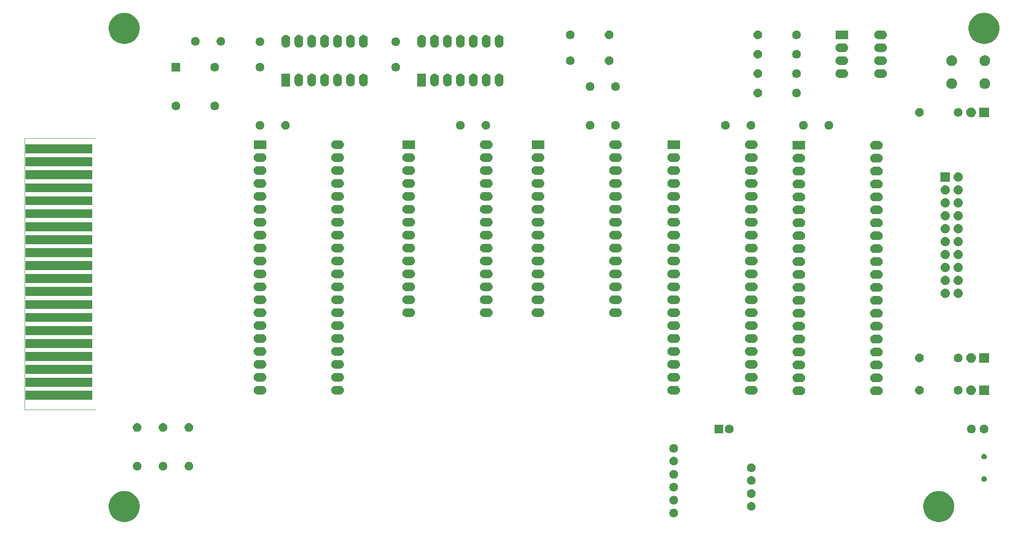
<source format=gbr>
G04 #@! TF.GenerationSoftware,KiCad,Pcbnew,(5.1.2)-1*
G04 #@! TF.CreationDate,2019-08-07T20:20:44+02:00*
G04 #@! TF.ProjectId,Z80Mini,5a38304d-696e-4692-9e6b-696361645f70,rev?*
G04 #@! TF.SameCoordinates,Original*
G04 #@! TF.FileFunction,Soldermask,Bot*
G04 #@! TF.FilePolarity,Negative*
%FSLAX46Y46*%
G04 Gerber Fmt 4.6, Leading zero omitted, Abs format (unit mm)*
G04 Created by KiCad (PCBNEW (5.1.2)-1) date 2019-08-07 20:20:44*
%MOMM*%
%LPD*%
G04 APERTURE LIST*
%ADD10C,0.120000*%
%ADD11C,0.100000*%
G04 APERTURE END LIST*
D10*
X78232000Y-72390000D02*
X64262000Y-72390000D01*
X64262000Y-72390000D02*
X64262000Y-125730000D01*
X64262000Y-125730000D02*
X78232000Y-125730000D01*
D11*
G36*
X244729943Y-141846248D02*
G01*
X245285189Y-142076238D01*
X245533347Y-142242052D01*
X245784899Y-142410134D01*
X246209866Y-142835101D01*
X246359001Y-143058297D01*
X246543762Y-143334811D01*
X246773752Y-143890057D01*
X246891000Y-144479501D01*
X246891000Y-145080499D01*
X246773752Y-145669943D01*
X246543762Y-146225189D01*
X246543761Y-146225190D01*
X246209866Y-146724899D01*
X245784899Y-147149866D01*
X245644573Y-147243629D01*
X245285189Y-147483762D01*
X244729943Y-147713752D01*
X244140499Y-147831000D01*
X243539501Y-147831000D01*
X242950057Y-147713752D01*
X242394811Y-147483762D01*
X242035427Y-147243629D01*
X241895101Y-147149866D01*
X241470134Y-146724899D01*
X241136239Y-146225190D01*
X241136238Y-146225189D01*
X240906248Y-145669943D01*
X240789000Y-145080499D01*
X240789000Y-144479501D01*
X240906248Y-143890057D01*
X241136238Y-143334811D01*
X241320999Y-143058297D01*
X241470134Y-142835101D01*
X241895101Y-142410134D01*
X242146653Y-142242052D01*
X242394811Y-142076238D01*
X242950057Y-141846248D01*
X243539501Y-141729000D01*
X244140499Y-141729000D01*
X244729943Y-141846248D01*
X244729943Y-141846248D01*
G37*
G36*
X84709943Y-141846248D02*
G01*
X85265189Y-142076238D01*
X85513347Y-142242052D01*
X85764899Y-142410134D01*
X86189866Y-142835101D01*
X86339001Y-143058297D01*
X86523762Y-143334811D01*
X86753752Y-143890057D01*
X86871000Y-144479501D01*
X86871000Y-145080499D01*
X86753752Y-145669943D01*
X86523762Y-146225189D01*
X86523761Y-146225190D01*
X86189866Y-146724899D01*
X85764899Y-147149866D01*
X85624573Y-147243629D01*
X85265189Y-147483762D01*
X84709943Y-147713752D01*
X84120499Y-147831000D01*
X83519501Y-147831000D01*
X82930057Y-147713752D01*
X82374811Y-147483762D01*
X82015427Y-147243629D01*
X81875101Y-147149866D01*
X81450134Y-146724899D01*
X81116239Y-146225190D01*
X81116238Y-146225189D01*
X80886248Y-145669943D01*
X80769000Y-145080499D01*
X80769000Y-144479501D01*
X80886248Y-143890057D01*
X81116238Y-143334811D01*
X81300999Y-143058297D01*
X81450134Y-142835101D01*
X81875101Y-142410134D01*
X82126653Y-142242052D01*
X82374811Y-142076238D01*
X82930057Y-141846248D01*
X83519501Y-141729000D01*
X84120499Y-141729000D01*
X84709943Y-141846248D01*
X84709943Y-141846248D01*
G37*
G36*
X192018228Y-145231703D02*
G01*
X192173100Y-145295853D01*
X192312481Y-145388985D01*
X192431015Y-145507519D01*
X192524147Y-145646900D01*
X192588297Y-145801772D01*
X192621000Y-145966184D01*
X192621000Y-146133816D01*
X192588297Y-146298228D01*
X192524147Y-146453100D01*
X192431015Y-146592481D01*
X192312481Y-146711015D01*
X192173100Y-146804147D01*
X192018228Y-146868297D01*
X191853816Y-146901000D01*
X191686184Y-146901000D01*
X191521772Y-146868297D01*
X191366900Y-146804147D01*
X191227519Y-146711015D01*
X191108985Y-146592481D01*
X191015853Y-146453100D01*
X190951703Y-146298228D01*
X190919000Y-146133816D01*
X190919000Y-145966184D01*
X190951703Y-145801772D01*
X191015853Y-145646900D01*
X191108985Y-145507519D01*
X191227519Y-145388985D01*
X191366900Y-145295853D01*
X191521772Y-145231703D01*
X191686184Y-145199000D01*
X191853816Y-145199000D01*
X192018228Y-145231703D01*
X192018228Y-145231703D01*
G37*
G36*
X207258228Y-143921703D02*
G01*
X207413100Y-143985853D01*
X207552481Y-144078985D01*
X207671015Y-144197519D01*
X207764147Y-144336900D01*
X207828297Y-144491772D01*
X207861000Y-144656184D01*
X207861000Y-144823816D01*
X207828297Y-144988228D01*
X207764147Y-145143100D01*
X207671015Y-145282481D01*
X207552481Y-145401015D01*
X207413100Y-145494147D01*
X207258228Y-145558297D01*
X207093816Y-145591000D01*
X206926184Y-145591000D01*
X206761772Y-145558297D01*
X206606900Y-145494147D01*
X206467519Y-145401015D01*
X206348985Y-145282481D01*
X206255853Y-145143100D01*
X206191703Y-144988228D01*
X206159000Y-144823816D01*
X206159000Y-144656184D01*
X206191703Y-144491772D01*
X206255853Y-144336900D01*
X206348985Y-144197519D01*
X206467519Y-144078985D01*
X206606900Y-143985853D01*
X206761772Y-143921703D01*
X206926184Y-143889000D01*
X207093816Y-143889000D01*
X207258228Y-143921703D01*
X207258228Y-143921703D01*
G37*
G36*
X192018228Y-142731703D02*
G01*
X192173100Y-142795853D01*
X192312481Y-142888985D01*
X192431015Y-143007519D01*
X192524147Y-143146900D01*
X192588297Y-143301772D01*
X192621000Y-143466184D01*
X192621000Y-143633816D01*
X192588297Y-143798228D01*
X192524147Y-143953100D01*
X192431015Y-144092481D01*
X192312481Y-144211015D01*
X192173100Y-144304147D01*
X192018228Y-144368297D01*
X191853816Y-144401000D01*
X191686184Y-144401000D01*
X191521772Y-144368297D01*
X191366900Y-144304147D01*
X191227519Y-144211015D01*
X191108985Y-144092481D01*
X191015853Y-143953100D01*
X190951703Y-143798228D01*
X190919000Y-143633816D01*
X190919000Y-143466184D01*
X190951703Y-143301772D01*
X191015853Y-143146900D01*
X191108985Y-143007519D01*
X191227519Y-142888985D01*
X191366900Y-142795853D01*
X191521772Y-142731703D01*
X191686184Y-142699000D01*
X191853816Y-142699000D01*
X192018228Y-142731703D01*
X192018228Y-142731703D01*
G37*
G36*
X207258228Y-141421703D02*
G01*
X207413100Y-141485853D01*
X207552481Y-141578985D01*
X207671015Y-141697519D01*
X207764147Y-141836900D01*
X207828297Y-141991772D01*
X207861000Y-142156184D01*
X207861000Y-142323816D01*
X207828297Y-142488228D01*
X207764147Y-142643100D01*
X207671015Y-142782481D01*
X207552481Y-142901015D01*
X207413100Y-142994147D01*
X207258228Y-143058297D01*
X207093816Y-143091000D01*
X206926184Y-143091000D01*
X206761772Y-143058297D01*
X206606900Y-142994147D01*
X206467519Y-142901015D01*
X206348985Y-142782481D01*
X206255853Y-142643100D01*
X206191703Y-142488228D01*
X206159000Y-142323816D01*
X206159000Y-142156184D01*
X206191703Y-141991772D01*
X206255853Y-141836900D01*
X206348985Y-141697519D01*
X206467519Y-141578985D01*
X206606900Y-141485853D01*
X206761772Y-141421703D01*
X206926184Y-141389000D01*
X207093816Y-141389000D01*
X207258228Y-141421703D01*
X207258228Y-141421703D01*
G37*
G36*
X192018228Y-140151703D02*
G01*
X192173100Y-140215853D01*
X192312481Y-140308985D01*
X192431015Y-140427519D01*
X192524147Y-140566900D01*
X192588297Y-140721772D01*
X192621000Y-140886184D01*
X192621000Y-141053816D01*
X192588297Y-141218228D01*
X192524147Y-141373100D01*
X192431015Y-141512481D01*
X192312481Y-141631015D01*
X192173100Y-141724147D01*
X192018228Y-141788297D01*
X191853816Y-141821000D01*
X191686184Y-141821000D01*
X191521772Y-141788297D01*
X191366900Y-141724147D01*
X191227519Y-141631015D01*
X191108985Y-141512481D01*
X191015853Y-141373100D01*
X190951703Y-141218228D01*
X190919000Y-141053816D01*
X190919000Y-140886184D01*
X190951703Y-140721772D01*
X191015853Y-140566900D01*
X191108985Y-140427519D01*
X191227519Y-140308985D01*
X191366900Y-140215853D01*
X191521772Y-140151703D01*
X191686184Y-140119000D01*
X191853816Y-140119000D01*
X192018228Y-140151703D01*
X192018228Y-140151703D01*
G37*
G36*
X207258228Y-138841703D02*
G01*
X207413100Y-138905853D01*
X207552481Y-138998985D01*
X207671015Y-139117519D01*
X207764147Y-139256900D01*
X207828297Y-139411772D01*
X207861000Y-139576184D01*
X207861000Y-139743816D01*
X207828297Y-139908228D01*
X207764147Y-140063100D01*
X207671015Y-140202481D01*
X207552481Y-140321015D01*
X207413100Y-140414147D01*
X207258228Y-140478297D01*
X207093816Y-140511000D01*
X206926184Y-140511000D01*
X206761772Y-140478297D01*
X206606900Y-140414147D01*
X206467519Y-140321015D01*
X206348985Y-140202481D01*
X206255853Y-140063100D01*
X206191703Y-139908228D01*
X206159000Y-139743816D01*
X206159000Y-139576184D01*
X206191703Y-139411772D01*
X206255853Y-139256900D01*
X206348985Y-139117519D01*
X206467519Y-138998985D01*
X206606900Y-138905853D01*
X206761772Y-138841703D01*
X206926184Y-138809000D01*
X207093816Y-138809000D01*
X207258228Y-138841703D01*
X207258228Y-138841703D01*
G37*
G36*
X252890721Y-138830174D02*
G01*
X252990995Y-138871709D01*
X253035812Y-138901655D01*
X253081242Y-138932010D01*
X253157990Y-139008758D01*
X253188345Y-139054188D01*
X253218291Y-139099005D01*
X253259826Y-139199279D01*
X253281000Y-139305730D01*
X253281000Y-139414270D01*
X253259826Y-139520721D01*
X253218291Y-139620995D01*
X253218290Y-139620996D01*
X253157990Y-139711242D01*
X253081242Y-139787990D01*
X253035812Y-139818345D01*
X252990995Y-139848291D01*
X252890721Y-139889826D01*
X252784270Y-139911000D01*
X252675730Y-139911000D01*
X252569279Y-139889826D01*
X252469005Y-139848291D01*
X252424188Y-139818345D01*
X252378758Y-139787990D01*
X252302010Y-139711242D01*
X252241710Y-139620996D01*
X252241709Y-139620995D01*
X252200174Y-139520721D01*
X252179000Y-139414270D01*
X252179000Y-139305730D01*
X252200174Y-139199279D01*
X252241709Y-139099005D01*
X252271655Y-139054188D01*
X252302010Y-139008758D01*
X252378758Y-138932010D01*
X252424188Y-138901655D01*
X252469005Y-138871709D01*
X252569279Y-138830174D01*
X252675730Y-138809000D01*
X252784270Y-138809000D01*
X252890721Y-138830174D01*
X252890721Y-138830174D01*
G37*
G36*
X192018228Y-137651703D02*
G01*
X192173100Y-137715853D01*
X192312481Y-137808985D01*
X192431015Y-137927519D01*
X192524147Y-138066900D01*
X192588297Y-138221772D01*
X192621000Y-138386184D01*
X192621000Y-138553816D01*
X192588297Y-138718228D01*
X192524147Y-138873100D01*
X192431015Y-139012481D01*
X192312481Y-139131015D01*
X192173100Y-139224147D01*
X192018228Y-139288297D01*
X191853816Y-139321000D01*
X191686184Y-139321000D01*
X191521772Y-139288297D01*
X191366900Y-139224147D01*
X191227519Y-139131015D01*
X191108985Y-139012481D01*
X191015853Y-138873100D01*
X190951703Y-138718228D01*
X190919000Y-138553816D01*
X190919000Y-138386184D01*
X190951703Y-138221772D01*
X191015853Y-138066900D01*
X191108985Y-137927519D01*
X191227519Y-137808985D01*
X191366900Y-137715853D01*
X191521772Y-137651703D01*
X191686184Y-137619000D01*
X191853816Y-137619000D01*
X192018228Y-137651703D01*
X192018228Y-137651703D01*
G37*
G36*
X207258228Y-136341703D02*
G01*
X207413100Y-136405853D01*
X207552481Y-136498985D01*
X207671015Y-136617519D01*
X207764147Y-136756900D01*
X207828297Y-136911772D01*
X207861000Y-137076184D01*
X207861000Y-137243816D01*
X207828297Y-137408228D01*
X207764147Y-137563100D01*
X207671015Y-137702481D01*
X207552481Y-137821015D01*
X207413100Y-137914147D01*
X207258228Y-137978297D01*
X207093816Y-138011000D01*
X206926184Y-138011000D01*
X206761772Y-137978297D01*
X206606900Y-137914147D01*
X206467519Y-137821015D01*
X206348985Y-137702481D01*
X206255853Y-137563100D01*
X206191703Y-137408228D01*
X206159000Y-137243816D01*
X206159000Y-137076184D01*
X206191703Y-136911772D01*
X206255853Y-136756900D01*
X206348985Y-136617519D01*
X206467519Y-136498985D01*
X206606900Y-136405853D01*
X206761772Y-136341703D01*
X206926184Y-136309000D01*
X207093816Y-136309000D01*
X207258228Y-136341703D01*
X207258228Y-136341703D01*
G37*
G36*
X96768228Y-136041703D02*
G01*
X96923100Y-136105853D01*
X97062481Y-136198985D01*
X97181015Y-136317519D01*
X97274147Y-136456900D01*
X97338297Y-136611772D01*
X97371000Y-136776184D01*
X97371000Y-136943816D01*
X97338297Y-137108228D01*
X97274147Y-137263100D01*
X97181015Y-137402481D01*
X97062481Y-137521015D01*
X96923100Y-137614147D01*
X96768228Y-137678297D01*
X96603816Y-137711000D01*
X96436184Y-137711000D01*
X96271772Y-137678297D01*
X96116900Y-137614147D01*
X95977519Y-137521015D01*
X95858985Y-137402481D01*
X95765853Y-137263100D01*
X95701703Y-137108228D01*
X95669000Y-136943816D01*
X95669000Y-136776184D01*
X95701703Y-136611772D01*
X95765853Y-136456900D01*
X95858985Y-136317519D01*
X95977519Y-136198985D01*
X96116900Y-136105853D01*
X96271772Y-136041703D01*
X96436184Y-136009000D01*
X96603816Y-136009000D01*
X96768228Y-136041703D01*
X96768228Y-136041703D01*
G37*
G36*
X86608228Y-136041703D02*
G01*
X86763100Y-136105853D01*
X86902481Y-136198985D01*
X87021015Y-136317519D01*
X87114147Y-136456900D01*
X87178297Y-136611772D01*
X87211000Y-136776184D01*
X87211000Y-136943816D01*
X87178297Y-137108228D01*
X87114147Y-137263100D01*
X87021015Y-137402481D01*
X86902481Y-137521015D01*
X86763100Y-137614147D01*
X86608228Y-137678297D01*
X86443816Y-137711000D01*
X86276184Y-137711000D01*
X86111772Y-137678297D01*
X85956900Y-137614147D01*
X85817519Y-137521015D01*
X85698985Y-137402481D01*
X85605853Y-137263100D01*
X85541703Y-137108228D01*
X85509000Y-136943816D01*
X85509000Y-136776184D01*
X85541703Y-136611772D01*
X85605853Y-136456900D01*
X85698985Y-136317519D01*
X85817519Y-136198985D01*
X85956900Y-136105853D01*
X86111772Y-136041703D01*
X86276184Y-136009000D01*
X86443816Y-136009000D01*
X86608228Y-136041703D01*
X86608228Y-136041703D01*
G37*
G36*
X91688228Y-136041703D02*
G01*
X91843100Y-136105853D01*
X91982481Y-136198985D01*
X92101015Y-136317519D01*
X92194147Y-136456900D01*
X92258297Y-136611772D01*
X92291000Y-136776184D01*
X92291000Y-136943816D01*
X92258297Y-137108228D01*
X92194147Y-137263100D01*
X92101015Y-137402481D01*
X91982481Y-137521015D01*
X91843100Y-137614147D01*
X91688228Y-137678297D01*
X91523816Y-137711000D01*
X91356184Y-137711000D01*
X91191772Y-137678297D01*
X91036900Y-137614147D01*
X90897519Y-137521015D01*
X90778985Y-137402481D01*
X90685853Y-137263100D01*
X90621703Y-137108228D01*
X90589000Y-136943816D01*
X90589000Y-136776184D01*
X90621703Y-136611772D01*
X90685853Y-136456900D01*
X90778985Y-136317519D01*
X90897519Y-136198985D01*
X91036900Y-136105853D01*
X91191772Y-136041703D01*
X91356184Y-136009000D01*
X91523816Y-136009000D01*
X91688228Y-136041703D01*
X91688228Y-136041703D01*
G37*
G36*
X192018228Y-135031703D02*
G01*
X192173100Y-135095853D01*
X192312481Y-135188985D01*
X192431015Y-135307519D01*
X192524147Y-135446900D01*
X192588297Y-135601772D01*
X192621000Y-135766184D01*
X192621000Y-135933816D01*
X192588297Y-136098228D01*
X192524147Y-136253100D01*
X192431015Y-136392481D01*
X192312481Y-136511015D01*
X192173100Y-136604147D01*
X192018228Y-136668297D01*
X191853816Y-136701000D01*
X191686184Y-136701000D01*
X191521772Y-136668297D01*
X191366900Y-136604147D01*
X191227519Y-136511015D01*
X191108985Y-136392481D01*
X191015853Y-136253100D01*
X190951703Y-136098228D01*
X190919000Y-135933816D01*
X190919000Y-135766184D01*
X190951703Y-135601772D01*
X191015853Y-135446900D01*
X191108985Y-135307519D01*
X191227519Y-135188985D01*
X191366900Y-135095853D01*
X191521772Y-135031703D01*
X191686184Y-134999000D01*
X191853816Y-134999000D01*
X192018228Y-135031703D01*
X192018228Y-135031703D01*
G37*
G36*
X252890721Y-134430174D02*
G01*
X252990995Y-134471709D01*
X252990996Y-134471710D01*
X253081242Y-134532010D01*
X253157990Y-134608758D01*
X253157991Y-134608760D01*
X253218291Y-134699005D01*
X253259826Y-134799279D01*
X253281000Y-134905730D01*
X253281000Y-135014270D01*
X253259826Y-135120721D01*
X253218291Y-135220995D01*
X253218290Y-135220996D01*
X253157990Y-135311242D01*
X253081242Y-135387990D01*
X253035812Y-135418345D01*
X252990995Y-135448291D01*
X252890721Y-135489826D01*
X252784270Y-135511000D01*
X252675730Y-135511000D01*
X252569279Y-135489826D01*
X252469005Y-135448291D01*
X252424188Y-135418345D01*
X252378758Y-135387990D01*
X252302010Y-135311242D01*
X252241710Y-135220996D01*
X252241709Y-135220995D01*
X252200174Y-135120721D01*
X252179000Y-135014270D01*
X252179000Y-134905730D01*
X252200174Y-134799279D01*
X252241709Y-134699005D01*
X252302009Y-134608760D01*
X252302010Y-134608758D01*
X252378758Y-134532010D01*
X252469004Y-134471710D01*
X252469005Y-134471709D01*
X252569279Y-134430174D01*
X252675730Y-134409000D01*
X252784270Y-134409000D01*
X252890721Y-134430174D01*
X252890721Y-134430174D01*
G37*
G36*
X192018228Y-132531703D02*
G01*
X192173100Y-132595853D01*
X192312481Y-132688985D01*
X192431015Y-132807519D01*
X192524147Y-132946900D01*
X192588297Y-133101772D01*
X192621000Y-133266184D01*
X192621000Y-133433816D01*
X192588297Y-133598228D01*
X192524147Y-133753100D01*
X192431015Y-133892481D01*
X192312481Y-134011015D01*
X192173100Y-134104147D01*
X192018228Y-134168297D01*
X191853816Y-134201000D01*
X191686184Y-134201000D01*
X191521772Y-134168297D01*
X191366900Y-134104147D01*
X191227519Y-134011015D01*
X191108985Y-133892481D01*
X191015853Y-133753100D01*
X190951703Y-133598228D01*
X190919000Y-133433816D01*
X190919000Y-133266184D01*
X190951703Y-133101772D01*
X191015853Y-132946900D01*
X191108985Y-132807519D01*
X191227519Y-132688985D01*
X191366900Y-132595853D01*
X191521772Y-132531703D01*
X191686184Y-132499000D01*
X191853816Y-132499000D01*
X192018228Y-132531703D01*
X192018228Y-132531703D01*
G37*
G36*
X252978228Y-128721703D02*
G01*
X253133100Y-128785853D01*
X253272481Y-128878985D01*
X253391015Y-128997519D01*
X253484147Y-129136900D01*
X253548297Y-129291772D01*
X253581000Y-129456184D01*
X253581000Y-129623816D01*
X253548297Y-129788228D01*
X253484147Y-129943100D01*
X253391015Y-130082481D01*
X253272481Y-130201015D01*
X253133100Y-130294147D01*
X252978228Y-130358297D01*
X252813816Y-130391000D01*
X252646184Y-130391000D01*
X252481772Y-130358297D01*
X252326900Y-130294147D01*
X252187519Y-130201015D01*
X252068985Y-130082481D01*
X251975853Y-129943100D01*
X251911703Y-129788228D01*
X251879000Y-129623816D01*
X251879000Y-129456184D01*
X251911703Y-129291772D01*
X251975853Y-129136900D01*
X252068985Y-128997519D01*
X252187519Y-128878985D01*
X252326900Y-128785853D01*
X252481772Y-128721703D01*
X252646184Y-128689000D01*
X252813816Y-128689000D01*
X252978228Y-128721703D01*
X252978228Y-128721703D01*
G37*
G36*
X202908228Y-128721703D02*
G01*
X203063100Y-128785853D01*
X203202481Y-128878985D01*
X203321015Y-128997519D01*
X203414147Y-129136900D01*
X203478297Y-129291772D01*
X203511000Y-129456184D01*
X203511000Y-129623816D01*
X203478297Y-129788228D01*
X203414147Y-129943100D01*
X203321015Y-130082481D01*
X203202481Y-130201015D01*
X203063100Y-130294147D01*
X202908228Y-130358297D01*
X202743816Y-130391000D01*
X202576184Y-130391000D01*
X202411772Y-130358297D01*
X202256900Y-130294147D01*
X202117519Y-130201015D01*
X201998985Y-130082481D01*
X201905853Y-129943100D01*
X201841703Y-129788228D01*
X201809000Y-129623816D01*
X201809000Y-129456184D01*
X201841703Y-129291772D01*
X201905853Y-129136900D01*
X201998985Y-128997519D01*
X202117519Y-128878985D01*
X202256900Y-128785853D01*
X202411772Y-128721703D01*
X202576184Y-128689000D01*
X202743816Y-128689000D01*
X202908228Y-128721703D01*
X202908228Y-128721703D01*
G37*
G36*
X250478228Y-128721703D02*
G01*
X250633100Y-128785853D01*
X250772481Y-128878985D01*
X250891015Y-128997519D01*
X250984147Y-129136900D01*
X251048297Y-129291772D01*
X251081000Y-129456184D01*
X251081000Y-129623816D01*
X251048297Y-129788228D01*
X250984147Y-129943100D01*
X250891015Y-130082481D01*
X250772481Y-130201015D01*
X250633100Y-130294147D01*
X250478228Y-130358297D01*
X250313816Y-130391000D01*
X250146184Y-130391000D01*
X249981772Y-130358297D01*
X249826900Y-130294147D01*
X249687519Y-130201015D01*
X249568985Y-130082481D01*
X249475853Y-129943100D01*
X249411703Y-129788228D01*
X249379000Y-129623816D01*
X249379000Y-129456184D01*
X249411703Y-129291772D01*
X249475853Y-129136900D01*
X249568985Y-128997519D01*
X249687519Y-128878985D01*
X249826900Y-128785853D01*
X249981772Y-128721703D01*
X250146184Y-128689000D01*
X250313816Y-128689000D01*
X250478228Y-128721703D01*
X250478228Y-128721703D01*
G37*
G36*
X201511000Y-130391000D02*
G01*
X199809000Y-130391000D01*
X199809000Y-128689000D01*
X201511000Y-128689000D01*
X201511000Y-130391000D01*
X201511000Y-130391000D01*
G37*
G36*
X96686823Y-128401313D02*
G01*
X96847242Y-128449976D01*
X96979906Y-128520886D01*
X96995078Y-128528996D01*
X97124659Y-128635341D01*
X97231004Y-128764922D01*
X97231005Y-128764924D01*
X97310024Y-128912758D01*
X97358687Y-129073177D01*
X97375117Y-129240000D01*
X97358687Y-129406823D01*
X97310024Y-129567242D01*
X97239114Y-129699906D01*
X97231004Y-129715078D01*
X97124659Y-129844659D01*
X96995078Y-129951004D01*
X96995076Y-129951005D01*
X96847242Y-130030024D01*
X96686823Y-130078687D01*
X96561804Y-130091000D01*
X96478196Y-130091000D01*
X96353177Y-130078687D01*
X96192758Y-130030024D01*
X96044924Y-129951005D01*
X96044922Y-129951004D01*
X95915341Y-129844659D01*
X95808996Y-129715078D01*
X95800886Y-129699906D01*
X95729976Y-129567242D01*
X95681313Y-129406823D01*
X95664883Y-129240000D01*
X95681313Y-129073177D01*
X95729976Y-128912758D01*
X95808995Y-128764924D01*
X95808996Y-128764922D01*
X95915341Y-128635341D01*
X96044922Y-128528996D01*
X96060094Y-128520886D01*
X96192758Y-128449976D01*
X96353177Y-128401313D01*
X96478196Y-128389000D01*
X96561804Y-128389000D01*
X96686823Y-128401313D01*
X96686823Y-128401313D01*
G37*
G36*
X91606823Y-128401313D02*
G01*
X91767242Y-128449976D01*
X91899906Y-128520886D01*
X91915078Y-128528996D01*
X92044659Y-128635341D01*
X92151004Y-128764922D01*
X92151005Y-128764924D01*
X92230024Y-128912758D01*
X92278687Y-129073177D01*
X92295117Y-129240000D01*
X92278687Y-129406823D01*
X92230024Y-129567242D01*
X92159114Y-129699906D01*
X92151004Y-129715078D01*
X92044659Y-129844659D01*
X91915078Y-129951004D01*
X91915076Y-129951005D01*
X91767242Y-130030024D01*
X91606823Y-130078687D01*
X91481804Y-130091000D01*
X91398196Y-130091000D01*
X91273177Y-130078687D01*
X91112758Y-130030024D01*
X90964924Y-129951005D01*
X90964922Y-129951004D01*
X90835341Y-129844659D01*
X90728996Y-129715078D01*
X90720886Y-129699906D01*
X90649976Y-129567242D01*
X90601313Y-129406823D01*
X90584883Y-129240000D01*
X90601313Y-129073177D01*
X90649976Y-128912758D01*
X90728995Y-128764924D01*
X90728996Y-128764922D01*
X90835341Y-128635341D01*
X90964922Y-128528996D01*
X90980094Y-128520886D01*
X91112758Y-128449976D01*
X91273177Y-128401313D01*
X91398196Y-128389000D01*
X91481804Y-128389000D01*
X91606823Y-128401313D01*
X91606823Y-128401313D01*
G37*
G36*
X86526823Y-128401313D02*
G01*
X86687242Y-128449976D01*
X86819906Y-128520886D01*
X86835078Y-128528996D01*
X86964659Y-128635341D01*
X87071004Y-128764922D01*
X87071005Y-128764924D01*
X87150024Y-128912758D01*
X87198687Y-129073177D01*
X87215117Y-129240000D01*
X87198687Y-129406823D01*
X87150024Y-129567242D01*
X87079114Y-129699906D01*
X87071004Y-129715078D01*
X86964659Y-129844659D01*
X86835078Y-129951004D01*
X86835076Y-129951005D01*
X86687242Y-130030024D01*
X86526823Y-130078687D01*
X86401804Y-130091000D01*
X86318196Y-130091000D01*
X86193177Y-130078687D01*
X86032758Y-130030024D01*
X85884924Y-129951005D01*
X85884922Y-129951004D01*
X85755341Y-129844659D01*
X85648996Y-129715078D01*
X85640886Y-129699906D01*
X85569976Y-129567242D01*
X85521313Y-129406823D01*
X85504883Y-129240000D01*
X85521313Y-129073177D01*
X85569976Y-128912758D01*
X85648995Y-128764924D01*
X85648996Y-128764922D01*
X85755341Y-128635341D01*
X85884922Y-128528996D01*
X85900094Y-128520886D01*
X86032758Y-128449976D01*
X86193177Y-128401313D01*
X86318196Y-128389000D01*
X86401804Y-128389000D01*
X86526823Y-128401313D01*
X86526823Y-128401313D01*
G37*
G36*
X77544000Y-123812000D02*
G01*
X64442000Y-123812000D01*
X64442000Y-122060000D01*
X77544000Y-122060000D01*
X77544000Y-123812000D01*
X77544000Y-123812000D01*
G37*
G36*
X216916823Y-121201313D02*
G01*
X217077242Y-121249976D01*
X217196598Y-121313773D01*
X217225078Y-121328996D01*
X217354659Y-121435341D01*
X217461004Y-121564922D01*
X217461005Y-121564924D01*
X217540024Y-121712758D01*
X217588687Y-121873177D01*
X217605117Y-122040000D01*
X217588687Y-122206823D01*
X217540024Y-122367242D01*
X217469114Y-122499906D01*
X217461004Y-122515078D01*
X217354659Y-122644659D01*
X217225078Y-122751004D01*
X217225076Y-122751005D01*
X217077242Y-122830024D01*
X217077239Y-122830025D01*
X217047380Y-122839083D01*
X216916823Y-122878687D01*
X216791804Y-122891000D01*
X215908196Y-122891000D01*
X215783177Y-122878687D01*
X215652620Y-122839083D01*
X215622761Y-122830025D01*
X215622758Y-122830024D01*
X215474924Y-122751005D01*
X215474922Y-122751004D01*
X215345341Y-122644659D01*
X215238996Y-122515078D01*
X215230886Y-122499906D01*
X215159976Y-122367242D01*
X215111313Y-122206823D01*
X215094883Y-122040000D01*
X215111313Y-121873177D01*
X215159976Y-121712758D01*
X215238995Y-121564924D01*
X215238996Y-121564922D01*
X215345341Y-121435341D01*
X215474922Y-121328996D01*
X215503402Y-121313773D01*
X215622758Y-121249976D01*
X215783177Y-121201313D01*
X215908196Y-121189000D01*
X216791804Y-121189000D01*
X216916823Y-121201313D01*
X216916823Y-121201313D01*
G37*
G36*
X232156823Y-121201313D02*
G01*
X232317242Y-121249976D01*
X232436598Y-121313773D01*
X232465078Y-121328996D01*
X232594659Y-121435341D01*
X232701004Y-121564922D01*
X232701005Y-121564924D01*
X232780024Y-121712758D01*
X232828687Y-121873177D01*
X232845117Y-122040000D01*
X232828687Y-122206823D01*
X232780024Y-122367242D01*
X232709114Y-122499906D01*
X232701004Y-122515078D01*
X232594659Y-122644659D01*
X232465078Y-122751004D01*
X232465076Y-122751005D01*
X232317242Y-122830024D01*
X232317239Y-122830025D01*
X232287380Y-122839083D01*
X232156823Y-122878687D01*
X232031804Y-122891000D01*
X231148196Y-122891000D01*
X231023177Y-122878687D01*
X230892620Y-122839083D01*
X230862761Y-122830025D01*
X230862758Y-122830024D01*
X230714924Y-122751005D01*
X230714922Y-122751004D01*
X230585341Y-122644659D01*
X230478996Y-122515078D01*
X230470886Y-122499906D01*
X230399976Y-122367242D01*
X230351313Y-122206823D01*
X230334883Y-122040000D01*
X230351313Y-121873177D01*
X230399976Y-121712758D01*
X230478995Y-121564924D01*
X230478996Y-121564922D01*
X230585341Y-121435341D01*
X230714922Y-121328996D01*
X230743402Y-121313773D01*
X230862758Y-121249976D01*
X231023177Y-121201313D01*
X231148196Y-121189000D01*
X232031804Y-121189000D01*
X232156823Y-121201313D01*
X232156823Y-121201313D01*
G37*
G36*
X250467395Y-121005546D02*
G01*
X250640466Y-121077234D01*
X250646572Y-121081314D01*
X250796227Y-121181310D01*
X250928690Y-121313773D01*
X250971284Y-121377520D01*
X251032766Y-121469534D01*
X251104454Y-121642605D01*
X251141000Y-121826333D01*
X251141000Y-122013667D01*
X251104454Y-122197395D01*
X251032766Y-122370466D01*
X251032765Y-122370467D01*
X250928690Y-122526227D01*
X250796227Y-122658690D01*
X250773092Y-122674148D01*
X250640466Y-122762766D01*
X250467395Y-122834454D01*
X250283667Y-122871000D01*
X250096333Y-122871000D01*
X249912605Y-122834454D01*
X249739534Y-122762766D01*
X249606908Y-122674148D01*
X249583773Y-122658690D01*
X249451310Y-122526227D01*
X249347235Y-122370467D01*
X249347234Y-122370466D01*
X249275546Y-122197395D01*
X249239000Y-122013667D01*
X249239000Y-121826333D01*
X249275546Y-121642605D01*
X249347234Y-121469534D01*
X249408716Y-121377520D01*
X249451310Y-121313773D01*
X249583773Y-121181310D01*
X249733428Y-121081314D01*
X249739534Y-121077234D01*
X249912605Y-121005546D01*
X250096333Y-120969000D01*
X250283667Y-120969000D01*
X250467395Y-121005546D01*
X250467395Y-121005546D01*
G37*
G36*
X253681000Y-122871000D02*
G01*
X251779000Y-122871000D01*
X251779000Y-120969000D01*
X253681000Y-120969000D01*
X253681000Y-122871000D01*
X253681000Y-122871000D01*
G37*
G36*
X126296823Y-121081313D02*
G01*
X126457242Y-121129976D01*
X126524361Y-121165852D01*
X126605078Y-121208996D01*
X126734659Y-121315341D01*
X126841004Y-121444922D01*
X126841005Y-121444924D01*
X126920024Y-121592758D01*
X126968687Y-121753177D01*
X126985117Y-121920000D01*
X126968687Y-122086823D01*
X126920024Y-122247242D01*
X126879477Y-122323100D01*
X126841004Y-122395078D01*
X126734659Y-122524659D01*
X126605078Y-122631004D01*
X126605076Y-122631005D01*
X126457242Y-122710024D01*
X126296823Y-122758687D01*
X126171804Y-122771000D01*
X125288196Y-122771000D01*
X125163177Y-122758687D01*
X125002758Y-122710024D01*
X124854924Y-122631005D01*
X124854922Y-122631004D01*
X124725341Y-122524659D01*
X124618996Y-122395078D01*
X124580523Y-122323100D01*
X124539976Y-122247242D01*
X124491313Y-122086823D01*
X124474883Y-121920000D01*
X124491313Y-121753177D01*
X124539976Y-121592758D01*
X124618995Y-121444924D01*
X124618996Y-121444922D01*
X124725341Y-121315341D01*
X124854922Y-121208996D01*
X124935639Y-121165852D01*
X125002758Y-121129976D01*
X125163177Y-121081313D01*
X125288196Y-121069000D01*
X126171804Y-121069000D01*
X126296823Y-121081313D01*
X126296823Y-121081313D01*
G37*
G36*
X247898228Y-121101703D02*
G01*
X248053100Y-121165853D01*
X248192481Y-121258985D01*
X248311015Y-121377519D01*
X248404147Y-121516900D01*
X248468297Y-121671772D01*
X248501000Y-121836184D01*
X248501000Y-122003816D01*
X248468297Y-122168228D01*
X248404147Y-122323100D01*
X248311015Y-122462481D01*
X248192481Y-122581015D01*
X248053100Y-122674147D01*
X247898228Y-122738297D01*
X247733816Y-122771000D01*
X247566184Y-122771000D01*
X247401772Y-122738297D01*
X247246900Y-122674147D01*
X247107519Y-122581015D01*
X246988985Y-122462481D01*
X246895853Y-122323100D01*
X246831703Y-122168228D01*
X246799000Y-122003816D01*
X246799000Y-121836184D01*
X246831703Y-121671772D01*
X246895853Y-121516900D01*
X246988985Y-121377519D01*
X247107519Y-121258985D01*
X247246900Y-121165853D01*
X247401772Y-121101703D01*
X247566184Y-121069000D01*
X247733816Y-121069000D01*
X247898228Y-121101703D01*
X247898228Y-121101703D01*
G37*
G36*
X240196823Y-121081313D02*
G01*
X240357242Y-121129976D01*
X240424361Y-121165852D01*
X240505078Y-121208996D01*
X240634659Y-121315341D01*
X240741004Y-121444922D01*
X240741005Y-121444924D01*
X240820024Y-121592758D01*
X240868687Y-121753177D01*
X240885117Y-121920000D01*
X240868687Y-122086823D01*
X240820024Y-122247242D01*
X240779477Y-122323100D01*
X240741004Y-122395078D01*
X240634659Y-122524659D01*
X240505078Y-122631004D01*
X240505076Y-122631005D01*
X240357242Y-122710024D01*
X240196823Y-122758687D01*
X240071804Y-122771000D01*
X239988196Y-122771000D01*
X239863177Y-122758687D01*
X239702758Y-122710024D01*
X239554924Y-122631005D01*
X239554922Y-122631004D01*
X239425341Y-122524659D01*
X239318996Y-122395078D01*
X239280523Y-122323100D01*
X239239976Y-122247242D01*
X239191313Y-122086823D01*
X239174883Y-121920000D01*
X239191313Y-121753177D01*
X239239976Y-121592758D01*
X239318995Y-121444924D01*
X239318996Y-121444922D01*
X239425341Y-121315341D01*
X239554922Y-121208996D01*
X239635639Y-121165852D01*
X239702758Y-121129976D01*
X239863177Y-121081313D01*
X239988196Y-121069000D01*
X240071804Y-121069000D01*
X240196823Y-121081313D01*
X240196823Y-121081313D01*
G37*
G36*
X207576823Y-121081313D02*
G01*
X207737242Y-121129976D01*
X207804361Y-121165852D01*
X207885078Y-121208996D01*
X208014659Y-121315341D01*
X208121004Y-121444922D01*
X208121005Y-121444924D01*
X208200024Y-121592758D01*
X208248687Y-121753177D01*
X208265117Y-121920000D01*
X208248687Y-122086823D01*
X208200024Y-122247242D01*
X208159477Y-122323100D01*
X208121004Y-122395078D01*
X208014659Y-122524659D01*
X207885078Y-122631004D01*
X207885076Y-122631005D01*
X207737242Y-122710024D01*
X207576823Y-122758687D01*
X207451804Y-122771000D01*
X206568196Y-122771000D01*
X206443177Y-122758687D01*
X206282758Y-122710024D01*
X206134924Y-122631005D01*
X206134922Y-122631004D01*
X206005341Y-122524659D01*
X205898996Y-122395078D01*
X205860523Y-122323100D01*
X205819976Y-122247242D01*
X205771313Y-122086823D01*
X205754883Y-121920000D01*
X205771313Y-121753177D01*
X205819976Y-121592758D01*
X205898995Y-121444924D01*
X205898996Y-121444922D01*
X206005341Y-121315341D01*
X206134922Y-121208996D01*
X206215639Y-121165852D01*
X206282758Y-121129976D01*
X206443177Y-121081313D01*
X206568196Y-121069000D01*
X207451804Y-121069000D01*
X207576823Y-121081313D01*
X207576823Y-121081313D01*
G37*
G36*
X192336823Y-121081313D02*
G01*
X192497242Y-121129976D01*
X192564361Y-121165852D01*
X192645078Y-121208996D01*
X192774659Y-121315341D01*
X192881004Y-121444922D01*
X192881005Y-121444924D01*
X192960024Y-121592758D01*
X193008687Y-121753177D01*
X193025117Y-121920000D01*
X193008687Y-122086823D01*
X192960024Y-122247242D01*
X192919477Y-122323100D01*
X192881004Y-122395078D01*
X192774659Y-122524659D01*
X192645078Y-122631004D01*
X192645076Y-122631005D01*
X192497242Y-122710024D01*
X192336823Y-122758687D01*
X192211804Y-122771000D01*
X191328196Y-122771000D01*
X191203177Y-122758687D01*
X191042758Y-122710024D01*
X190894924Y-122631005D01*
X190894922Y-122631004D01*
X190765341Y-122524659D01*
X190658996Y-122395078D01*
X190620523Y-122323100D01*
X190579976Y-122247242D01*
X190531313Y-122086823D01*
X190514883Y-121920000D01*
X190531313Y-121753177D01*
X190579976Y-121592758D01*
X190658995Y-121444924D01*
X190658996Y-121444922D01*
X190765341Y-121315341D01*
X190894922Y-121208996D01*
X190975639Y-121165852D01*
X191042758Y-121129976D01*
X191203177Y-121081313D01*
X191328196Y-121069000D01*
X192211804Y-121069000D01*
X192336823Y-121081313D01*
X192336823Y-121081313D01*
G37*
G36*
X111056823Y-121081313D02*
G01*
X111217242Y-121129976D01*
X111284361Y-121165852D01*
X111365078Y-121208996D01*
X111494659Y-121315341D01*
X111601004Y-121444922D01*
X111601005Y-121444924D01*
X111680024Y-121592758D01*
X111728687Y-121753177D01*
X111745117Y-121920000D01*
X111728687Y-122086823D01*
X111680024Y-122247242D01*
X111639477Y-122323100D01*
X111601004Y-122395078D01*
X111494659Y-122524659D01*
X111365078Y-122631004D01*
X111365076Y-122631005D01*
X111217242Y-122710024D01*
X111056823Y-122758687D01*
X110931804Y-122771000D01*
X110048196Y-122771000D01*
X109923177Y-122758687D01*
X109762758Y-122710024D01*
X109614924Y-122631005D01*
X109614922Y-122631004D01*
X109485341Y-122524659D01*
X109378996Y-122395078D01*
X109340523Y-122323100D01*
X109299976Y-122247242D01*
X109251313Y-122086823D01*
X109234883Y-121920000D01*
X109251313Y-121753177D01*
X109299976Y-121592758D01*
X109378995Y-121444924D01*
X109378996Y-121444922D01*
X109485341Y-121315341D01*
X109614922Y-121208996D01*
X109695639Y-121165852D01*
X109762758Y-121129976D01*
X109923177Y-121081313D01*
X110048196Y-121069000D01*
X110931804Y-121069000D01*
X111056823Y-121081313D01*
X111056823Y-121081313D01*
G37*
G36*
X77544000Y-121262000D02*
G01*
X64442000Y-121262000D01*
X64442000Y-119510000D01*
X77544000Y-119510000D01*
X77544000Y-121262000D01*
X77544000Y-121262000D01*
G37*
G36*
X232156823Y-118661313D02*
G01*
X232317242Y-118709976D01*
X232439531Y-118775341D01*
X232465078Y-118788996D01*
X232594659Y-118895341D01*
X232701004Y-119024922D01*
X232701005Y-119024924D01*
X232780024Y-119172758D01*
X232828687Y-119333177D01*
X232845117Y-119500000D01*
X232828687Y-119666823D01*
X232780024Y-119827242D01*
X232765146Y-119855076D01*
X232701004Y-119975078D01*
X232594659Y-120104659D01*
X232465078Y-120211004D01*
X232465076Y-120211005D01*
X232317242Y-120290024D01*
X232156823Y-120338687D01*
X232031804Y-120351000D01*
X231148196Y-120351000D01*
X231023177Y-120338687D01*
X230862758Y-120290024D01*
X230714924Y-120211005D01*
X230714922Y-120211004D01*
X230585341Y-120104659D01*
X230478996Y-119975078D01*
X230414854Y-119855076D01*
X230399976Y-119827242D01*
X230351313Y-119666823D01*
X230334883Y-119500000D01*
X230351313Y-119333177D01*
X230399976Y-119172758D01*
X230478995Y-119024924D01*
X230478996Y-119024922D01*
X230585341Y-118895341D01*
X230714922Y-118788996D01*
X230740469Y-118775341D01*
X230862758Y-118709976D01*
X231023177Y-118661313D01*
X231148196Y-118649000D01*
X232031804Y-118649000D01*
X232156823Y-118661313D01*
X232156823Y-118661313D01*
G37*
G36*
X216916823Y-118661313D02*
G01*
X217077242Y-118709976D01*
X217199531Y-118775341D01*
X217225078Y-118788996D01*
X217354659Y-118895341D01*
X217461004Y-119024922D01*
X217461005Y-119024924D01*
X217540024Y-119172758D01*
X217588687Y-119333177D01*
X217605117Y-119500000D01*
X217588687Y-119666823D01*
X217540024Y-119827242D01*
X217525146Y-119855076D01*
X217461004Y-119975078D01*
X217354659Y-120104659D01*
X217225078Y-120211004D01*
X217225076Y-120211005D01*
X217077242Y-120290024D01*
X216916823Y-120338687D01*
X216791804Y-120351000D01*
X215908196Y-120351000D01*
X215783177Y-120338687D01*
X215622758Y-120290024D01*
X215474924Y-120211005D01*
X215474922Y-120211004D01*
X215345341Y-120104659D01*
X215238996Y-119975078D01*
X215174854Y-119855076D01*
X215159976Y-119827242D01*
X215111313Y-119666823D01*
X215094883Y-119500000D01*
X215111313Y-119333177D01*
X215159976Y-119172758D01*
X215238995Y-119024924D01*
X215238996Y-119024922D01*
X215345341Y-118895341D01*
X215474922Y-118788996D01*
X215500469Y-118775341D01*
X215622758Y-118709976D01*
X215783177Y-118661313D01*
X215908196Y-118649000D01*
X216791804Y-118649000D01*
X216916823Y-118661313D01*
X216916823Y-118661313D01*
G37*
G36*
X207576823Y-118541313D02*
G01*
X207737242Y-118589976D01*
X207847668Y-118649000D01*
X207885078Y-118668996D01*
X208014659Y-118775341D01*
X208121004Y-118904922D01*
X208121005Y-118904924D01*
X208200024Y-119052758D01*
X208248687Y-119213177D01*
X208265117Y-119380000D01*
X208248687Y-119546823D01*
X208200024Y-119707242D01*
X208135884Y-119827239D01*
X208121004Y-119855078D01*
X208014659Y-119984659D01*
X207885078Y-120091004D01*
X207885076Y-120091005D01*
X207737242Y-120170024D01*
X207576823Y-120218687D01*
X207451804Y-120231000D01*
X206568196Y-120231000D01*
X206443177Y-120218687D01*
X206282758Y-120170024D01*
X206134924Y-120091005D01*
X206134922Y-120091004D01*
X206005341Y-119984659D01*
X205898996Y-119855078D01*
X205884116Y-119827239D01*
X205819976Y-119707242D01*
X205771313Y-119546823D01*
X205754883Y-119380000D01*
X205771313Y-119213177D01*
X205819976Y-119052758D01*
X205898995Y-118904924D01*
X205898996Y-118904922D01*
X206005341Y-118775341D01*
X206134922Y-118668996D01*
X206172332Y-118649000D01*
X206282758Y-118589976D01*
X206443177Y-118541313D01*
X206568196Y-118529000D01*
X207451804Y-118529000D01*
X207576823Y-118541313D01*
X207576823Y-118541313D01*
G37*
G36*
X192336823Y-118541313D02*
G01*
X192497242Y-118589976D01*
X192607668Y-118649000D01*
X192645078Y-118668996D01*
X192774659Y-118775341D01*
X192881004Y-118904922D01*
X192881005Y-118904924D01*
X192960024Y-119052758D01*
X193008687Y-119213177D01*
X193025117Y-119380000D01*
X193008687Y-119546823D01*
X192960024Y-119707242D01*
X192895884Y-119827239D01*
X192881004Y-119855078D01*
X192774659Y-119984659D01*
X192645078Y-120091004D01*
X192645076Y-120091005D01*
X192497242Y-120170024D01*
X192336823Y-120218687D01*
X192211804Y-120231000D01*
X191328196Y-120231000D01*
X191203177Y-120218687D01*
X191042758Y-120170024D01*
X190894924Y-120091005D01*
X190894922Y-120091004D01*
X190765341Y-119984659D01*
X190658996Y-119855078D01*
X190644116Y-119827239D01*
X190579976Y-119707242D01*
X190531313Y-119546823D01*
X190514883Y-119380000D01*
X190531313Y-119213177D01*
X190579976Y-119052758D01*
X190658995Y-118904924D01*
X190658996Y-118904922D01*
X190765341Y-118775341D01*
X190894922Y-118668996D01*
X190932332Y-118649000D01*
X191042758Y-118589976D01*
X191203177Y-118541313D01*
X191328196Y-118529000D01*
X192211804Y-118529000D01*
X192336823Y-118541313D01*
X192336823Y-118541313D01*
G37*
G36*
X126296823Y-118541313D02*
G01*
X126457242Y-118589976D01*
X126567668Y-118649000D01*
X126605078Y-118668996D01*
X126734659Y-118775341D01*
X126841004Y-118904922D01*
X126841005Y-118904924D01*
X126920024Y-119052758D01*
X126968687Y-119213177D01*
X126985117Y-119380000D01*
X126968687Y-119546823D01*
X126920024Y-119707242D01*
X126855884Y-119827239D01*
X126841004Y-119855078D01*
X126734659Y-119984659D01*
X126605078Y-120091004D01*
X126605076Y-120091005D01*
X126457242Y-120170024D01*
X126296823Y-120218687D01*
X126171804Y-120231000D01*
X125288196Y-120231000D01*
X125163177Y-120218687D01*
X125002758Y-120170024D01*
X124854924Y-120091005D01*
X124854922Y-120091004D01*
X124725341Y-119984659D01*
X124618996Y-119855078D01*
X124604116Y-119827239D01*
X124539976Y-119707242D01*
X124491313Y-119546823D01*
X124474883Y-119380000D01*
X124491313Y-119213177D01*
X124539976Y-119052758D01*
X124618995Y-118904924D01*
X124618996Y-118904922D01*
X124725341Y-118775341D01*
X124854922Y-118668996D01*
X124892332Y-118649000D01*
X125002758Y-118589976D01*
X125163177Y-118541313D01*
X125288196Y-118529000D01*
X126171804Y-118529000D01*
X126296823Y-118541313D01*
X126296823Y-118541313D01*
G37*
G36*
X111056823Y-118541313D02*
G01*
X111217242Y-118589976D01*
X111327668Y-118649000D01*
X111365078Y-118668996D01*
X111494659Y-118775341D01*
X111601004Y-118904922D01*
X111601005Y-118904924D01*
X111680024Y-119052758D01*
X111728687Y-119213177D01*
X111745117Y-119380000D01*
X111728687Y-119546823D01*
X111680024Y-119707242D01*
X111615884Y-119827239D01*
X111601004Y-119855078D01*
X111494659Y-119984659D01*
X111365078Y-120091004D01*
X111365076Y-120091005D01*
X111217242Y-120170024D01*
X111056823Y-120218687D01*
X110931804Y-120231000D01*
X110048196Y-120231000D01*
X109923177Y-120218687D01*
X109762758Y-120170024D01*
X109614924Y-120091005D01*
X109614922Y-120091004D01*
X109485341Y-119984659D01*
X109378996Y-119855078D01*
X109364116Y-119827239D01*
X109299976Y-119707242D01*
X109251313Y-119546823D01*
X109234883Y-119380000D01*
X109251313Y-119213177D01*
X109299976Y-119052758D01*
X109378995Y-118904924D01*
X109378996Y-118904922D01*
X109485341Y-118775341D01*
X109614922Y-118668996D01*
X109652332Y-118649000D01*
X109762758Y-118589976D01*
X109923177Y-118541313D01*
X110048196Y-118529000D01*
X110931804Y-118529000D01*
X111056823Y-118541313D01*
X111056823Y-118541313D01*
G37*
G36*
X77544000Y-118712000D02*
G01*
X64442000Y-118712000D01*
X64442000Y-116960000D01*
X77544000Y-116960000D01*
X77544000Y-118712000D01*
X77544000Y-118712000D01*
G37*
G36*
X216916823Y-116121313D02*
G01*
X217077242Y-116169976D01*
X217191438Y-116231015D01*
X217225078Y-116248996D01*
X217354659Y-116355341D01*
X217461004Y-116484922D01*
X217461005Y-116484924D01*
X217540024Y-116632758D01*
X217588687Y-116793177D01*
X217605117Y-116960000D01*
X217588687Y-117126823D01*
X217540024Y-117287242D01*
X217525146Y-117315076D01*
X217461004Y-117435078D01*
X217354659Y-117564659D01*
X217225078Y-117671004D01*
X217225076Y-117671005D01*
X217077242Y-117750024D01*
X216916823Y-117798687D01*
X216791804Y-117811000D01*
X215908196Y-117811000D01*
X215783177Y-117798687D01*
X215622758Y-117750024D01*
X215474924Y-117671005D01*
X215474922Y-117671004D01*
X215345341Y-117564659D01*
X215238996Y-117435078D01*
X215174854Y-117315076D01*
X215159976Y-117287242D01*
X215111313Y-117126823D01*
X215094883Y-116960000D01*
X215111313Y-116793177D01*
X215159976Y-116632758D01*
X215238995Y-116484924D01*
X215238996Y-116484922D01*
X215345341Y-116355341D01*
X215474922Y-116248996D01*
X215508562Y-116231015D01*
X215622758Y-116169976D01*
X215783177Y-116121313D01*
X215908196Y-116109000D01*
X216791804Y-116109000D01*
X216916823Y-116121313D01*
X216916823Y-116121313D01*
G37*
G36*
X232156823Y-116121313D02*
G01*
X232317242Y-116169976D01*
X232431438Y-116231015D01*
X232465078Y-116248996D01*
X232594659Y-116355341D01*
X232701004Y-116484922D01*
X232701005Y-116484924D01*
X232780024Y-116632758D01*
X232828687Y-116793177D01*
X232845117Y-116960000D01*
X232828687Y-117126823D01*
X232780024Y-117287242D01*
X232765146Y-117315076D01*
X232701004Y-117435078D01*
X232594659Y-117564659D01*
X232465078Y-117671004D01*
X232465076Y-117671005D01*
X232317242Y-117750024D01*
X232156823Y-117798687D01*
X232031804Y-117811000D01*
X231148196Y-117811000D01*
X231023177Y-117798687D01*
X230862758Y-117750024D01*
X230714924Y-117671005D01*
X230714922Y-117671004D01*
X230585341Y-117564659D01*
X230478996Y-117435078D01*
X230414854Y-117315076D01*
X230399976Y-117287242D01*
X230351313Y-117126823D01*
X230334883Y-116960000D01*
X230351313Y-116793177D01*
X230399976Y-116632758D01*
X230478995Y-116484924D01*
X230478996Y-116484922D01*
X230585341Y-116355341D01*
X230714922Y-116248996D01*
X230748562Y-116231015D01*
X230862758Y-116169976D01*
X231023177Y-116121313D01*
X231148196Y-116109000D01*
X232031804Y-116109000D01*
X232156823Y-116121313D01*
X232156823Y-116121313D01*
G37*
G36*
X207576823Y-116001313D02*
G01*
X207737242Y-116049976D01*
X207869906Y-116120886D01*
X207885078Y-116128996D01*
X208014659Y-116235341D01*
X208121004Y-116364922D01*
X208121005Y-116364924D01*
X208200024Y-116512758D01*
X208248687Y-116673177D01*
X208265117Y-116840000D01*
X208248687Y-117006823D01*
X208200024Y-117167242D01*
X208135884Y-117287239D01*
X208121004Y-117315078D01*
X208014659Y-117444659D01*
X207885078Y-117551004D01*
X207885076Y-117551005D01*
X207737242Y-117630024D01*
X207576823Y-117678687D01*
X207451804Y-117691000D01*
X206568196Y-117691000D01*
X206443177Y-117678687D01*
X206282758Y-117630024D01*
X206134924Y-117551005D01*
X206134922Y-117551004D01*
X206005341Y-117444659D01*
X205898996Y-117315078D01*
X205884116Y-117287239D01*
X205819976Y-117167242D01*
X205771313Y-117006823D01*
X205754883Y-116840000D01*
X205771313Y-116673177D01*
X205819976Y-116512758D01*
X205898995Y-116364924D01*
X205898996Y-116364922D01*
X206005341Y-116235341D01*
X206134922Y-116128996D01*
X206150094Y-116120886D01*
X206282758Y-116049976D01*
X206443177Y-116001313D01*
X206568196Y-115989000D01*
X207451804Y-115989000D01*
X207576823Y-116001313D01*
X207576823Y-116001313D01*
G37*
G36*
X192336823Y-116001313D02*
G01*
X192497242Y-116049976D01*
X192629906Y-116120886D01*
X192645078Y-116128996D01*
X192774659Y-116235341D01*
X192881004Y-116364922D01*
X192881005Y-116364924D01*
X192960024Y-116512758D01*
X193008687Y-116673177D01*
X193025117Y-116840000D01*
X193008687Y-117006823D01*
X192960024Y-117167242D01*
X192895884Y-117287239D01*
X192881004Y-117315078D01*
X192774659Y-117444659D01*
X192645078Y-117551004D01*
X192645076Y-117551005D01*
X192497242Y-117630024D01*
X192336823Y-117678687D01*
X192211804Y-117691000D01*
X191328196Y-117691000D01*
X191203177Y-117678687D01*
X191042758Y-117630024D01*
X190894924Y-117551005D01*
X190894922Y-117551004D01*
X190765341Y-117444659D01*
X190658996Y-117315078D01*
X190644116Y-117287239D01*
X190579976Y-117167242D01*
X190531313Y-117006823D01*
X190514883Y-116840000D01*
X190531313Y-116673177D01*
X190579976Y-116512758D01*
X190658995Y-116364924D01*
X190658996Y-116364922D01*
X190765341Y-116235341D01*
X190894922Y-116128996D01*
X190910094Y-116120886D01*
X191042758Y-116049976D01*
X191203177Y-116001313D01*
X191328196Y-115989000D01*
X192211804Y-115989000D01*
X192336823Y-116001313D01*
X192336823Y-116001313D01*
G37*
G36*
X126296823Y-116001313D02*
G01*
X126457242Y-116049976D01*
X126589906Y-116120886D01*
X126605078Y-116128996D01*
X126734659Y-116235341D01*
X126841004Y-116364922D01*
X126841005Y-116364924D01*
X126920024Y-116512758D01*
X126968687Y-116673177D01*
X126985117Y-116840000D01*
X126968687Y-117006823D01*
X126920024Y-117167242D01*
X126855884Y-117287239D01*
X126841004Y-117315078D01*
X126734659Y-117444659D01*
X126605078Y-117551004D01*
X126605076Y-117551005D01*
X126457242Y-117630024D01*
X126296823Y-117678687D01*
X126171804Y-117691000D01*
X125288196Y-117691000D01*
X125163177Y-117678687D01*
X125002758Y-117630024D01*
X124854924Y-117551005D01*
X124854922Y-117551004D01*
X124725341Y-117444659D01*
X124618996Y-117315078D01*
X124604116Y-117287239D01*
X124539976Y-117167242D01*
X124491313Y-117006823D01*
X124474883Y-116840000D01*
X124491313Y-116673177D01*
X124539976Y-116512758D01*
X124618995Y-116364924D01*
X124618996Y-116364922D01*
X124725341Y-116235341D01*
X124854922Y-116128996D01*
X124870094Y-116120886D01*
X125002758Y-116049976D01*
X125163177Y-116001313D01*
X125288196Y-115989000D01*
X126171804Y-115989000D01*
X126296823Y-116001313D01*
X126296823Y-116001313D01*
G37*
G36*
X111056823Y-116001313D02*
G01*
X111217242Y-116049976D01*
X111349906Y-116120886D01*
X111365078Y-116128996D01*
X111494659Y-116235341D01*
X111601004Y-116364922D01*
X111601005Y-116364924D01*
X111680024Y-116512758D01*
X111728687Y-116673177D01*
X111745117Y-116840000D01*
X111728687Y-117006823D01*
X111680024Y-117167242D01*
X111615884Y-117287239D01*
X111601004Y-117315078D01*
X111494659Y-117444659D01*
X111365078Y-117551004D01*
X111365076Y-117551005D01*
X111217242Y-117630024D01*
X111056823Y-117678687D01*
X110931804Y-117691000D01*
X110048196Y-117691000D01*
X109923177Y-117678687D01*
X109762758Y-117630024D01*
X109614924Y-117551005D01*
X109614922Y-117551004D01*
X109485341Y-117444659D01*
X109378996Y-117315078D01*
X109364116Y-117287239D01*
X109299976Y-117167242D01*
X109251313Y-117006823D01*
X109234883Y-116840000D01*
X109251313Y-116673177D01*
X109299976Y-116512758D01*
X109378995Y-116364924D01*
X109378996Y-116364922D01*
X109485341Y-116235341D01*
X109614922Y-116128996D01*
X109630094Y-116120886D01*
X109762758Y-116049976D01*
X109923177Y-116001313D01*
X110048196Y-115989000D01*
X110931804Y-115989000D01*
X111056823Y-116001313D01*
X111056823Y-116001313D01*
G37*
G36*
X253681000Y-116521000D02*
G01*
X251779000Y-116521000D01*
X251779000Y-114619000D01*
X253681000Y-114619000D01*
X253681000Y-116521000D01*
X253681000Y-116521000D01*
G37*
G36*
X250467395Y-114655546D02*
G01*
X250640466Y-114727234D01*
X250712069Y-114775078D01*
X250796227Y-114831310D01*
X250928690Y-114963773D01*
X250971284Y-115027520D01*
X251032766Y-115119534D01*
X251104454Y-115292605D01*
X251141000Y-115476333D01*
X251141000Y-115663667D01*
X251104454Y-115847395D01*
X251032766Y-116020466D01*
X251013048Y-116049976D01*
X250928690Y-116176227D01*
X250796227Y-116308690D01*
X250719400Y-116360024D01*
X250640466Y-116412766D01*
X250467395Y-116484454D01*
X250283667Y-116521000D01*
X250096333Y-116521000D01*
X249912605Y-116484454D01*
X249739534Y-116412766D01*
X249660600Y-116360024D01*
X249583773Y-116308690D01*
X249451310Y-116176227D01*
X249366952Y-116049976D01*
X249347234Y-116020466D01*
X249275546Y-115847395D01*
X249239000Y-115663667D01*
X249239000Y-115476333D01*
X249275546Y-115292605D01*
X249347234Y-115119534D01*
X249408716Y-115027520D01*
X249451310Y-114963773D01*
X249583773Y-114831310D01*
X249667931Y-114775078D01*
X249739534Y-114727234D01*
X249912605Y-114655546D01*
X250096333Y-114619000D01*
X250283667Y-114619000D01*
X250467395Y-114655546D01*
X250467395Y-114655546D01*
G37*
G36*
X247898228Y-114751703D02*
G01*
X248053100Y-114815853D01*
X248192481Y-114908985D01*
X248311015Y-115027519D01*
X248404147Y-115166900D01*
X248468297Y-115321772D01*
X248501000Y-115486184D01*
X248501000Y-115653816D01*
X248468297Y-115818228D01*
X248404147Y-115973100D01*
X248311015Y-116112481D01*
X248192481Y-116231015D01*
X248053100Y-116324147D01*
X247898228Y-116388297D01*
X247733816Y-116421000D01*
X247566184Y-116421000D01*
X247401772Y-116388297D01*
X247246900Y-116324147D01*
X247107519Y-116231015D01*
X246988985Y-116112481D01*
X246895853Y-115973100D01*
X246831703Y-115818228D01*
X246799000Y-115653816D01*
X246799000Y-115486184D01*
X246831703Y-115321772D01*
X246895853Y-115166900D01*
X246988985Y-115027519D01*
X247107519Y-114908985D01*
X247246900Y-114815853D01*
X247401772Y-114751703D01*
X247566184Y-114719000D01*
X247733816Y-114719000D01*
X247898228Y-114751703D01*
X247898228Y-114751703D01*
G37*
G36*
X240196823Y-114731313D02*
G01*
X240357242Y-114779976D01*
X240424361Y-114815852D01*
X240505078Y-114858996D01*
X240634659Y-114965341D01*
X240741004Y-115094922D01*
X240741005Y-115094924D01*
X240820024Y-115242758D01*
X240868687Y-115403177D01*
X240885117Y-115570000D01*
X240868687Y-115736823D01*
X240820024Y-115897242D01*
X240779477Y-115973100D01*
X240741004Y-116045078D01*
X240634659Y-116174659D01*
X240505078Y-116281004D01*
X240505076Y-116281005D01*
X240357242Y-116360024D01*
X240196823Y-116408687D01*
X240071804Y-116421000D01*
X239988196Y-116421000D01*
X239863177Y-116408687D01*
X239702758Y-116360024D01*
X239554924Y-116281005D01*
X239554922Y-116281004D01*
X239425341Y-116174659D01*
X239318996Y-116045078D01*
X239280523Y-115973100D01*
X239239976Y-115897242D01*
X239191313Y-115736823D01*
X239174883Y-115570000D01*
X239191313Y-115403177D01*
X239239976Y-115242758D01*
X239318995Y-115094924D01*
X239318996Y-115094922D01*
X239425341Y-114965341D01*
X239554922Y-114858996D01*
X239635639Y-114815852D01*
X239702758Y-114779976D01*
X239863177Y-114731313D01*
X239988196Y-114719000D01*
X240071804Y-114719000D01*
X240196823Y-114731313D01*
X240196823Y-114731313D01*
G37*
G36*
X77544000Y-116162000D02*
G01*
X64442000Y-116162000D01*
X64442000Y-114410000D01*
X77544000Y-114410000D01*
X77544000Y-116162000D01*
X77544000Y-116162000D01*
G37*
G36*
X216916823Y-113581313D02*
G01*
X217077242Y-113629976D01*
X217199531Y-113695341D01*
X217225078Y-113708996D01*
X217354659Y-113815341D01*
X217461004Y-113944922D01*
X217461005Y-113944924D01*
X217540024Y-114092758D01*
X217588687Y-114253177D01*
X217605117Y-114420000D01*
X217588687Y-114586823D01*
X217540024Y-114747242D01*
X217480291Y-114858995D01*
X217461004Y-114895078D01*
X217354659Y-115024659D01*
X217225078Y-115131004D01*
X217225076Y-115131005D01*
X217077242Y-115210024D01*
X216916823Y-115258687D01*
X216791804Y-115271000D01*
X215908196Y-115271000D01*
X215783177Y-115258687D01*
X215622758Y-115210024D01*
X215474924Y-115131005D01*
X215474922Y-115131004D01*
X215345341Y-115024659D01*
X215238996Y-114895078D01*
X215219709Y-114858995D01*
X215159976Y-114747242D01*
X215111313Y-114586823D01*
X215094883Y-114420000D01*
X215111313Y-114253177D01*
X215159976Y-114092758D01*
X215238995Y-113944924D01*
X215238996Y-113944922D01*
X215345341Y-113815341D01*
X215474922Y-113708996D01*
X215500469Y-113695341D01*
X215622758Y-113629976D01*
X215783177Y-113581313D01*
X215908196Y-113569000D01*
X216791804Y-113569000D01*
X216916823Y-113581313D01*
X216916823Y-113581313D01*
G37*
G36*
X232156823Y-113581313D02*
G01*
X232317242Y-113629976D01*
X232439531Y-113695341D01*
X232465078Y-113708996D01*
X232594659Y-113815341D01*
X232701004Y-113944922D01*
X232701005Y-113944924D01*
X232780024Y-114092758D01*
X232828687Y-114253177D01*
X232845117Y-114420000D01*
X232828687Y-114586823D01*
X232780024Y-114747242D01*
X232720291Y-114858995D01*
X232701004Y-114895078D01*
X232594659Y-115024659D01*
X232465078Y-115131004D01*
X232465076Y-115131005D01*
X232317242Y-115210024D01*
X232156823Y-115258687D01*
X232031804Y-115271000D01*
X231148196Y-115271000D01*
X231023177Y-115258687D01*
X230862758Y-115210024D01*
X230714924Y-115131005D01*
X230714922Y-115131004D01*
X230585341Y-115024659D01*
X230478996Y-114895078D01*
X230459709Y-114858995D01*
X230399976Y-114747242D01*
X230351313Y-114586823D01*
X230334883Y-114420000D01*
X230351313Y-114253177D01*
X230399976Y-114092758D01*
X230478995Y-113944924D01*
X230478996Y-113944922D01*
X230585341Y-113815341D01*
X230714922Y-113708996D01*
X230740469Y-113695341D01*
X230862758Y-113629976D01*
X231023177Y-113581313D01*
X231148196Y-113569000D01*
X232031804Y-113569000D01*
X232156823Y-113581313D01*
X232156823Y-113581313D01*
G37*
G36*
X126296823Y-113461313D02*
G01*
X126457242Y-113509976D01*
X126567668Y-113569000D01*
X126605078Y-113588996D01*
X126734659Y-113695341D01*
X126841004Y-113824922D01*
X126841005Y-113824924D01*
X126920024Y-113972758D01*
X126968687Y-114133177D01*
X126985117Y-114300000D01*
X126968687Y-114466823D01*
X126920024Y-114627242D01*
X126864397Y-114731313D01*
X126841004Y-114775078D01*
X126734659Y-114904659D01*
X126605078Y-115011004D01*
X126605076Y-115011005D01*
X126457242Y-115090024D01*
X126296823Y-115138687D01*
X126171804Y-115151000D01*
X125288196Y-115151000D01*
X125163177Y-115138687D01*
X125002758Y-115090024D01*
X124854924Y-115011005D01*
X124854922Y-115011004D01*
X124725341Y-114904659D01*
X124618996Y-114775078D01*
X124595603Y-114731313D01*
X124539976Y-114627242D01*
X124491313Y-114466823D01*
X124474883Y-114300000D01*
X124491313Y-114133177D01*
X124539976Y-113972758D01*
X124618995Y-113824924D01*
X124618996Y-113824922D01*
X124725341Y-113695341D01*
X124854922Y-113588996D01*
X124892332Y-113569000D01*
X125002758Y-113509976D01*
X125163177Y-113461313D01*
X125288196Y-113449000D01*
X126171804Y-113449000D01*
X126296823Y-113461313D01*
X126296823Y-113461313D01*
G37*
G36*
X111056823Y-113461313D02*
G01*
X111217242Y-113509976D01*
X111327668Y-113569000D01*
X111365078Y-113588996D01*
X111494659Y-113695341D01*
X111601004Y-113824922D01*
X111601005Y-113824924D01*
X111680024Y-113972758D01*
X111728687Y-114133177D01*
X111745117Y-114300000D01*
X111728687Y-114466823D01*
X111680024Y-114627242D01*
X111624397Y-114731313D01*
X111601004Y-114775078D01*
X111494659Y-114904659D01*
X111365078Y-115011004D01*
X111365076Y-115011005D01*
X111217242Y-115090024D01*
X111056823Y-115138687D01*
X110931804Y-115151000D01*
X110048196Y-115151000D01*
X109923177Y-115138687D01*
X109762758Y-115090024D01*
X109614924Y-115011005D01*
X109614922Y-115011004D01*
X109485341Y-114904659D01*
X109378996Y-114775078D01*
X109355603Y-114731313D01*
X109299976Y-114627242D01*
X109251313Y-114466823D01*
X109234883Y-114300000D01*
X109251313Y-114133177D01*
X109299976Y-113972758D01*
X109378995Y-113824924D01*
X109378996Y-113824922D01*
X109485341Y-113695341D01*
X109614922Y-113588996D01*
X109652332Y-113569000D01*
X109762758Y-113509976D01*
X109923177Y-113461313D01*
X110048196Y-113449000D01*
X110931804Y-113449000D01*
X111056823Y-113461313D01*
X111056823Y-113461313D01*
G37*
G36*
X207576823Y-113461313D02*
G01*
X207737242Y-113509976D01*
X207847668Y-113569000D01*
X207885078Y-113588996D01*
X208014659Y-113695341D01*
X208121004Y-113824922D01*
X208121005Y-113824924D01*
X208200024Y-113972758D01*
X208248687Y-114133177D01*
X208265117Y-114300000D01*
X208248687Y-114466823D01*
X208200024Y-114627242D01*
X208144397Y-114731313D01*
X208121004Y-114775078D01*
X208014659Y-114904659D01*
X207885078Y-115011004D01*
X207885076Y-115011005D01*
X207737242Y-115090024D01*
X207576823Y-115138687D01*
X207451804Y-115151000D01*
X206568196Y-115151000D01*
X206443177Y-115138687D01*
X206282758Y-115090024D01*
X206134924Y-115011005D01*
X206134922Y-115011004D01*
X206005341Y-114904659D01*
X205898996Y-114775078D01*
X205875603Y-114731313D01*
X205819976Y-114627242D01*
X205771313Y-114466823D01*
X205754883Y-114300000D01*
X205771313Y-114133177D01*
X205819976Y-113972758D01*
X205898995Y-113824924D01*
X205898996Y-113824922D01*
X206005341Y-113695341D01*
X206134922Y-113588996D01*
X206172332Y-113569000D01*
X206282758Y-113509976D01*
X206443177Y-113461313D01*
X206568196Y-113449000D01*
X207451804Y-113449000D01*
X207576823Y-113461313D01*
X207576823Y-113461313D01*
G37*
G36*
X192336823Y-113461313D02*
G01*
X192497242Y-113509976D01*
X192607668Y-113569000D01*
X192645078Y-113588996D01*
X192774659Y-113695341D01*
X192881004Y-113824922D01*
X192881005Y-113824924D01*
X192960024Y-113972758D01*
X193008687Y-114133177D01*
X193025117Y-114300000D01*
X193008687Y-114466823D01*
X192960024Y-114627242D01*
X192904397Y-114731313D01*
X192881004Y-114775078D01*
X192774659Y-114904659D01*
X192645078Y-115011004D01*
X192645076Y-115011005D01*
X192497242Y-115090024D01*
X192336823Y-115138687D01*
X192211804Y-115151000D01*
X191328196Y-115151000D01*
X191203177Y-115138687D01*
X191042758Y-115090024D01*
X190894924Y-115011005D01*
X190894922Y-115011004D01*
X190765341Y-114904659D01*
X190658996Y-114775078D01*
X190635603Y-114731313D01*
X190579976Y-114627242D01*
X190531313Y-114466823D01*
X190514883Y-114300000D01*
X190531313Y-114133177D01*
X190579976Y-113972758D01*
X190658995Y-113824924D01*
X190658996Y-113824922D01*
X190765341Y-113695341D01*
X190894922Y-113588996D01*
X190932332Y-113569000D01*
X191042758Y-113509976D01*
X191203177Y-113461313D01*
X191328196Y-113449000D01*
X192211804Y-113449000D01*
X192336823Y-113461313D01*
X192336823Y-113461313D01*
G37*
G36*
X77544000Y-113612000D02*
G01*
X64442000Y-113612000D01*
X64442000Y-111860000D01*
X77544000Y-111860000D01*
X77544000Y-113612000D01*
X77544000Y-113612000D01*
G37*
G36*
X216916823Y-111041313D02*
G01*
X217077242Y-111089976D01*
X217199531Y-111155341D01*
X217225078Y-111168996D01*
X217354659Y-111275341D01*
X217461004Y-111404922D01*
X217461005Y-111404924D01*
X217540024Y-111552758D01*
X217588687Y-111713177D01*
X217605117Y-111880000D01*
X217588687Y-112046823D01*
X217540024Y-112207242D01*
X217525146Y-112235076D01*
X217461004Y-112355078D01*
X217354659Y-112484659D01*
X217225078Y-112591004D01*
X217225076Y-112591005D01*
X217077242Y-112670024D01*
X216916823Y-112718687D01*
X216791804Y-112731000D01*
X215908196Y-112731000D01*
X215783177Y-112718687D01*
X215622758Y-112670024D01*
X215474924Y-112591005D01*
X215474922Y-112591004D01*
X215345341Y-112484659D01*
X215238996Y-112355078D01*
X215174854Y-112235076D01*
X215159976Y-112207242D01*
X215111313Y-112046823D01*
X215094883Y-111880000D01*
X215111313Y-111713177D01*
X215159976Y-111552758D01*
X215238995Y-111404924D01*
X215238996Y-111404922D01*
X215345341Y-111275341D01*
X215474922Y-111168996D01*
X215500469Y-111155341D01*
X215622758Y-111089976D01*
X215783177Y-111041313D01*
X215908196Y-111029000D01*
X216791804Y-111029000D01*
X216916823Y-111041313D01*
X216916823Y-111041313D01*
G37*
G36*
X232156823Y-111041313D02*
G01*
X232317242Y-111089976D01*
X232439531Y-111155341D01*
X232465078Y-111168996D01*
X232594659Y-111275341D01*
X232701004Y-111404922D01*
X232701005Y-111404924D01*
X232780024Y-111552758D01*
X232828687Y-111713177D01*
X232845117Y-111880000D01*
X232828687Y-112046823D01*
X232780024Y-112207242D01*
X232765146Y-112235076D01*
X232701004Y-112355078D01*
X232594659Y-112484659D01*
X232465078Y-112591004D01*
X232465076Y-112591005D01*
X232317242Y-112670024D01*
X232156823Y-112718687D01*
X232031804Y-112731000D01*
X231148196Y-112731000D01*
X231023177Y-112718687D01*
X230862758Y-112670024D01*
X230714924Y-112591005D01*
X230714922Y-112591004D01*
X230585341Y-112484659D01*
X230478996Y-112355078D01*
X230414854Y-112235076D01*
X230399976Y-112207242D01*
X230351313Y-112046823D01*
X230334883Y-111880000D01*
X230351313Y-111713177D01*
X230399976Y-111552758D01*
X230478995Y-111404924D01*
X230478996Y-111404922D01*
X230585341Y-111275341D01*
X230714922Y-111168996D01*
X230740469Y-111155341D01*
X230862758Y-111089976D01*
X231023177Y-111041313D01*
X231148196Y-111029000D01*
X232031804Y-111029000D01*
X232156823Y-111041313D01*
X232156823Y-111041313D01*
G37*
G36*
X126296823Y-110921313D02*
G01*
X126457242Y-110969976D01*
X126567668Y-111029000D01*
X126605078Y-111048996D01*
X126734659Y-111155341D01*
X126841004Y-111284922D01*
X126841005Y-111284924D01*
X126920024Y-111432758D01*
X126968687Y-111593177D01*
X126985117Y-111760000D01*
X126968687Y-111926823D01*
X126920024Y-112087242D01*
X126855884Y-112207239D01*
X126841004Y-112235078D01*
X126734659Y-112364659D01*
X126605078Y-112471004D01*
X126605076Y-112471005D01*
X126457242Y-112550024D01*
X126296823Y-112598687D01*
X126171804Y-112611000D01*
X125288196Y-112611000D01*
X125163177Y-112598687D01*
X125002758Y-112550024D01*
X124854924Y-112471005D01*
X124854922Y-112471004D01*
X124725341Y-112364659D01*
X124618996Y-112235078D01*
X124604116Y-112207239D01*
X124539976Y-112087242D01*
X124491313Y-111926823D01*
X124474883Y-111760000D01*
X124491313Y-111593177D01*
X124539976Y-111432758D01*
X124618995Y-111284924D01*
X124618996Y-111284922D01*
X124725341Y-111155341D01*
X124854922Y-111048996D01*
X124892332Y-111029000D01*
X125002758Y-110969976D01*
X125163177Y-110921313D01*
X125288196Y-110909000D01*
X126171804Y-110909000D01*
X126296823Y-110921313D01*
X126296823Y-110921313D01*
G37*
G36*
X192336823Y-110921313D02*
G01*
X192497242Y-110969976D01*
X192607668Y-111029000D01*
X192645078Y-111048996D01*
X192774659Y-111155341D01*
X192881004Y-111284922D01*
X192881005Y-111284924D01*
X192960024Y-111432758D01*
X193008687Y-111593177D01*
X193025117Y-111760000D01*
X193008687Y-111926823D01*
X192960024Y-112087242D01*
X192895884Y-112207239D01*
X192881004Y-112235078D01*
X192774659Y-112364659D01*
X192645078Y-112471004D01*
X192645076Y-112471005D01*
X192497242Y-112550024D01*
X192336823Y-112598687D01*
X192211804Y-112611000D01*
X191328196Y-112611000D01*
X191203177Y-112598687D01*
X191042758Y-112550024D01*
X190894924Y-112471005D01*
X190894922Y-112471004D01*
X190765341Y-112364659D01*
X190658996Y-112235078D01*
X190644116Y-112207239D01*
X190579976Y-112087242D01*
X190531313Y-111926823D01*
X190514883Y-111760000D01*
X190531313Y-111593177D01*
X190579976Y-111432758D01*
X190658995Y-111284924D01*
X190658996Y-111284922D01*
X190765341Y-111155341D01*
X190894922Y-111048996D01*
X190932332Y-111029000D01*
X191042758Y-110969976D01*
X191203177Y-110921313D01*
X191328196Y-110909000D01*
X192211804Y-110909000D01*
X192336823Y-110921313D01*
X192336823Y-110921313D01*
G37*
G36*
X207576823Y-110921313D02*
G01*
X207737242Y-110969976D01*
X207847668Y-111029000D01*
X207885078Y-111048996D01*
X208014659Y-111155341D01*
X208121004Y-111284922D01*
X208121005Y-111284924D01*
X208200024Y-111432758D01*
X208248687Y-111593177D01*
X208265117Y-111760000D01*
X208248687Y-111926823D01*
X208200024Y-112087242D01*
X208135884Y-112207239D01*
X208121004Y-112235078D01*
X208014659Y-112364659D01*
X207885078Y-112471004D01*
X207885076Y-112471005D01*
X207737242Y-112550024D01*
X207576823Y-112598687D01*
X207451804Y-112611000D01*
X206568196Y-112611000D01*
X206443177Y-112598687D01*
X206282758Y-112550024D01*
X206134924Y-112471005D01*
X206134922Y-112471004D01*
X206005341Y-112364659D01*
X205898996Y-112235078D01*
X205884116Y-112207239D01*
X205819976Y-112087242D01*
X205771313Y-111926823D01*
X205754883Y-111760000D01*
X205771313Y-111593177D01*
X205819976Y-111432758D01*
X205898995Y-111284924D01*
X205898996Y-111284922D01*
X206005341Y-111155341D01*
X206134922Y-111048996D01*
X206172332Y-111029000D01*
X206282758Y-110969976D01*
X206443177Y-110921313D01*
X206568196Y-110909000D01*
X207451804Y-110909000D01*
X207576823Y-110921313D01*
X207576823Y-110921313D01*
G37*
G36*
X111056823Y-110921313D02*
G01*
X111217242Y-110969976D01*
X111327668Y-111029000D01*
X111365078Y-111048996D01*
X111494659Y-111155341D01*
X111601004Y-111284922D01*
X111601005Y-111284924D01*
X111680024Y-111432758D01*
X111728687Y-111593177D01*
X111745117Y-111760000D01*
X111728687Y-111926823D01*
X111680024Y-112087242D01*
X111615884Y-112207239D01*
X111601004Y-112235078D01*
X111494659Y-112364659D01*
X111365078Y-112471004D01*
X111365076Y-112471005D01*
X111217242Y-112550024D01*
X111056823Y-112598687D01*
X110931804Y-112611000D01*
X110048196Y-112611000D01*
X109923177Y-112598687D01*
X109762758Y-112550024D01*
X109614924Y-112471005D01*
X109614922Y-112471004D01*
X109485341Y-112364659D01*
X109378996Y-112235078D01*
X109364116Y-112207239D01*
X109299976Y-112087242D01*
X109251313Y-111926823D01*
X109234883Y-111760000D01*
X109251313Y-111593177D01*
X109299976Y-111432758D01*
X109378995Y-111284924D01*
X109378996Y-111284922D01*
X109485341Y-111155341D01*
X109614922Y-111048996D01*
X109652332Y-111029000D01*
X109762758Y-110969976D01*
X109923177Y-110921313D01*
X110048196Y-110909000D01*
X110931804Y-110909000D01*
X111056823Y-110921313D01*
X111056823Y-110921313D01*
G37*
G36*
X77544000Y-111062000D02*
G01*
X64442000Y-111062000D01*
X64442000Y-109310000D01*
X77544000Y-109310000D01*
X77544000Y-111062000D01*
X77544000Y-111062000D01*
G37*
G36*
X232156823Y-108501313D02*
G01*
X232317242Y-108549976D01*
X232439531Y-108615341D01*
X232465078Y-108628996D01*
X232594659Y-108735341D01*
X232701004Y-108864922D01*
X232701005Y-108864924D01*
X232780024Y-109012758D01*
X232828687Y-109173177D01*
X232845117Y-109340000D01*
X232828687Y-109506823D01*
X232780024Y-109667242D01*
X232765146Y-109695076D01*
X232701004Y-109815078D01*
X232594659Y-109944659D01*
X232465078Y-110051004D01*
X232465076Y-110051005D01*
X232317242Y-110130024D01*
X232156823Y-110178687D01*
X232031804Y-110191000D01*
X231148196Y-110191000D01*
X231023177Y-110178687D01*
X230862758Y-110130024D01*
X230714924Y-110051005D01*
X230714922Y-110051004D01*
X230585341Y-109944659D01*
X230478996Y-109815078D01*
X230414854Y-109695076D01*
X230399976Y-109667242D01*
X230351313Y-109506823D01*
X230334883Y-109340000D01*
X230351313Y-109173177D01*
X230399976Y-109012758D01*
X230478995Y-108864924D01*
X230478996Y-108864922D01*
X230585341Y-108735341D01*
X230714922Y-108628996D01*
X230740469Y-108615341D01*
X230862758Y-108549976D01*
X231023177Y-108501313D01*
X231148196Y-108489000D01*
X232031804Y-108489000D01*
X232156823Y-108501313D01*
X232156823Y-108501313D01*
G37*
G36*
X216916823Y-108501313D02*
G01*
X217077242Y-108549976D01*
X217199531Y-108615341D01*
X217225078Y-108628996D01*
X217354659Y-108735341D01*
X217461004Y-108864922D01*
X217461005Y-108864924D01*
X217540024Y-109012758D01*
X217588687Y-109173177D01*
X217605117Y-109340000D01*
X217588687Y-109506823D01*
X217540024Y-109667242D01*
X217525146Y-109695076D01*
X217461004Y-109815078D01*
X217354659Y-109944659D01*
X217225078Y-110051004D01*
X217225076Y-110051005D01*
X217077242Y-110130024D01*
X216916823Y-110178687D01*
X216791804Y-110191000D01*
X215908196Y-110191000D01*
X215783177Y-110178687D01*
X215622758Y-110130024D01*
X215474924Y-110051005D01*
X215474922Y-110051004D01*
X215345341Y-109944659D01*
X215238996Y-109815078D01*
X215174854Y-109695076D01*
X215159976Y-109667242D01*
X215111313Y-109506823D01*
X215094883Y-109340000D01*
X215111313Y-109173177D01*
X215159976Y-109012758D01*
X215238995Y-108864924D01*
X215238996Y-108864922D01*
X215345341Y-108735341D01*
X215474922Y-108628996D01*
X215500469Y-108615341D01*
X215622758Y-108549976D01*
X215783177Y-108501313D01*
X215908196Y-108489000D01*
X216791804Y-108489000D01*
X216916823Y-108501313D01*
X216916823Y-108501313D01*
G37*
G36*
X207576823Y-108381313D02*
G01*
X207737242Y-108429976D01*
X207847668Y-108489000D01*
X207885078Y-108508996D01*
X208014659Y-108615341D01*
X208121004Y-108744922D01*
X208121005Y-108744924D01*
X208200024Y-108892758D01*
X208248687Y-109053177D01*
X208265117Y-109220000D01*
X208248687Y-109386823D01*
X208200024Y-109547242D01*
X208135884Y-109667239D01*
X208121004Y-109695078D01*
X208014659Y-109824659D01*
X207885078Y-109931004D01*
X207885076Y-109931005D01*
X207737242Y-110010024D01*
X207576823Y-110058687D01*
X207451804Y-110071000D01*
X206568196Y-110071000D01*
X206443177Y-110058687D01*
X206282758Y-110010024D01*
X206134924Y-109931005D01*
X206134922Y-109931004D01*
X206005341Y-109824659D01*
X205898996Y-109695078D01*
X205884116Y-109667239D01*
X205819976Y-109547242D01*
X205771313Y-109386823D01*
X205754883Y-109220000D01*
X205771313Y-109053177D01*
X205819976Y-108892758D01*
X205898995Y-108744924D01*
X205898996Y-108744922D01*
X206005341Y-108615341D01*
X206134922Y-108508996D01*
X206172332Y-108489000D01*
X206282758Y-108429976D01*
X206443177Y-108381313D01*
X206568196Y-108369000D01*
X207451804Y-108369000D01*
X207576823Y-108381313D01*
X207576823Y-108381313D01*
G37*
G36*
X126296823Y-108381313D02*
G01*
X126457242Y-108429976D01*
X126567668Y-108489000D01*
X126605078Y-108508996D01*
X126734659Y-108615341D01*
X126841004Y-108744922D01*
X126841005Y-108744924D01*
X126920024Y-108892758D01*
X126968687Y-109053177D01*
X126985117Y-109220000D01*
X126968687Y-109386823D01*
X126920024Y-109547242D01*
X126855884Y-109667239D01*
X126841004Y-109695078D01*
X126734659Y-109824659D01*
X126605078Y-109931004D01*
X126605076Y-109931005D01*
X126457242Y-110010024D01*
X126296823Y-110058687D01*
X126171804Y-110071000D01*
X125288196Y-110071000D01*
X125163177Y-110058687D01*
X125002758Y-110010024D01*
X124854924Y-109931005D01*
X124854922Y-109931004D01*
X124725341Y-109824659D01*
X124618996Y-109695078D01*
X124604116Y-109667239D01*
X124539976Y-109547242D01*
X124491313Y-109386823D01*
X124474883Y-109220000D01*
X124491313Y-109053177D01*
X124539976Y-108892758D01*
X124618995Y-108744924D01*
X124618996Y-108744922D01*
X124725341Y-108615341D01*
X124854922Y-108508996D01*
X124892332Y-108489000D01*
X125002758Y-108429976D01*
X125163177Y-108381313D01*
X125288196Y-108369000D01*
X126171804Y-108369000D01*
X126296823Y-108381313D01*
X126296823Y-108381313D01*
G37*
G36*
X192336823Y-108381313D02*
G01*
X192497242Y-108429976D01*
X192607668Y-108489000D01*
X192645078Y-108508996D01*
X192774659Y-108615341D01*
X192881004Y-108744922D01*
X192881005Y-108744924D01*
X192960024Y-108892758D01*
X193008687Y-109053177D01*
X193025117Y-109220000D01*
X193008687Y-109386823D01*
X192960024Y-109547242D01*
X192895884Y-109667239D01*
X192881004Y-109695078D01*
X192774659Y-109824659D01*
X192645078Y-109931004D01*
X192645076Y-109931005D01*
X192497242Y-110010024D01*
X192336823Y-110058687D01*
X192211804Y-110071000D01*
X191328196Y-110071000D01*
X191203177Y-110058687D01*
X191042758Y-110010024D01*
X190894924Y-109931005D01*
X190894922Y-109931004D01*
X190765341Y-109824659D01*
X190658996Y-109695078D01*
X190644116Y-109667239D01*
X190579976Y-109547242D01*
X190531313Y-109386823D01*
X190514883Y-109220000D01*
X190531313Y-109053177D01*
X190579976Y-108892758D01*
X190658995Y-108744924D01*
X190658996Y-108744922D01*
X190765341Y-108615341D01*
X190894922Y-108508996D01*
X190932332Y-108489000D01*
X191042758Y-108429976D01*
X191203177Y-108381313D01*
X191328196Y-108369000D01*
X192211804Y-108369000D01*
X192336823Y-108381313D01*
X192336823Y-108381313D01*
G37*
G36*
X111056823Y-108381313D02*
G01*
X111217242Y-108429976D01*
X111327668Y-108489000D01*
X111365078Y-108508996D01*
X111494659Y-108615341D01*
X111601004Y-108744922D01*
X111601005Y-108744924D01*
X111680024Y-108892758D01*
X111728687Y-109053177D01*
X111745117Y-109220000D01*
X111728687Y-109386823D01*
X111680024Y-109547242D01*
X111615884Y-109667239D01*
X111601004Y-109695078D01*
X111494659Y-109824659D01*
X111365078Y-109931004D01*
X111365076Y-109931005D01*
X111217242Y-110010024D01*
X111056823Y-110058687D01*
X110931804Y-110071000D01*
X110048196Y-110071000D01*
X109923177Y-110058687D01*
X109762758Y-110010024D01*
X109614924Y-109931005D01*
X109614922Y-109931004D01*
X109485341Y-109824659D01*
X109378996Y-109695078D01*
X109364116Y-109667239D01*
X109299976Y-109547242D01*
X109251313Y-109386823D01*
X109234883Y-109220000D01*
X109251313Y-109053177D01*
X109299976Y-108892758D01*
X109378995Y-108744924D01*
X109378996Y-108744922D01*
X109485341Y-108615341D01*
X109614922Y-108508996D01*
X109652332Y-108489000D01*
X109762758Y-108429976D01*
X109923177Y-108381313D01*
X110048196Y-108369000D01*
X110931804Y-108369000D01*
X111056823Y-108381313D01*
X111056823Y-108381313D01*
G37*
G36*
X77544000Y-108512000D02*
G01*
X64442000Y-108512000D01*
X64442000Y-106760000D01*
X77544000Y-106760000D01*
X77544000Y-108512000D01*
X77544000Y-108512000D01*
G37*
G36*
X232156823Y-105961313D02*
G01*
X232317242Y-106009976D01*
X232439531Y-106075341D01*
X232465078Y-106088996D01*
X232594659Y-106195341D01*
X232701004Y-106324922D01*
X232701005Y-106324924D01*
X232780024Y-106472758D01*
X232828687Y-106633177D01*
X232845117Y-106800000D01*
X232828687Y-106966823D01*
X232780024Y-107127242D01*
X232765146Y-107155076D01*
X232701004Y-107275078D01*
X232594659Y-107404659D01*
X232465078Y-107511004D01*
X232465076Y-107511005D01*
X232317242Y-107590024D01*
X232156823Y-107638687D01*
X232031804Y-107651000D01*
X231148196Y-107651000D01*
X231023177Y-107638687D01*
X230862758Y-107590024D01*
X230714924Y-107511005D01*
X230714922Y-107511004D01*
X230585341Y-107404659D01*
X230478996Y-107275078D01*
X230414854Y-107155076D01*
X230399976Y-107127242D01*
X230351313Y-106966823D01*
X230334883Y-106800000D01*
X230351313Y-106633177D01*
X230399976Y-106472758D01*
X230478995Y-106324924D01*
X230478996Y-106324922D01*
X230585341Y-106195341D01*
X230714922Y-106088996D01*
X230740469Y-106075341D01*
X230862758Y-106009976D01*
X231023177Y-105961313D01*
X231148196Y-105949000D01*
X232031804Y-105949000D01*
X232156823Y-105961313D01*
X232156823Y-105961313D01*
G37*
G36*
X216916823Y-105961313D02*
G01*
X217077242Y-106009976D01*
X217199531Y-106075341D01*
X217225078Y-106088996D01*
X217354659Y-106195341D01*
X217461004Y-106324922D01*
X217461005Y-106324924D01*
X217540024Y-106472758D01*
X217588687Y-106633177D01*
X217605117Y-106800000D01*
X217588687Y-106966823D01*
X217540024Y-107127242D01*
X217525146Y-107155076D01*
X217461004Y-107275078D01*
X217354659Y-107404659D01*
X217225078Y-107511004D01*
X217225076Y-107511005D01*
X217077242Y-107590024D01*
X216916823Y-107638687D01*
X216791804Y-107651000D01*
X215908196Y-107651000D01*
X215783177Y-107638687D01*
X215622758Y-107590024D01*
X215474924Y-107511005D01*
X215474922Y-107511004D01*
X215345341Y-107404659D01*
X215238996Y-107275078D01*
X215174854Y-107155076D01*
X215159976Y-107127242D01*
X215111313Y-106966823D01*
X215094883Y-106800000D01*
X215111313Y-106633177D01*
X215159976Y-106472758D01*
X215238995Y-106324924D01*
X215238996Y-106324922D01*
X215345341Y-106195341D01*
X215474922Y-106088996D01*
X215500469Y-106075341D01*
X215622758Y-106009976D01*
X215783177Y-105961313D01*
X215908196Y-105949000D01*
X216791804Y-105949000D01*
X216916823Y-105961313D01*
X216916823Y-105961313D01*
G37*
G36*
X192336823Y-105841313D02*
G01*
X192497242Y-105889976D01*
X192607668Y-105949000D01*
X192645078Y-105968996D01*
X192774659Y-106075341D01*
X192881004Y-106204922D01*
X192881005Y-106204924D01*
X192960024Y-106352758D01*
X193008687Y-106513177D01*
X193025117Y-106680000D01*
X193008687Y-106846823D01*
X192960024Y-107007242D01*
X192895884Y-107127239D01*
X192881004Y-107155078D01*
X192774659Y-107284659D01*
X192645078Y-107391004D01*
X192645076Y-107391005D01*
X192497242Y-107470024D01*
X192336823Y-107518687D01*
X192211804Y-107531000D01*
X191328196Y-107531000D01*
X191203177Y-107518687D01*
X191042758Y-107470024D01*
X190894924Y-107391005D01*
X190894922Y-107391004D01*
X190765341Y-107284659D01*
X190658996Y-107155078D01*
X190644116Y-107127239D01*
X190579976Y-107007242D01*
X190531313Y-106846823D01*
X190514883Y-106680000D01*
X190531313Y-106513177D01*
X190579976Y-106352758D01*
X190658995Y-106204924D01*
X190658996Y-106204922D01*
X190765341Y-106075341D01*
X190894922Y-105968996D01*
X190932332Y-105949000D01*
X191042758Y-105889976D01*
X191203177Y-105841313D01*
X191328196Y-105829000D01*
X192211804Y-105829000D01*
X192336823Y-105841313D01*
X192336823Y-105841313D01*
G37*
G36*
X111056823Y-105841313D02*
G01*
X111217242Y-105889976D01*
X111327668Y-105949000D01*
X111365078Y-105968996D01*
X111494659Y-106075341D01*
X111601004Y-106204922D01*
X111601005Y-106204924D01*
X111680024Y-106352758D01*
X111728687Y-106513177D01*
X111745117Y-106680000D01*
X111728687Y-106846823D01*
X111680024Y-107007242D01*
X111615884Y-107127239D01*
X111601004Y-107155078D01*
X111494659Y-107284659D01*
X111365078Y-107391004D01*
X111365076Y-107391005D01*
X111217242Y-107470024D01*
X111056823Y-107518687D01*
X110931804Y-107531000D01*
X110048196Y-107531000D01*
X109923177Y-107518687D01*
X109762758Y-107470024D01*
X109614924Y-107391005D01*
X109614922Y-107391004D01*
X109485341Y-107284659D01*
X109378996Y-107155078D01*
X109364116Y-107127239D01*
X109299976Y-107007242D01*
X109251313Y-106846823D01*
X109234883Y-106680000D01*
X109251313Y-106513177D01*
X109299976Y-106352758D01*
X109378995Y-106204924D01*
X109378996Y-106204922D01*
X109485341Y-106075341D01*
X109614922Y-105968996D01*
X109652332Y-105949000D01*
X109762758Y-105889976D01*
X109923177Y-105841313D01*
X110048196Y-105829000D01*
X110931804Y-105829000D01*
X111056823Y-105841313D01*
X111056823Y-105841313D01*
G37*
G36*
X180906823Y-105841313D02*
G01*
X181067242Y-105889976D01*
X181177668Y-105949000D01*
X181215078Y-105968996D01*
X181344659Y-106075341D01*
X181451004Y-106204922D01*
X181451005Y-106204924D01*
X181530024Y-106352758D01*
X181578687Y-106513177D01*
X181595117Y-106680000D01*
X181578687Y-106846823D01*
X181530024Y-107007242D01*
X181465884Y-107127239D01*
X181451004Y-107155078D01*
X181344659Y-107284659D01*
X181215078Y-107391004D01*
X181215076Y-107391005D01*
X181067242Y-107470024D01*
X180906823Y-107518687D01*
X180781804Y-107531000D01*
X179898196Y-107531000D01*
X179773177Y-107518687D01*
X179612758Y-107470024D01*
X179464924Y-107391005D01*
X179464922Y-107391004D01*
X179335341Y-107284659D01*
X179228996Y-107155078D01*
X179214116Y-107127239D01*
X179149976Y-107007242D01*
X179101313Y-106846823D01*
X179084883Y-106680000D01*
X179101313Y-106513177D01*
X179149976Y-106352758D01*
X179228995Y-106204924D01*
X179228996Y-106204922D01*
X179335341Y-106075341D01*
X179464922Y-105968996D01*
X179502332Y-105949000D01*
X179612758Y-105889976D01*
X179773177Y-105841313D01*
X179898196Y-105829000D01*
X180781804Y-105829000D01*
X180906823Y-105841313D01*
X180906823Y-105841313D01*
G37*
G36*
X207576823Y-105841313D02*
G01*
X207737242Y-105889976D01*
X207847668Y-105949000D01*
X207885078Y-105968996D01*
X208014659Y-106075341D01*
X208121004Y-106204922D01*
X208121005Y-106204924D01*
X208200024Y-106352758D01*
X208248687Y-106513177D01*
X208265117Y-106680000D01*
X208248687Y-106846823D01*
X208200024Y-107007242D01*
X208135884Y-107127239D01*
X208121004Y-107155078D01*
X208014659Y-107284659D01*
X207885078Y-107391004D01*
X207885076Y-107391005D01*
X207737242Y-107470024D01*
X207576823Y-107518687D01*
X207451804Y-107531000D01*
X206568196Y-107531000D01*
X206443177Y-107518687D01*
X206282758Y-107470024D01*
X206134924Y-107391005D01*
X206134922Y-107391004D01*
X206005341Y-107284659D01*
X205898996Y-107155078D01*
X205884116Y-107127239D01*
X205819976Y-107007242D01*
X205771313Y-106846823D01*
X205754883Y-106680000D01*
X205771313Y-106513177D01*
X205819976Y-106352758D01*
X205898995Y-106204924D01*
X205898996Y-106204922D01*
X206005341Y-106075341D01*
X206134922Y-105968996D01*
X206172332Y-105949000D01*
X206282758Y-105889976D01*
X206443177Y-105841313D01*
X206568196Y-105829000D01*
X207451804Y-105829000D01*
X207576823Y-105841313D01*
X207576823Y-105841313D01*
G37*
G36*
X126296823Y-105841313D02*
G01*
X126457242Y-105889976D01*
X126567668Y-105949000D01*
X126605078Y-105968996D01*
X126734659Y-106075341D01*
X126841004Y-106204922D01*
X126841005Y-106204924D01*
X126920024Y-106352758D01*
X126968687Y-106513177D01*
X126985117Y-106680000D01*
X126968687Y-106846823D01*
X126920024Y-107007242D01*
X126855884Y-107127239D01*
X126841004Y-107155078D01*
X126734659Y-107284659D01*
X126605078Y-107391004D01*
X126605076Y-107391005D01*
X126457242Y-107470024D01*
X126296823Y-107518687D01*
X126171804Y-107531000D01*
X125288196Y-107531000D01*
X125163177Y-107518687D01*
X125002758Y-107470024D01*
X124854924Y-107391005D01*
X124854922Y-107391004D01*
X124725341Y-107284659D01*
X124618996Y-107155078D01*
X124604116Y-107127239D01*
X124539976Y-107007242D01*
X124491313Y-106846823D01*
X124474883Y-106680000D01*
X124491313Y-106513177D01*
X124539976Y-106352758D01*
X124618995Y-106204924D01*
X124618996Y-106204922D01*
X124725341Y-106075341D01*
X124854922Y-105968996D01*
X124892332Y-105949000D01*
X125002758Y-105889976D01*
X125163177Y-105841313D01*
X125288196Y-105829000D01*
X126171804Y-105829000D01*
X126296823Y-105841313D01*
X126296823Y-105841313D01*
G37*
G36*
X165666823Y-105841313D02*
G01*
X165827242Y-105889976D01*
X165937668Y-105949000D01*
X165975078Y-105968996D01*
X166104659Y-106075341D01*
X166211004Y-106204922D01*
X166211005Y-106204924D01*
X166290024Y-106352758D01*
X166338687Y-106513177D01*
X166355117Y-106680000D01*
X166338687Y-106846823D01*
X166290024Y-107007242D01*
X166225884Y-107127239D01*
X166211004Y-107155078D01*
X166104659Y-107284659D01*
X165975078Y-107391004D01*
X165975076Y-107391005D01*
X165827242Y-107470024D01*
X165666823Y-107518687D01*
X165541804Y-107531000D01*
X164658196Y-107531000D01*
X164533177Y-107518687D01*
X164372758Y-107470024D01*
X164224924Y-107391005D01*
X164224922Y-107391004D01*
X164095341Y-107284659D01*
X163988996Y-107155078D01*
X163974116Y-107127239D01*
X163909976Y-107007242D01*
X163861313Y-106846823D01*
X163844883Y-106680000D01*
X163861313Y-106513177D01*
X163909976Y-106352758D01*
X163988995Y-106204924D01*
X163988996Y-106204922D01*
X164095341Y-106075341D01*
X164224922Y-105968996D01*
X164262332Y-105949000D01*
X164372758Y-105889976D01*
X164533177Y-105841313D01*
X164658196Y-105829000D01*
X165541804Y-105829000D01*
X165666823Y-105841313D01*
X165666823Y-105841313D01*
G37*
G36*
X155506823Y-105841313D02*
G01*
X155667242Y-105889976D01*
X155777668Y-105949000D01*
X155815078Y-105968996D01*
X155944659Y-106075341D01*
X156051004Y-106204922D01*
X156051005Y-106204924D01*
X156130024Y-106352758D01*
X156178687Y-106513177D01*
X156195117Y-106680000D01*
X156178687Y-106846823D01*
X156130024Y-107007242D01*
X156065884Y-107127239D01*
X156051004Y-107155078D01*
X155944659Y-107284659D01*
X155815078Y-107391004D01*
X155815076Y-107391005D01*
X155667242Y-107470024D01*
X155506823Y-107518687D01*
X155381804Y-107531000D01*
X154498196Y-107531000D01*
X154373177Y-107518687D01*
X154212758Y-107470024D01*
X154064924Y-107391005D01*
X154064922Y-107391004D01*
X153935341Y-107284659D01*
X153828996Y-107155078D01*
X153814116Y-107127239D01*
X153749976Y-107007242D01*
X153701313Y-106846823D01*
X153684883Y-106680000D01*
X153701313Y-106513177D01*
X153749976Y-106352758D01*
X153828995Y-106204924D01*
X153828996Y-106204922D01*
X153935341Y-106075341D01*
X154064922Y-105968996D01*
X154102332Y-105949000D01*
X154212758Y-105889976D01*
X154373177Y-105841313D01*
X154498196Y-105829000D01*
X155381804Y-105829000D01*
X155506823Y-105841313D01*
X155506823Y-105841313D01*
G37*
G36*
X140266823Y-105841313D02*
G01*
X140427242Y-105889976D01*
X140537668Y-105949000D01*
X140575078Y-105968996D01*
X140704659Y-106075341D01*
X140811004Y-106204922D01*
X140811005Y-106204924D01*
X140890024Y-106352758D01*
X140938687Y-106513177D01*
X140955117Y-106680000D01*
X140938687Y-106846823D01*
X140890024Y-107007242D01*
X140825884Y-107127239D01*
X140811004Y-107155078D01*
X140704659Y-107284659D01*
X140575078Y-107391004D01*
X140575076Y-107391005D01*
X140427242Y-107470024D01*
X140266823Y-107518687D01*
X140141804Y-107531000D01*
X139258196Y-107531000D01*
X139133177Y-107518687D01*
X138972758Y-107470024D01*
X138824924Y-107391005D01*
X138824922Y-107391004D01*
X138695341Y-107284659D01*
X138588996Y-107155078D01*
X138574116Y-107127239D01*
X138509976Y-107007242D01*
X138461313Y-106846823D01*
X138444883Y-106680000D01*
X138461313Y-106513177D01*
X138509976Y-106352758D01*
X138588995Y-106204924D01*
X138588996Y-106204922D01*
X138695341Y-106075341D01*
X138824922Y-105968996D01*
X138862332Y-105949000D01*
X138972758Y-105889976D01*
X139133177Y-105841313D01*
X139258196Y-105829000D01*
X140141804Y-105829000D01*
X140266823Y-105841313D01*
X140266823Y-105841313D01*
G37*
G36*
X77544000Y-105962000D02*
G01*
X64442000Y-105962000D01*
X64442000Y-104210000D01*
X77544000Y-104210000D01*
X77544000Y-105962000D01*
X77544000Y-105962000D01*
G37*
G36*
X232156823Y-103421313D02*
G01*
X232317242Y-103469976D01*
X232439531Y-103535341D01*
X232465078Y-103548996D01*
X232594659Y-103655341D01*
X232701004Y-103784922D01*
X232701005Y-103784924D01*
X232780024Y-103932758D01*
X232828687Y-104093177D01*
X232845117Y-104260000D01*
X232828687Y-104426823D01*
X232780024Y-104587242D01*
X232765146Y-104615076D01*
X232701004Y-104735078D01*
X232594659Y-104864659D01*
X232465078Y-104971004D01*
X232465076Y-104971005D01*
X232317242Y-105050024D01*
X232156823Y-105098687D01*
X232031804Y-105111000D01*
X231148196Y-105111000D01*
X231023177Y-105098687D01*
X230862758Y-105050024D01*
X230714924Y-104971005D01*
X230714922Y-104971004D01*
X230585341Y-104864659D01*
X230478996Y-104735078D01*
X230414854Y-104615076D01*
X230399976Y-104587242D01*
X230351313Y-104426823D01*
X230334883Y-104260000D01*
X230351313Y-104093177D01*
X230399976Y-103932758D01*
X230478995Y-103784924D01*
X230478996Y-103784922D01*
X230585341Y-103655341D01*
X230714922Y-103548996D01*
X230740469Y-103535341D01*
X230862758Y-103469976D01*
X231023177Y-103421313D01*
X231148196Y-103409000D01*
X232031804Y-103409000D01*
X232156823Y-103421313D01*
X232156823Y-103421313D01*
G37*
G36*
X216916823Y-103421313D02*
G01*
X217077242Y-103469976D01*
X217199531Y-103535341D01*
X217225078Y-103548996D01*
X217354659Y-103655341D01*
X217461004Y-103784922D01*
X217461005Y-103784924D01*
X217540024Y-103932758D01*
X217588687Y-104093177D01*
X217605117Y-104260000D01*
X217588687Y-104426823D01*
X217540024Y-104587242D01*
X217525146Y-104615076D01*
X217461004Y-104735078D01*
X217354659Y-104864659D01*
X217225078Y-104971004D01*
X217225076Y-104971005D01*
X217077242Y-105050024D01*
X216916823Y-105098687D01*
X216791804Y-105111000D01*
X215908196Y-105111000D01*
X215783177Y-105098687D01*
X215622758Y-105050024D01*
X215474924Y-104971005D01*
X215474922Y-104971004D01*
X215345341Y-104864659D01*
X215238996Y-104735078D01*
X215174854Y-104615076D01*
X215159976Y-104587242D01*
X215111313Y-104426823D01*
X215094883Y-104260000D01*
X215111313Y-104093177D01*
X215159976Y-103932758D01*
X215238995Y-103784924D01*
X215238996Y-103784922D01*
X215345341Y-103655341D01*
X215474922Y-103548996D01*
X215500469Y-103535341D01*
X215622758Y-103469976D01*
X215783177Y-103421313D01*
X215908196Y-103409000D01*
X216791804Y-103409000D01*
X216916823Y-103421313D01*
X216916823Y-103421313D01*
G37*
G36*
X192336823Y-103301313D02*
G01*
X192497242Y-103349976D01*
X192629906Y-103420886D01*
X192645078Y-103428996D01*
X192774659Y-103535341D01*
X192881004Y-103664922D01*
X192881005Y-103664924D01*
X192960024Y-103812758D01*
X193008687Y-103973177D01*
X193025117Y-104140000D01*
X193008687Y-104306823D01*
X192960024Y-104467242D01*
X192895884Y-104587239D01*
X192881004Y-104615078D01*
X192774659Y-104744659D01*
X192645078Y-104851004D01*
X192645076Y-104851005D01*
X192497242Y-104930024D01*
X192336823Y-104978687D01*
X192211804Y-104991000D01*
X191328196Y-104991000D01*
X191203177Y-104978687D01*
X191042758Y-104930024D01*
X190894924Y-104851005D01*
X190894922Y-104851004D01*
X190765341Y-104744659D01*
X190658996Y-104615078D01*
X190644116Y-104587239D01*
X190579976Y-104467242D01*
X190531313Y-104306823D01*
X190514883Y-104140000D01*
X190531313Y-103973177D01*
X190579976Y-103812758D01*
X190658995Y-103664924D01*
X190658996Y-103664922D01*
X190765341Y-103535341D01*
X190894922Y-103428996D01*
X190910094Y-103420886D01*
X191042758Y-103349976D01*
X191203177Y-103301313D01*
X191328196Y-103289000D01*
X192211804Y-103289000D01*
X192336823Y-103301313D01*
X192336823Y-103301313D01*
G37*
G36*
X207576823Y-103301313D02*
G01*
X207737242Y-103349976D01*
X207869906Y-103420886D01*
X207885078Y-103428996D01*
X208014659Y-103535341D01*
X208121004Y-103664922D01*
X208121005Y-103664924D01*
X208200024Y-103812758D01*
X208248687Y-103973177D01*
X208265117Y-104140000D01*
X208248687Y-104306823D01*
X208200024Y-104467242D01*
X208135884Y-104587239D01*
X208121004Y-104615078D01*
X208014659Y-104744659D01*
X207885078Y-104851004D01*
X207885076Y-104851005D01*
X207737242Y-104930024D01*
X207576823Y-104978687D01*
X207451804Y-104991000D01*
X206568196Y-104991000D01*
X206443177Y-104978687D01*
X206282758Y-104930024D01*
X206134924Y-104851005D01*
X206134922Y-104851004D01*
X206005341Y-104744659D01*
X205898996Y-104615078D01*
X205884116Y-104587239D01*
X205819976Y-104467242D01*
X205771313Y-104306823D01*
X205754883Y-104140000D01*
X205771313Y-103973177D01*
X205819976Y-103812758D01*
X205898995Y-103664924D01*
X205898996Y-103664922D01*
X206005341Y-103535341D01*
X206134922Y-103428996D01*
X206150094Y-103420886D01*
X206282758Y-103349976D01*
X206443177Y-103301313D01*
X206568196Y-103289000D01*
X207451804Y-103289000D01*
X207576823Y-103301313D01*
X207576823Y-103301313D01*
G37*
G36*
X180906823Y-103301313D02*
G01*
X181067242Y-103349976D01*
X181199906Y-103420886D01*
X181215078Y-103428996D01*
X181344659Y-103535341D01*
X181451004Y-103664922D01*
X181451005Y-103664924D01*
X181530024Y-103812758D01*
X181578687Y-103973177D01*
X181595117Y-104140000D01*
X181578687Y-104306823D01*
X181530024Y-104467242D01*
X181465884Y-104587239D01*
X181451004Y-104615078D01*
X181344659Y-104744659D01*
X181215078Y-104851004D01*
X181215076Y-104851005D01*
X181067242Y-104930024D01*
X180906823Y-104978687D01*
X180781804Y-104991000D01*
X179898196Y-104991000D01*
X179773177Y-104978687D01*
X179612758Y-104930024D01*
X179464924Y-104851005D01*
X179464922Y-104851004D01*
X179335341Y-104744659D01*
X179228996Y-104615078D01*
X179214116Y-104587239D01*
X179149976Y-104467242D01*
X179101313Y-104306823D01*
X179084883Y-104140000D01*
X179101313Y-103973177D01*
X179149976Y-103812758D01*
X179228995Y-103664924D01*
X179228996Y-103664922D01*
X179335341Y-103535341D01*
X179464922Y-103428996D01*
X179480094Y-103420886D01*
X179612758Y-103349976D01*
X179773177Y-103301313D01*
X179898196Y-103289000D01*
X180781804Y-103289000D01*
X180906823Y-103301313D01*
X180906823Y-103301313D01*
G37*
G36*
X165666823Y-103301313D02*
G01*
X165827242Y-103349976D01*
X165959906Y-103420886D01*
X165975078Y-103428996D01*
X166104659Y-103535341D01*
X166211004Y-103664922D01*
X166211005Y-103664924D01*
X166290024Y-103812758D01*
X166338687Y-103973177D01*
X166355117Y-104140000D01*
X166338687Y-104306823D01*
X166290024Y-104467242D01*
X166225884Y-104587239D01*
X166211004Y-104615078D01*
X166104659Y-104744659D01*
X165975078Y-104851004D01*
X165975076Y-104851005D01*
X165827242Y-104930024D01*
X165666823Y-104978687D01*
X165541804Y-104991000D01*
X164658196Y-104991000D01*
X164533177Y-104978687D01*
X164372758Y-104930024D01*
X164224924Y-104851005D01*
X164224922Y-104851004D01*
X164095341Y-104744659D01*
X163988996Y-104615078D01*
X163974116Y-104587239D01*
X163909976Y-104467242D01*
X163861313Y-104306823D01*
X163844883Y-104140000D01*
X163861313Y-103973177D01*
X163909976Y-103812758D01*
X163988995Y-103664924D01*
X163988996Y-103664922D01*
X164095341Y-103535341D01*
X164224922Y-103428996D01*
X164240094Y-103420886D01*
X164372758Y-103349976D01*
X164533177Y-103301313D01*
X164658196Y-103289000D01*
X165541804Y-103289000D01*
X165666823Y-103301313D01*
X165666823Y-103301313D01*
G37*
G36*
X126296823Y-103301313D02*
G01*
X126457242Y-103349976D01*
X126589906Y-103420886D01*
X126605078Y-103428996D01*
X126734659Y-103535341D01*
X126841004Y-103664922D01*
X126841005Y-103664924D01*
X126920024Y-103812758D01*
X126968687Y-103973177D01*
X126985117Y-104140000D01*
X126968687Y-104306823D01*
X126920024Y-104467242D01*
X126855884Y-104587239D01*
X126841004Y-104615078D01*
X126734659Y-104744659D01*
X126605078Y-104851004D01*
X126605076Y-104851005D01*
X126457242Y-104930024D01*
X126296823Y-104978687D01*
X126171804Y-104991000D01*
X125288196Y-104991000D01*
X125163177Y-104978687D01*
X125002758Y-104930024D01*
X124854924Y-104851005D01*
X124854922Y-104851004D01*
X124725341Y-104744659D01*
X124618996Y-104615078D01*
X124604116Y-104587239D01*
X124539976Y-104467242D01*
X124491313Y-104306823D01*
X124474883Y-104140000D01*
X124491313Y-103973177D01*
X124539976Y-103812758D01*
X124618995Y-103664924D01*
X124618996Y-103664922D01*
X124725341Y-103535341D01*
X124854922Y-103428996D01*
X124870094Y-103420886D01*
X125002758Y-103349976D01*
X125163177Y-103301313D01*
X125288196Y-103289000D01*
X126171804Y-103289000D01*
X126296823Y-103301313D01*
X126296823Y-103301313D01*
G37*
G36*
X140266823Y-103301313D02*
G01*
X140427242Y-103349976D01*
X140559906Y-103420886D01*
X140575078Y-103428996D01*
X140704659Y-103535341D01*
X140811004Y-103664922D01*
X140811005Y-103664924D01*
X140890024Y-103812758D01*
X140938687Y-103973177D01*
X140955117Y-104140000D01*
X140938687Y-104306823D01*
X140890024Y-104467242D01*
X140825884Y-104587239D01*
X140811004Y-104615078D01*
X140704659Y-104744659D01*
X140575078Y-104851004D01*
X140575076Y-104851005D01*
X140427242Y-104930024D01*
X140266823Y-104978687D01*
X140141804Y-104991000D01*
X139258196Y-104991000D01*
X139133177Y-104978687D01*
X138972758Y-104930024D01*
X138824924Y-104851005D01*
X138824922Y-104851004D01*
X138695341Y-104744659D01*
X138588996Y-104615078D01*
X138574116Y-104587239D01*
X138509976Y-104467242D01*
X138461313Y-104306823D01*
X138444883Y-104140000D01*
X138461313Y-103973177D01*
X138509976Y-103812758D01*
X138588995Y-103664924D01*
X138588996Y-103664922D01*
X138695341Y-103535341D01*
X138824922Y-103428996D01*
X138840094Y-103420886D01*
X138972758Y-103349976D01*
X139133177Y-103301313D01*
X139258196Y-103289000D01*
X140141804Y-103289000D01*
X140266823Y-103301313D01*
X140266823Y-103301313D01*
G37*
G36*
X155506823Y-103301313D02*
G01*
X155667242Y-103349976D01*
X155799906Y-103420886D01*
X155815078Y-103428996D01*
X155944659Y-103535341D01*
X156051004Y-103664922D01*
X156051005Y-103664924D01*
X156130024Y-103812758D01*
X156178687Y-103973177D01*
X156195117Y-104140000D01*
X156178687Y-104306823D01*
X156130024Y-104467242D01*
X156065884Y-104587239D01*
X156051004Y-104615078D01*
X155944659Y-104744659D01*
X155815078Y-104851004D01*
X155815076Y-104851005D01*
X155667242Y-104930024D01*
X155506823Y-104978687D01*
X155381804Y-104991000D01*
X154498196Y-104991000D01*
X154373177Y-104978687D01*
X154212758Y-104930024D01*
X154064924Y-104851005D01*
X154064922Y-104851004D01*
X153935341Y-104744659D01*
X153828996Y-104615078D01*
X153814116Y-104587239D01*
X153749976Y-104467242D01*
X153701313Y-104306823D01*
X153684883Y-104140000D01*
X153701313Y-103973177D01*
X153749976Y-103812758D01*
X153828995Y-103664924D01*
X153828996Y-103664922D01*
X153935341Y-103535341D01*
X154064922Y-103428996D01*
X154080094Y-103420886D01*
X154212758Y-103349976D01*
X154373177Y-103301313D01*
X154498196Y-103289000D01*
X155381804Y-103289000D01*
X155506823Y-103301313D01*
X155506823Y-103301313D01*
G37*
G36*
X111056823Y-103301313D02*
G01*
X111217242Y-103349976D01*
X111349906Y-103420886D01*
X111365078Y-103428996D01*
X111494659Y-103535341D01*
X111601004Y-103664922D01*
X111601005Y-103664924D01*
X111680024Y-103812758D01*
X111728687Y-103973177D01*
X111745117Y-104140000D01*
X111728687Y-104306823D01*
X111680024Y-104467242D01*
X111615884Y-104587239D01*
X111601004Y-104615078D01*
X111494659Y-104744659D01*
X111365078Y-104851004D01*
X111365076Y-104851005D01*
X111217242Y-104930024D01*
X111056823Y-104978687D01*
X110931804Y-104991000D01*
X110048196Y-104991000D01*
X109923177Y-104978687D01*
X109762758Y-104930024D01*
X109614924Y-104851005D01*
X109614922Y-104851004D01*
X109485341Y-104744659D01*
X109378996Y-104615078D01*
X109364116Y-104587239D01*
X109299976Y-104467242D01*
X109251313Y-104306823D01*
X109234883Y-104140000D01*
X109251313Y-103973177D01*
X109299976Y-103812758D01*
X109378995Y-103664924D01*
X109378996Y-103664922D01*
X109485341Y-103535341D01*
X109614922Y-103428996D01*
X109630094Y-103420886D01*
X109762758Y-103349976D01*
X109923177Y-103301313D01*
X110048196Y-103289000D01*
X110931804Y-103289000D01*
X111056823Y-103301313D01*
X111056823Y-103301313D01*
G37*
G36*
X247829294Y-101968633D02*
G01*
X248001695Y-102020931D01*
X248160583Y-102105858D01*
X248299849Y-102220151D01*
X248414142Y-102359417D01*
X248499069Y-102518305D01*
X248551367Y-102690706D01*
X248569025Y-102870000D01*
X248551367Y-103049294D01*
X248499069Y-103221695D01*
X248414142Y-103380583D01*
X248299849Y-103519849D01*
X248160583Y-103634142D01*
X248001695Y-103719069D01*
X247829294Y-103771367D01*
X247694931Y-103784600D01*
X247605069Y-103784600D01*
X247470706Y-103771367D01*
X247298305Y-103719069D01*
X247139417Y-103634142D01*
X247000151Y-103519849D01*
X246885858Y-103380583D01*
X246800931Y-103221695D01*
X246748633Y-103049294D01*
X246730975Y-102870000D01*
X246748633Y-102690706D01*
X246800931Y-102518305D01*
X246885858Y-102359417D01*
X247000151Y-102220151D01*
X247139417Y-102105858D01*
X247298305Y-102020931D01*
X247470706Y-101968633D01*
X247605069Y-101955400D01*
X247694931Y-101955400D01*
X247829294Y-101968633D01*
X247829294Y-101968633D01*
G37*
G36*
X245289294Y-101968633D02*
G01*
X245461695Y-102020931D01*
X245620583Y-102105858D01*
X245759849Y-102220151D01*
X245874142Y-102359417D01*
X245959069Y-102518305D01*
X246011367Y-102690706D01*
X246029025Y-102870000D01*
X246011367Y-103049294D01*
X245959069Y-103221695D01*
X245874142Y-103380583D01*
X245759849Y-103519849D01*
X245620583Y-103634142D01*
X245461695Y-103719069D01*
X245289294Y-103771367D01*
X245154931Y-103784600D01*
X245065069Y-103784600D01*
X244930706Y-103771367D01*
X244758305Y-103719069D01*
X244599417Y-103634142D01*
X244460151Y-103519849D01*
X244345858Y-103380583D01*
X244260931Y-103221695D01*
X244208633Y-103049294D01*
X244190975Y-102870000D01*
X244208633Y-102690706D01*
X244260931Y-102518305D01*
X244345858Y-102359417D01*
X244460151Y-102220151D01*
X244599417Y-102105858D01*
X244758305Y-102020931D01*
X244930706Y-101968633D01*
X245065069Y-101955400D01*
X245154931Y-101955400D01*
X245289294Y-101968633D01*
X245289294Y-101968633D01*
G37*
G36*
X77544000Y-103412000D02*
G01*
X64442000Y-103412000D01*
X64442000Y-101660000D01*
X77544000Y-101660000D01*
X77544000Y-103412000D01*
X77544000Y-103412000D01*
G37*
G36*
X216916823Y-100881313D02*
G01*
X217077242Y-100929976D01*
X217199531Y-100995341D01*
X217225078Y-101008996D01*
X217354659Y-101115341D01*
X217461004Y-101244922D01*
X217461005Y-101244924D01*
X217540024Y-101392758D01*
X217588687Y-101553177D01*
X217605117Y-101720000D01*
X217588687Y-101886823D01*
X217540024Y-102047242D01*
X217469114Y-102179906D01*
X217461004Y-102195078D01*
X217354659Y-102324659D01*
X217225078Y-102431004D01*
X217225076Y-102431005D01*
X217077242Y-102510024D01*
X216916823Y-102558687D01*
X216791804Y-102571000D01*
X215908196Y-102571000D01*
X215783177Y-102558687D01*
X215622758Y-102510024D01*
X215474924Y-102431005D01*
X215474922Y-102431004D01*
X215345341Y-102324659D01*
X215238996Y-102195078D01*
X215230886Y-102179906D01*
X215159976Y-102047242D01*
X215111313Y-101886823D01*
X215094883Y-101720000D01*
X215111313Y-101553177D01*
X215159976Y-101392758D01*
X215238995Y-101244924D01*
X215238996Y-101244922D01*
X215345341Y-101115341D01*
X215474922Y-101008996D01*
X215500469Y-100995341D01*
X215622758Y-100929976D01*
X215783177Y-100881313D01*
X215908196Y-100869000D01*
X216791804Y-100869000D01*
X216916823Y-100881313D01*
X216916823Y-100881313D01*
G37*
G36*
X232156823Y-100881313D02*
G01*
X232317242Y-100929976D01*
X232439531Y-100995341D01*
X232465078Y-101008996D01*
X232594659Y-101115341D01*
X232701004Y-101244922D01*
X232701005Y-101244924D01*
X232780024Y-101392758D01*
X232828687Y-101553177D01*
X232845117Y-101720000D01*
X232828687Y-101886823D01*
X232780024Y-102047242D01*
X232709114Y-102179906D01*
X232701004Y-102195078D01*
X232594659Y-102324659D01*
X232465078Y-102431004D01*
X232465076Y-102431005D01*
X232317242Y-102510024D01*
X232156823Y-102558687D01*
X232031804Y-102571000D01*
X231148196Y-102571000D01*
X231023177Y-102558687D01*
X230862758Y-102510024D01*
X230714924Y-102431005D01*
X230714922Y-102431004D01*
X230585341Y-102324659D01*
X230478996Y-102195078D01*
X230470886Y-102179906D01*
X230399976Y-102047242D01*
X230351313Y-101886823D01*
X230334883Y-101720000D01*
X230351313Y-101553177D01*
X230399976Y-101392758D01*
X230478995Y-101244924D01*
X230478996Y-101244922D01*
X230585341Y-101115341D01*
X230714922Y-101008996D01*
X230740469Y-100995341D01*
X230862758Y-100929976D01*
X231023177Y-100881313D01*
X231148196Y-100869000D01*
X232031804Y-100869000D01*
X232156823Y-100881313D01*
X232156823Y-100881313D01*
G37*
G36*
X165666823Y-100761313D02*
G01*
X165827242Y-100809976D01*
X165924572Y-100862000D01*
X165975078Y-100888996D01*
X166104659Y-100995341D01*
X166211004Y-101124922D01*
X166211005Y-101124924D01*
X166290024Y-101272758D01*
X166338687Y-101433177D01*
X166355117Y-101600000D01*
X166338687Y-101766823D01*
X166290024Y-101927242D01*
X166225884Y-102047239D01*
X166211004Y-102075078D01*
X166104659Y-102204659D01*
X165975078Y-102311004D01*
X165975076Y-102311005D01*
X165827242Y-102390024D01*
X165666823Y-102438687D01*
X165541804Y-102451000D01*
X164658196Y-102451000D01*
X164533177Y-102438687D01*
X164372758Y-102390024D01*
X164224924Y-102311005D01*
X164224922Y-102311004D01*
X164095341Y-102204659D01*
X163988996Y-102075078D01*
X163974116Y-102047239D01*
X163909976Y-101927242D01*
X163861313Y-101766823D01*
X163844883Y-101600000D01*
X163861313Y-101433177D01*
X163909976Y-101272758D01*
X163988995Y-101124924D01*
X163988996Y-101124922D01*
X164095341Y-100995341D01*
X164224922Y-100888996D01*
X164275428Y-100862000D01*
X164372758Y-100809976D01*
X164533177Y-100761313D01*
X164658196Y-100749000D01*
X165541804Y-100749000D01*
X165666823Y-100761313D01*
X165666823Y-100761313D01*
G37*
G36*
X192336823Y-100761313D02*
G01*
X192497242Y-100809976D01*
X192594572Y-100862000D01*
X192645078Y-100888996D01*
X192774659Y-100995341D01*
X192881004Y-101124922D01*
X192881005Y-101124924D01*
X192960024Y-101272758D01*
X193008687Y-101433177D01*
X193025117Y-101600000D01*
X193008687Y-101766823D01*
X192960024Y-101927242D01*
X192895884Y-102047239D01*
X192881004Y-102075078D01*
X192774659Y-102204659D01*
X192645078Y-102311004D01*
X192645076Y-102311005D01*
X192497242Y-102390024D01*
X192336823Y-102438687D01*
X192211804Y-102451000D01*
X191328196Y-102451000D01*
X191203177Y-102438687D01*
X191042758Y-102390024D01*
X190894924Y-102311005D01*
X190894922Y-102311004D01*
X190765341Y-102204659D01*
X190658996Y-102075078D01*
X190644116Y-102047239D01*
X190579976Y-101927242D01*
X190531313Y-101766823D01*
X190514883Y-101600000D01*
X190531313Y-101433177D01*
X190579976Y-101272758D01*
X190658995Y-101124924D01*
X190658996Y-101124922D01*
X190765341Y-100995341D01*
X190894922Y-100888996D01*
X190945428Y-100862000D01*
X191042758Y-100809976D01*
X191203177Y-100761313D01*
X191328196Y-100749000D01*
X192211804Y-100749000D01*
X192336823Y-100761313D01*
X192336823Y-100761313D01*
G37*
G36*
X155506823Y-100761313D02*
G01*
X155667242Y-100809976D01*
X155764572Y-100862000D01*
X155815078Y-100888996D01*
X155944659Y-100995341D01*
X156051004Y-101124922D01*
X156051005Y-101124924D01*
X156130024Y-101272758D01*
X156178687Y-101433177D01*
X156195117Y-101600000D01*
X156178687Y-101766823D01*
X156130024Y-101927242D01*
X156065884Y-102047239D01*
X156051004Y-102075078D01*
X155944659Y-102204659D01*
X155815078Y-102311004D01*
X155815076Y-102311005D01*
X155667242Y-102390024D01*
X155506823Y-102438687D01*
X155381804Y-102451000D01*
X154498196Y-102451000D01*
X154373177Y-102438687D01*
X154212758Y-102390024D01*
X154064924Y-102311005D01*
X154064922Y-102311004D01*
X153935341Y-102204659D01*
X153828996Y-102075078D01*
X153814116Y-102047239D01*
X153749976Y-101927242D01*
X153701313Y-101766823D01*
X153684883Y-101600000D01*
X153701313Y-101433177D01*
X153749976Y-101272758D01*
X153828995Y-101124924D01*
X153828996Y-101124922D01*
X153935341Y-100995341D01*
X154064922Y-100888996D01*
X154115428Y-100862000D01*
X154212758Y-100809976D01*
X154373177Y-100761313D01*
X154498196Y-100749000D01*
X155381804Y-100749000D01*
X155506823Y-100761313D01*
X155506823Y-100761313D01*
G37*
G36*
X111056823Y-100761313D02*
G01*
X111217242Y-100809976D01*
X111314572Y-100862000D01*
X111365078Y-100888996D01*
X111494659Y-100995341D01*
X111601004Y-101124922D01*
X111601005Y-101124924D01*
X111680024Y-101272758D01*
X111728687Y-101433177D01*
X111745117Y-101600000D01*
X111728687Y-101766823D01*
X111680024Y-101927242D01*
X111615884Y-102047239D01*
X111601004Y-102075078D01*
X111494659Y-102204659D01*
X111365078Y-102311004D01*
X111365076Y-102311005D01*
X111217242Y-102390024D01*
X111056823Y-102438687D01*
X110931804Y-102451000D01*
X110048196Y-102451000D01*
X109923177Y-102438687D01*
X109762758Y-102390024D01*
X109614924Y-102311005D01*
X109614922Y-102311004D01*
X109485341Y-102204659D01*
X109378996Y-102075078D01*
X109364116Y-102047239D01*
X109299976Y-101927242D01*
X109251313Y-101766823D01*
X109234883Y-101600000D01*
X109251313Y-101433177D01*
X109299976Y-101272758D01*
X109378995Y-101124924D01*
X109378996Y-101124922D01*
X109485341Y-100995341D01*
X109614922Y-100888996D01*
X109665428Y-100862000D01*
X109762758Y-100809976D01*
X109923177Y-100761313D01*
X110048196Y-100749000D01*
X110931804Y-100749000D01*
X111056823Y-100761313D01*
X111056823Y-100761313D01*
G37*
G36*
X126296823Y-100761313D02*
G01*
X126457242Y-100809976D01*
X126554572Y-100862000D01*
X126605078Y-100888996D01*
X126734659Y-100995341D01*
X126841004Y-101124922D01*
X126841005Y-101124924D01*
X126920024Y-101272758D01*
X126968687Y-101433177D01*
X126985117Y-101600000D01*
X126968687Y-101766823D01*
X126920024Y-101927242D01*
X126855884Y-102047239D01*
X126841004Y-102075078D01*
X126734659Y-102204659D01*
X126605078Y-102311004D01*
X126605076Y-102311005D01*
X126457242Y-102390024D01*
X126296823Y-102438687D01*
X126171804Y-102451000D01*
X125288196Y-102451000D01*
X125163177Y-102438687D01*
X125002758Y-102390024D01*
X124854924Y-102311005D01*
X124854922Y-102311004D01*
X124725341Y-102204659D01*
X124618996Y-102075078D01*
X124604116Y-102047239D01*
X124539976Y-101927242D01*
X124491313Y-101766823D01*
X124474883Y-101600000D01*
X124491313Y-101433177D01*
X124539976Y-101272758D01*
X124618995Y-101124924D01*
X124618996Y-101124922D01*
X124725341Y-100995341D01*
X124854922Y-100888996D01*
X124905428Y-100862000D01*
X125002758Y-100809976D01*
X125163177Y-100761313D01*
X125288196Y-100749000D01*
X126171804Y-100749000D01*
X126296823Y-100761313D01*
X126296823Y-100761313D01*
G37*
G36*
X207576823Y-100761313D02*
G01*
X207737242Y-100809976D01*
X207834572Y-100862000D01*
X207885078Y-100888996D01*
X208014659Y-100995341D01*
X208121004Y-101124922D01*
X208121005Y-101124924D01*
X208200024Y-101272758D01*
X208248687Y-101433177D01*
X208265117Y-101600000D01*
X208248687Y-101766823D01*
X208200024Y-101927242D01*
X208135884Y-102047239D01*
X208121004Y-102075078D01*
X208014659Y-102204659D01*
X207885078Y-102311004D01*
X207885076Y-102311005D01*
X207737242Y-102390024D01*
X207576823Y-102438687D01*
X207451804Y-102451000D01*
X206568196Y-102451000D01*
X206443177Y-102438687D01*
X206282758Y-102390024D01*
X206134924Y-102311005D01*
X206134922Y-102311004D01*
X206005341Y-102204659D01*
X205898996Y-102075078D01*
X205884116Y-102047239D01*
X205819976Y-101927242D01*
X205771313Y-101766823D01*
X205754883Y-101600000D01*
X205771313Y-101433177D01*
X205819976Y-101272758D01*
X205898995Y-101124924D01*
X205898996Y-101124922D01*
X206005341Y-100995341D01*
X206134922Y-100888996D01*
X206185428Y-100862000D01*
X206282758Y-100809976D01*
X206443177Y-100761313D01*
X206568196Y-100749000D01*
X207451804Y-100749000D01*
X207576823Y-100761313D01*
X207576823Y-100761313D01*
G37*
G36*
X180906823Y-100761313D02*
G01*
X181067242Y-100809976D01*
X181164572Y-100862000D01*
X181215078Y-100888996D01*
X181344659Y-100995341D01*
X181451004Y-101124922D01*
X181451005Y-101124924D01*
X181530024Y-101272758D01*
X181578687Y-101433177D01*
X181595117Y-101600000D01*
X181578687Y-101766823D01*
X181530024Y-101927242D01*
X181465884Y-102047239D01*
X181451004Y-102075078D01*
X181344659Y-102204659D01*
X181215078Y-102311004D01*
X181215076Y-102311005D01*
X181067242Y-102390024D01*
X180906823Y-102438687D01*
X180781804Y-102451000D01*
X179898196Y-102451000D01*
X179773177Y-102438687D01*
X179612758Y-102390024D01*
X179464924Y-102311005D01*
X179464922Y-102311004D01*
X179335341Y-102204659D01*
X179228996Y-102075078D01*
X179214116Y-102047239D01*
X179149976Y-101927242D01*
X179101313Y-101766823D01*
X179084883Y-101600000D01*
X179101313Y-101433177D01*
X179149976Y-101272758D01*
X179228995Y-101124924D01*
X179228996Y-101124922D01*
X179335341Y-100995341D01*
X179464922Y-100888996D01*
X179515428Y-100862000D01*
X179612758Y-100809976D01*
X179773177Y-100761313D01*
X179898196Y-100749000D01*
X180781804Y-100749000D01*
X180906823Y-100761313D01*
X180906823Y-100761313D01*
G37*
G36*
X140266823Y-100761313D02*
G01*
X140427242Y-100809976D01*
X140524572Y-100862000D01*
X140575078Y-100888996D01*
X140704659Y-100995341D01*
X140811004Y-101124922D01*
X140811005Y-101124924D01*
X140890024Y-101272758D01*
X140938687Y-101433177D01*
X140955117Y-101600000D01*
X140938687Y-101766823D01*
X140890024Y-101927242D01*
X140825884Y-102047239D01*
X140811004Y-102075078D01*
X140704659Y-102204659D01*
X140575078Y-102311004D01*
X140575076Y-102311005D01*
X140427242Y-102390024D01*
X140266823Y-102438687D01*
X140141804Y-102451000D01*
X139258196Y-102451000D01*
X139133177Y-102438687D01*
X138972758Y-102390024D01*
X138824924Y-102311005D01*
X138824922Y-102311004D01*
X138695341Y-102204659D01*
X138588996Y-102075078D01*
X138574116Y-102047239D01*
X138509976Y-101927242D01*
X138461313Y-101766823D01*
X138444883Y-101600000D01*
X138461313Y-101433177D01*
X138509976Y-101272758D01*
X138588995Y-101124924D01*
X138588996Y-101124922D01*
X138695341Y-100995341D01*
X138824922Y-100888996D01*
X138875428Y-100862000D01*
X138972758Y-100809976D01*
X139133177Y-100761313D01*
X139258196Y-100749000D01*
X140141804Y-100749000D01*
X140266823Y-100761313D01*
X140266823Y-100761313D01*
G37*
G36*
X245289294Y-99428633D02*
G01*
X245461695Y-99480931D01*
X245620583Y-99565858D01*
X245759849Y-99680151D01*
X245874142Y-99819417D01*
X245959069Y-99978305D01*
X246011367Y-100150706D01*
X246029025Y-100330000D01*
X246011367Y-100509294D01*
X245959069Y-100681695D01*
X245874142Y-100840583D01*
X245759849Y-100979849D01*
X245620583Y-101094142D01*
X245461695Y-101179069D01*
X245289294Y-101231367D01*
X245154931Y-101244600D01*
X245065069Y-101244600D01*
X244930706Y-101231367D01*
X244758305Y-101179069D01*
X244599417Y-101094142D01*
X244460151Y-100979849D01*
X244345858Y-100840583D01*
X244260931Y-100681695D01*
X244208633Y-100509294D01*
X244190975Y-100330000D01*
X244208633Y-100150706D01*
X244260931Y-99978305D01*
X244345858Y-99819417D01*
X244460151Y-99680151D01*
X244599417Y-99565858D01*
X244758305Y-99480931D01*
X244930706Y-99428633D01*
X245065069Y-99415400D01*
X245154931Y-99415400D01*
X245289294Y-99428633D01*
X245289294Y-99428633D01*
G37*
G36*
X247829294Y-99428633D02*
G01*
X248001695Y-99480931D01*
X248160583Y-99565858D01*
X248299849Y-99680151D01*
X248414142Y-99819417D01*
X248499069Y-99978305D01*
X248551367Y-100150706D01*
X248569025Y-100330000D01*
X248551367Y-100509294D01*
X248499069Y-100681695D01*
X248414142Y-100840583D01*
X248299849Y-100979849D01*
X248160583Y-101094142D01*
X248001695Y-101179069D01*
X247829294Y-101231367D01*
X247694931Y-101244600D01*
X247605069Y-101244600D01*
X247470706Y-101231367D01*
X247298305Y-101179069D01*
X247139417Y-101094142D01*
X247000151Y-100979849D01*
X246885858Y-100840583D01*
X246800931Y-100681695D01*
X246748633Y-100509294D01*
X246730975Y-100330000D01*
X246748633Y-100150706D01*
X246800931Y-99978305D01*
X246885858Y-99819417D01*
X247000151Y-99680151D01*
X247139417Y-99565858D01*
X247298305Y-99480931D01*
X247470706Y-99428633D01*
X247605069Y-99415400D01*
X247694931Y-99415400D01*
X247829294Y-99428633D01*
X247829294Y-99428633D01*
G37*
G36*
X77544000Y-100862000D02*
G01*
X64442000Y-100862000D01*
X64442000Y-99110000D01*
X77544000Y-99110000D01*
X77544000Y-100862000D01*
X77544000Y-100862000D01*
G37*
G36*
X232156823Y-98341313D02*
G01*
X232317242Y-98389976D01*
X232439531Y-98455341D01*
X232465078Y-98468996D01*
X232594659Y-98575341D01*
X232701004Y-98704922D01*
X232701005Y-98704924D01*
X232780024Y-98852758D01*
X232828687Y-99013177D01*
X232845117Y-99180000D01*
X232828687Y-99346823D01*
X232780024Y-99507242D01*
X232709114Y-99639906D01*
X232701004Y-99655078D01*
X232594659Y-99784659D01*
X232465078Y-99891004D01*
X232465076Y-99891005D01*
X232317242Y-99970024D01*
X232156823Y-100018687D01*
X232031804Y-100031000D01*
X231148196Y-100031000D01*
X231023177Y-100018687D01*
X230862758Y-99970024D01*
X230714924Y-99891005D01*
X230714922Y-99891004D01*
X230585341Y-99784659D01*
X230478996Y-99655078D01*
X230470886Y-99639906D01*
X230399976Y-99507242D01*
X230351313Y-99346823D01*
X230334883Y-99180000D01*
X230351313Y-99013177D01*
X230399976Y-98852758D01*
X230478995Y-98704924D01*
X230478996Y-98704922D01*
X230585341Y-98575341D01*
X230714922Y-98468996D01*
X230740469Y-98455341D01*
X230862758Y-98389976D01*
X231023177Y-98341313D01*
X231148196Y-98329000D01*
X232031804Y-98329000D01*
X232156823Y-98341313D01*
X232156823Y-98341313D01*
G37*
G36*
X216916823Y-98341313D02*
G01*
X217077242Y-98389976D01*
X217199531Y-98455341D01*
X217225078Y-98468996D01*
X217354659Y-98575341D01*
X217461004Y-98704922D01*
X217461005Y-98704924D01*
X217540024Y-98852758D01*
X217588687Y-99013177D01*
X217605117Y-99180000D01*
X217588687Y-99346823D01*
X217540024Y-99507242D01*
X217469114Y-99639906D01*
X217461004Y-99655078D01*
X217354659Y-99784659D01*
X217225078Y-99891004D01*
X217225076Y-99891005D01*
X217077242Y-99970024D01*
X216916823Y-100018687D01*
X216791804Y-100031000D01*
X215908196Y-100031000D01*
X215783177Y-100018687D01*
X215622758Y-99970024D01*
X215474924Y-99891005D01*
X215474922Y-99891004D01*
X215345341Y-99784659D01*
X215238996Y-99655078D01*
X215230886Y-99639906D01*
X215159976Y-99507242D01*
X215111313Y-99346823D01*
X215094883Y-99180000D01*
X215111313Y-99013177D01*
X215159976Y-98852758D01*
X215238995Y-98704924D01*
X215238996Y-98704922D01*
X215345341Y-98575341D01*
X215474922Y-98468996D01*
X215500469Y-98455341D01*
X215622758Y-98389976D01*
X215783177Y-98341313D01*
X215908196Y-98329000D01*
X216791804Y-98329000D01*
X216916823Y-98341313D01*
X216916823Y-98341313D01*
G37*
G36*
X111056823Y-98221313D02*
G01*
X111217242Y-98269976D01*
X111295863Y-98312000D01*
X111365078Y-98348996D01*
X111494659Y-98455341D01*
X111601004Y-98584922D01*
X111601005Y-98584924D01*
X111680024Y-98732758D01*
X111728687Y-98893177D01*
X111745117Y-99060000D01*
X111728687Y-99226823D01*
X111680024Y-99387242D01*
X111615884Y-99507239D01*
X111601004Y-99535078D01*
X111494659Y-99664659D01*
X111365078Y-99771004D01*
X111365076Y-99771005D01*
X111217242Y-99850024D01*
X111056823Y-99898687D01*
X110931804Y-99911000D01*
X110048196Y-99911000D01*
X109923177Y-99898687D01*
X109762758Y-99850024D01*
X109614924Y-99771005D01*
X109614922Y-99771004D01*
X109485341Y-99664659D01*
X109378996Y-99535078D01*
X109364116Y-99507239D01*
X109299976Y-99387242D01*
X109251313Y-99226823D01*
X109234883Y-99060000D01*
X109251313Y-98893177D01*
X109299976Y-98732758D01*
X109378995Y-98584924D01*
X109378996Y-98584922D01*
X109485341Y-98455341D01*
X109614922Y-98348996D01*
X109684137Y-98312000D01*
X109762758Y-98269976D01*
X109923177Y-98221313D01*
X110048196Y-98209000D01*
X110931804Y-98209000D01*
X111056823Y-98221313D01*
X111056823Y-98221313D01*
G37*
G36*
X180906823Y-98221313D02*
G01*
X181067242Y-98269976D01*
X181145863Y-98312000D01*
X181215078Y-98348996D01*
X181344659Y-98455341D01*
X181451004Y-98584922D01*
X181451005Y-98584924D01*
X181530024Y-98732758D01*
X181578687Y-98893177D01*
X181595117Y-99060000D01*
X181578687Y-99226823D01*
X181530024Y-99387242D01*
X181465884Y-99507239D01*
X181451004Y-99535078D01*
X181344659Y-99664659D01*
X181215078Y-99771004D01*
X181215076Y-99771005D01*
X181067242Y-99850024D01*
X180906823Y-99898687D01*
X180781804Y-99911000D01*
X179898196Y-99911000D01*
X179773177Y-99898687D01*
X179612758Y-99850024D01*
X179464924Y-99771005D01*
X179464922Y-99771004D01*
X179335341Y-99664659D01*
X179228996Y-99535078D01*
X179214116Y-99507239D01*
X179149976Y-99387242D01*
X179101313Y-99226823D01*
X179084883Y-99060000D01*
X179101313Y-98893177D01*
X179149976Y-98732758D01*
X179228995Y-98584924D01*
X179228996Y-98584922D01*
X179335341Y-98455341D01*
X179464922Y-98348996D01*
X179534137Y-98312000D01*
X179612758Y-98269976D01*
X179773177Y-98221313D01*
X179898196Y-98209000D01*
X180781804Y-98209000D01*
X180906823Y-98221313D01*
X180906823Y-98221313D01*
G37*
G36*
X165666823Y-98221313D02*
G01*
X165827242Y-98269976D01*
X165905863Y-98312000D01*
X165975078Y-98348996D01*
X166104659Y-98455341D01*
X166211004Y-98584922D01*
X166211005Y-98584924D01*
X166290024Y-98732758D01*
X166338687Y-98893177D01*
X166355117Y-99060000D01*
X166338687Y-99226823D01*
X166290024Y-99387242D01*
X166225884Y-99507239D01*
X166211004Y-99535078D01*
X166104659Y-99664659D01*
X165975078Y-99771004D01*
X165975076Y-99771005D01*
X165827242Y-99850024D01*
X165666823Y-99898687D01*
X165541804Y-99911000D01*
X164658196Y-99911000D01*
X164533177Y-99898687D01*
X164372758Y-99850024D01*
X164224924Y-99771005D01*
X164224922Y-99771004D01*
X164095341Y-99664659D01*
X163988996Y-99535078D01*
X163974116Y-99507239D01*
X163909976Y-99387242D01*
X163861313Y-99226823D01*
X163844883Y-99060000D01*
X163861313Y-98893177D01*
X163909976Y-98732758D01*
X163988995Y-98584924D01*
X163988996Y-98584922D01*
X164095341Y-98455341D01*
X164224922Y-98348996D01*
X164294137Y-98312000D01*
X164372758Y-98269976D01*
X164533177Y-98221313D01*
X164658196Y-98209000D01*
X165541804Y-98209000D01*
X165666823Y-98221313D01*
X165666823Y-98221313D01*
G37*
G36*
X155506823Y-98221313D02*
G01*
X155667242Y-98269976D01*
X155745863Y-98312000D01*
X155815078Y-98348996D01*
X155944659Y-98455341D01*
X156051004Y-98584922D01*
X156051005Y-98584924D01*
X156130024Y-98732758D01*
X156178687Y-98893177D01*
X156195117Y-99060000D01*
X156178687Y-99226823D01*
X156130024Y-99387242D01*
X156065884Y-99507239D01*
X156051004Y-99535078D01*
X155944659Y-99664659D01*
X155815078Y-99771004D01*
X155815076Y-99771005D01*
X155667242Y-99850024D01*
X155506823Y-99898687D01*
X155381804Y-99911000D01*
X154498196Y-99911000D01*
X154373177Y-99898687D01*
X154212758Y-99850024D01*
X154064924Y-99771005D01*
X154064922Y-99771004D01*
X153935341Y-99664659D01*
X153828996Y-99535078D01*
X153814116Y-99507239D01*
X153749976Y-99387242D01*
X153701313Y-99226823D01*
X153684883Y-99060000D01*
X153701313Y-98893177D01*
X153749976Y-98732758D01*
X153828995Y-98584924D01*
X153828996Y-98584922D01*
X153935341Y-98455341D01*
X154064922Y-98348996D01*
X154134137Y-98312000D01*
X154212758Y-98269976D01*
X154373177Y-98221313D01*
X154498196Y-98209000D01*
X155381804Y-98209000D01*
X155506823Y-98221313D01*
X155506823Y-98221313D01*
G37*
G36*
X126296823Y-98221313D02*
G01*
X126457242Y-98269976D01*
X126535863Y-98312000D01*
X126605078Y-98348996D01*
X126734659Y-98455341D01*
X126841004Y-98584922D01*
X126841005Y-98584924D01*
X126920024Y-98732758D01*
X126968687Y-98893177D01*
X126985117Y-99060000D01*
X126968687Y-99226823D01*
X126920024Y-99387242D01*
X126855884Y-99507239D01*
X126841004Y-99535078D01*
X126734659Y-99664659D01*
X126605078Y-99771004D01*
X126605076Y-99771005D01*
X126457242Y-99850024D01*
X126296823Y-99898687D01*
X126171804Y-99911000D01*
X125288196Y-99911000D01*
X125163177Y-99898687D01*
X125002758Y-99850024D01*
X124854924Y-99771005D01*
X124854922Y-99771004D01*
X124725341Y-99664659D01*
X124618996Y-99535078D01*
X124604116Y-99507239D01*
X124539976Y-99387242D01*
X124491313Y-99226823D01*
X124474883Y-99060000D01*
X124491313Y-98893177D01*
X124539976Y-98732758D01*
X124618995Y-98584924D01*
X124618996Y-98584922D01*
X124725341Y-98455341D01*
X124854922Y-98348996D01*
X124924137Y-98312000D01*
X125002758Y-98269976D01*
X125163177Y-98221313D01*
X125288196Y-98209000D01*
X126171804Y-98209000D01*
X126296823Y-98221313D01*
X126296823Y-98221313D01*
G37*
G36*
X192336823Y-98221313D02*
G01*
X192497242Y-98269976D01*
X192575863Y-98312000D01*
X192645078Y-98348996D01*
X192774659Y-98455341D01*
X192881004Y-98584922D01*
X192881005Y-98584924D01*
X192960024Y-98732758D01*
X193008687Y-98893177D01*
X193025117Y-99060000D01*
X193008687Y-99226823D01*
X192960024Y-99387242D01*
X192895884Y-99507239D01*
X192881004Y-99535078D01*
X192774659Y-99664659D01*
X192645078Y-99771004D01*
X192645076Y-99771005D01*
X192497242Y-99850024D01*
X192336823Y-99898687D01*
X192211804Y-99911000D01*
X191328196Y-99911000D01*
X191203177Y-99898687D01*
X191042758Y-99850024D01*
X190894924Y-99771005D01*
X190894922Y-99771004D01*
X190765341Y-99664659D01*
X190658996Y-99535078D01*
X190644116Y-99507239D01*
X190579976Y-99387242D01*
X190531313Y-99226823D01*
X190514883Y-99060000D01*
X190531313Y-98893177D01*
X190579976Y-98732758D01*
X190658995Y-98584924D01*
X190658996Y-98584922D01*
X190765341Y-98455341D01*
X190894922Y-98348996D01*
X190964137Y-98312000D01*
X191042758Y-98269976D01*
X191203177Y-98221313D01*
X191328196Y-98209000D01*
X192211804Y-98209000D01*
X192336823Y-98221313D01*
X192336823Y-98221313D01*
G37*
G36*
X207576823Y-98221313D02*
G01*
X207737242Y-98269976D01*
X207815863Y-98312000D01*
X207885078Y-98348996D01*
X208014659Y-98455341D01*
X208121004Y-98584922D01*
X208121005Y-98584924D01*
X208200024Y-98732758D01*
X208248687Y-98893177D01*
X208265117Y-99060000D01*
X208248687Y-99226823D01*
X208200024Y-99387242D01*
X208135884Y-99507239D01*
X208121004Y-99535078D01*
X208014659Y-99664659D01*
X207885078Y-99771004D01*
X207885076Y-99771005D01*
X207737242Y-99850024D01*
X207576823Y-99898687D01*
X207451804Y-99911000D01*
X206568196Y-99911000D01*
X206443177Y-99898687D01*
X206282758Y-99850024D01*
X206134924Y-99771005D01*
X206134922Y-99771004D01*
X206005341Y-99664659D01*
X205898996Y-99535078D01*
X205884116Y-99507239D01*
X205819976Y-99387242D01*
X205771313Y-99226823D01*
X205754883Y-99060000D01*
X205771313Y-98893177D01*
X205819976Y-98732758D01*
X205898995Y-98584924D01*
X205898996Y-98584922D01*
X206005341Y-98455341D01*
X206134922Y-98348996D01*
X206204137Y-98312000D01*
X206282758Y-98269976D01*
X206443177Y-98221313D01*
X206568196Y-98209000D01*
X207451804Y-98209000D01*
X207576823Y-98221313D01*
X207576823Y-98221313D01*
G37*
G36*
X140266823Y-98221313D02*
G01*
X140427242Y-98269976D01*
X140505863Y-98312000D01*
X140575078Y-98348996D01*
X140704659Y-98455341D01*
X140811004Y-98584922D01*
X140811005Y-98584924D01*
X140890024Y-98732758D01*
X140938687Y-98893177D01*
X140955117Y-99060000D01*
X140938687Y-99226823D01*
X140890024Y-99387242D01*
X140825884Y-99507239D01*
X140811004Y-99535078D01*
X140704659Y-99664659D01*
X140575078Y-99771004D01*
X140575076Y-99771005D01*
X140427242Y-99850024D01*
X140266823Y-99898687D01*
X140141804Y-99911000D01*
X139258196Y-99911000D01*
X139133177Y-99898687D01*
X138972758Y-99850024D01*
X138824924Y-99771005D01*
X138824922Y-99771004D01*
X138695341Y-99664659D01*
X138588996Y-99535078D01*
X138574116Y-99507239D01*
X138509976Y-99387242D01*
X138461313Y-99226823D01*
X138444883Y-99060000D01*
X138461313Y-98893177D01*
X138509976Y-98732758D01*
X138588995Y-98584924D01*
X138588996Y-98584922D01*
X138695341Y-98455341D01*
X138824922Y-98348996D01*
X138894137Y-98312000D01*
X138972758Y-98269976D01*
X139133177Y-98221313D01*
X139258196Y-98209000D01*
X140141804Y-98209000D01*
X140266823Y-98221313D01*
X140266823Y-98221313D01*
G37*
G36*
X245289294Y-96888633D02*
G01*
X245461695Y-96940931D01*
X245620583Y-97025858D01*
X245759849Y-97140151D01*
X245874142Y-97279417D01*
X245959069Y-97438305D01*
X246011367Y-97610706D01*
X246029025Y-97790000D01*
X246011367Y-97969294D01*
X245959069Y-98141695D01*
X245874142Y-98300583D01*
X245759849Y-98439849D01*
X245620583Y-98554142D01*
X245461695Y-98639069D01*
X245289294Y-98691367D01*
X245154931Y-98704600D01*
X245065069Y-98704600D01*
X244930706Y-98691367D01*
X244758305Y-98639069D01*
X244599417Y-98554142D01*
X244460151Y-98439849D01*
X244345858Y-98300583D01*
X244260931Y-98141695D01*
X244208633Y-97969294D01*
X244190975Y-97790000D01*
X244208633Y-97610706D01*
X244260931Y-97438305D01*
X244345858Y-97279417D01*
X244460151Y-97140151D01*
X244599417Y-97025858D01*
X244758305Y-96940931D01*
X244930706Y-96888633D01*
X245065069Y-96875400D01*
X245154931Y-96875400D01*
X245289294Y-96888633D01*
X245289294Y-96888633D01*
G37*
G36*
X247829294Y-96888633D02*
G01*
X248001695Y-96940931D01*
X248160583Y-97025858D01*
X248299849Y-97140151D01*
X248414142Y-97279417D01*
X248499069Y-97438305D01*
X248551367Y-97610706D01*
X248569025Y-97790000D01*
X248551367Y-97969294D01*
X248499069Y-98141695D01*
X248414142Y-98300583D01*
X248299849Y-98439849D01*
X248160583Y-98554142D01*
X248001695Y-98639069D01*
X247829294Y-98691367D01*
X247694931Y-98704600D01*
X247605069Y-98704600D01*
X247470706Y-98691367D01*
X247298305Y-98639069D01*
X247139417Y-98554142D01*
X247000151Y-98439849D01*
X246885858Y-98300583D01*
X246800931Y-98141695D01*
X246748633Y-97969294D01*
X246730975Y-97790000D01*
X246748633Y-97610706D01*
X246800931Y-97438305D01*
X246885858Y-97279417D01*
X247000151Y-97140151D01*
X247139417Y-97025858D01*
X247298305Y-96940931D01*
X247470706Y-96888633D01*
X247605069Y-96875400D01*
X247694931Y-96875400D01*
X247829294Y-96888633D01*
X247829294Y-96888633D01*
G37*
G36*
X77544000Y-98312000D02*
G01*
X64442000Y-98312000D01*
X64442000Y-96560000D01*
X77544000Y-96560000D01*
X77544000Y-98312000D01*
X77544000Y-98312000D01*
G37*
G36*
X216916823Y-95801313D02*
G01*
X217077242Y-95849976D01*
X217199531Y-95915341D01*
X217225078Y-95928996D01*
X217354659Y-96035341D01*
X217461004Y-96164922D01*
X217461005Y-96164924D01*
X217540024Y-96312758D01*
X217588687Y-96473177D01*
X217605117Y-96640000D01*
X217588687Y-96806823D01*
X217540024Y-96967242D01*
X217469114Y-97099906D01*
X217461004Y-97115078D01*
X217354659Y-97244659D01*
X217225078Y-97351004D01*
X217225076Y-97351005D01*
X217077242Y-97430024D01*
X216916823Y-97478687D01*
X216791804Y-97491000D01*
X215908196Y-97491000D01*
X215783177Y-97478687D01*
X215622758Y-97430024D01*
X215474924Y-97351005D01*
X215474922Y-97351004D01*
X215345341Y-97244659D01*
X215238996Y-97115078D01*
X215230886Y-97099906D01*
X215159976Y-96967242D01*
X215111313Y-96806823D01*
X215094883Y-96640000D01*
X215111313Y-96473177D01*
X215159976Y-96312758D01*
X215238995Y-96164924D01*
X215238996Y-96164922D01*
X215345341Y-96035341D01*
X215474922Y-95928996D01*
X215500469Y-95915341D01*
X215622758Y-95849976D01*
X215783177Y-95801313D01*
X215908196Y-95789000D01*
X216791804Y-95789000D01*
X216916823Y-95801313D01*
X216916823Y-95801313D01*
G37*
G36*
X232156823Y-95801313D02*
G01*
X232317242Y-95849976D01*
X232439531Y-95915341D01*
X232465078Y-95928996D01*
X232594659Y-96035341D01*
X232701004Y-96164922D01*
X232701005Y-96164924D01*
X232780024Y-96312758D01*
X232828687Y-96473177D01*
X232845117Y-96640000D01*
X232828687Y-96806823D01*
X232780024Y-96967242D01*
X232709114Y-97099906D01*
X232701004Y-97115078D01*
X232594659Y-97244659D01*
X232465078Y-97351004D01*
X232465076Y-97351005D01*
X232317242Y-97430024D01*
X232156823Y-97478687D01*
X232031804Y-97491000D01*
X231148196Y-97491000D01*
X231023177Y-97478687D01*
X230862758Y-97430024D01*
X230714924Y-97351005D01*
X230714922Y-97351004D01*
X230585341Y-97244659D01*
X230478996Y-97115078D01*
X230470886Y-97099906D01*
X230399976Y-96967242D01*
X230351313Y-96806823D01*
X230334883Y-96640000D01*
X230351313Y-96473177D01*
X230399976Y-96312758D01*
X230478995Y-96164924D01*
X230478996Y-96164922D01*
X230585341Y-96035341D01*
X230714922Y-95928996D01*
X230740469Y-95915341D01*
X230862758Y-95849976D01*
X231023177Y-95801313D01*
X231148196Y-95789000D01*
X232031804Y-95789000D01*
X232156823Y-95801313D01*
X232156823Y-95801313D01*
G37*
G36*
X126296823Y-95681313D02*
G01*
X126457242Y-95729976D01*
X126567668Y-95789000D01*
X126605078Y-95808996D01*
X126734659Y-95915341D01*
X126841004Y-96044922D01*
X126841005Y-96044924D01*
X126920024Y-96192758D01*
X126968687Y-96353177D01*
X126985117Y-96520000D01*
X126968687Y-96686823D01*
X126920024Y-96847242D01*
X126855884Y-96967239D01*
X126841004Y-96995078D01*
X126734659Y-97124659D01*
X126605078Y-97231004D01*
X126605076Y-97231005D01*
X126457242Y-97310024D01*
X126296823Y-97358687D01*
X126171804Y-97371000D01*
X125288196Y-97371000D01*
X125163177Y-97358687D01*
X125002758Y-97310024D01*
X124854924Y-97231005D01*
X124854922Y-97231004D01*
X124725341Y-97124659D01*
X124618996Y-96995078D01*
X124604116Y-96967239D01*
X124539976Y-96847242D01*
X124491313Y-96686823D01*
X124474883Y-96520000D01*
X124491313Y-96353177D01*
X124539976Y-96192758D01*
X124618995Y-96044924D01*
X124618996Y-96044922D01*
X124725341Y-95915341D01*
X124854922Y-95808996D01*
X124892332Y-95789000D01*
X125002758Y-95729976D01*
X125163177Y-95681313D01*
X125288196Y-95669000D01*
X126171804Y-95669000D01*
X126296823Y-95681313D01*
X126296823Y-95681313D01*
G37*
G36*
X140266823Y-95681313D02*
G01*
X140427242Y-95729976D01*
X140537668Y-95789000D01*
X140575078Y-95808996D01*
X140704659Y-95915341D01*
X140811004Y-96044922D01*
X140811005Y-96044924D01*
X140890024Y-96192758D01*
X140938687Y-96353177D01*
X140955117Y-96520000D01*
X140938687Y-96686823D01*
X140890024Y-96847242D01*
X140825884Y-96967239D01*
X140811004Y-96995078D01*
X140704659Y-97124659D01*
X140575078Y-97231004D01*
X140575076Y-97231005D01*
X140427242Y-97310024D01*
X140266823Y-97358687D01*
X140141804Y-97371000D01*
X139258196Y-97371000D01*
X139133177Y-97358687D01*
X138972758Y-97310024D01*
X138824924Y-97231005D01*
X138824922Y-97231004D01*
X138695341Y-97124659D01*
X138588996Y-96995078D01*
X138574116Y-96967239D01*
X138509976Y-96847242D01*
X138461313Y-96686823D01*
X138444883Y-96520000D01*
X138461313Y-96353177D01*
X138509976Y-96192758D01*
X138588995Y-96044924D01*
X138588996Y-96044922D01*
X138695341Y-95915341D01*
X138824922Y-95808996D01*
X138862332Y-95789000D01*
X138972758Y-95729976D01*
X139133177Y-95681313D01*
X139258196Y-95669000D01*
X140141804Y-95669000D01*
X140266823Y-95681313D01*
X140266823Y-95681313D01*
G37*
G36*
X155506823Y-95681313D02*
G01*
X155667242Y-95729976D01*
X155777668Y-95789000D01*
X155815078Y-95808996D01*
X155944659Y-95915341D01*
X156051004Y-96044922D01*
X156051005Y-96044924D01*
X156130024Y-96192758D01*
X156178687Y-96353177D01*
X156195117Y-96520000D01*
X156178687Y-96686823D01*
X156130024Y-96847242D01*
X156065884Y-96967239D01*
X156051004Y-96995078D01*
X155944659Y-97124659D01*
X155815078Y-97231004D01*
X155815076Y-97231005D01*
X155667242Y-97310024D01*
X155506823Y-97358687D01*
X155381804Y-97371000D01*
X154498196Y-97371000D01*
X154373177Y-97358687D01*
X154212758Y-97310024D01*
X154064924Y-97231005D01*
X154064922Y-97231004D01*
X153935341Y-97124659D01*
X153828996Y-96995078D01*
X153814116Y-96967239D01*
X153749976Y-96847242D01*
X153701313Y-96686823D01*
X153684883Y-96520000D01*
X153701313Y-96353177D01*
X153749976Y-96192758D01*
X153828995Y-96044924D01*
X153828996Y-96044922D01*
X153935341Y-95915341D01*
X154064922Y-95808996D01*
X154102332Y-95789000D01*
X154212758Y-95729976D01*
X154373177Y-95681313D01*
X154498196Y-95669000D01*
X155381804Y-95669000D01*
X155506823Y-95681313D01*
X155506823Y-95681313D01*
G37*
G36*
X180906823Y-95681313D02*
G01*
X181067242Y-95729976D01*
X181177668Y-95789000D01*
X181215078Y-95808996D01*
X181344659Y-95915341D01*
X181451004Y-96044922D01*
X181451005Y-96044924D01*
X181530024Y-96192758D01*
X181578687Y-96353177D01*
X181595117Y-96520000D01*
X181578687Y-96686823D01*
X181530024Y-96847242D01*
X181465884Y-96967239D01*
X181451004Y-96995078D01*
X181344659Y-97124659D01*
X181215078Y-97231004D01*
X181215076Y-97231005D01*
X181067242Y-97310024D01*
X180906823Y-97358687D01*
X180781804Y-97371000D01*
X179898196Y-97371000D01*
X179773177Y-97358687D01*
X179612758Y-97310024D01*
X179464924Y-97231005D01*
X179464922Y-97231004D01*
X179335341Y-97124659D01*
X179228996Y-96995078D01*
X179214116Y-96967239D01*
X179149976Y-96847242D01*
X179101313Y-96686823D01*
X179084883Y-96520000D01*
X179101313Y-96353177D01*
X179149976Y-96192758D01*
X179228995Y-96044924D01*
X179228996Y-96044922D01*
X179335341Y-95915341D01*
X179464922Y-95808996D01*
X179502332Y-95789000D01*
X179612758Y-95729976D01*
X179773177Y-95681313D01*
X179898196Y-95669000D01*
X180781804Y-95669000D01*
X180906823Y-95681313D01*
X180906823Y-95681313D01*
G37*
G36*
X207576823Y-95681313D02*
G01*
X207737242Y-95729976D01*
X207847668Y-95789000D01*
X207885078Y-95808996D01*
X208014659Y-95915341D01*
X208121004Y-96044922D01*
X208121005Y-96044924D01*
X208200024Y-96192758D01*
X208248687Y-96353177D01*
X208265117Y-96520000D01*
X208248687Y-96686823D01*
X208200024Y-96847242D01*
X208135884Y-96967239D01*
X208121004Y-96995078D01*
X208014659Y-97124659D01*
X207885078Y-97231004D01*
X207885076Y-97231005D01*
X207737242Y-97310024D01*
X207576823Y-97358687D01*
X207451804Y-97371000D01*
X206568196Y-97371000D01*
X206443177Y-97358687D01*
X206282758Y-97310024D01*
X206134924Y-97231005D01*
X206134922Y-97231004D01*
X206005341Y-97124659D01*
X205898996Y-96995078D01*
X205884116Y-96967239D01*
X205819976Y-96847242D01*
X205771313Y-96686823D01*
X205754883Y-96520000D01*
X205771313Y-96353177D01*
X205819976Y-96192758D01*
X205898995Y-96044924D01*
X205898996Y-96044922D01*
X206005341Y-95915341D01*
X206134922Y-95808996D01*
X206172332Y-95789000D01*
X206282758Y-95729976D01*
X206443177Y-95681313D01*
X206568196Y-95669000D01*
X207451804Y-95669000D01*
X207576823Y-95681313D01*
X207576823Y-95681313D01*
G37*
G36*
X192336823Y-95681313D02*
G01*
X192497242Y-95729976D01*
X192607668Y-95789000D01*
X192645078Y-95808996D01*
X192774659Y-95915341D01*
X192881004Y-96044922D01*
X192881005Y-96044924D01*
X192960024Y-96192758D01*
X193008687Y-96353177D01*
X193025117Y-96520000D01*
X193008687Y-96686823D01*
X192960024Y-96847242D01*
X192895884Y-96967239D01*
X192881004Y-96995078D01*
X192774659Y-97124659D01*
X192645078Y-97231004D01*
X192645076Y-97231005D01*
X192497242Y-97310024D01*
X192336823Y-97358687D01*
X192211804Y-97371000D01*
X191328196Y-97371000D01*
X191203177Y-97358687D01*
X191042758Y-97310024D01*
X190894924Y-97231005D01*
X190894922Y-97231004D01*
X190765341Y-97124659D01*
X190658996Y-96995078D01*
X190644116Y-96967239D01*
X190579976Y-96847242D01*
X190531313Y-96686823D01*
X190514883Y-96520000D01*
X190531313Y-96353177D01*
X190579976Y-96192758D01*
X190658995Y-96044924D01*
X190658996Y-96044922D01*
X190765341Y-95915341D01*
X190894922Y-95808996D01*
X190932332Y-95789000D01*
X191042758Y-95729976D01*
X191203177Y-95681313D01*
X191328196Y-95669000D01*
X192211804Y-95669000D01*
X192336823Y-95681313D01*
X192336823Y-95681313D01*
G37*
G36*
X111056823Y-95681313D02*
G01*
X111217242Y-95729976D01*
X111327668Y-95789000D01*
X111365078Y-95808996D01*
X111494659Y-95915341D01*
X111601004Y-96044922D01*
X111601005Y-96044924D01*
X111680024Y-96192758D01*
X111728687Y-96353177D01*
X111745117Y-96520000D01*
X111728687Y-96686823D01*
X111680024Y-96847242D01*
X111615884Y-96967239D01*
X111601004Y-96995078D01*
X111494659Y-97124659D01*
X111365078Y-97231004D01*
X111365076Y-97231005D01*
X111217242Y-97310024D01*
X111056823Y-97358687D01*
X110931804Y-97371000D01*
X110048196Y-97371000D01*
X109923177Y-97358687D01*
X109762758Y-97310024D01*
X109614924Y-97231005D01*
X109614922Y-97231004D01*
X109485341Y-97124659D01*
X109378996Y-96995078D01*
X109364116Y-96967239D01*
X109299976Y-96847242D01*
X109251313Y-96686823D01*
X109234883Y-96520000D01*
X109251313Y-96353177D01*
X109299976Y-96192758D01*
X109378995Y-96044924D01*
X109378996Y-96044922D01*
X109485341Y-95915341D01*
X109614922Y-95808996D01*
X109652332Y-95789000D01*
X109762758Y-95729976D01*
X109923177Y-95681313D01*
X110048196Y-95669000D01*
X110931804Y-95669000D01*
X111056823Y-95681313D01*
X111056823Y-95681313D01*
G37*
G36*
X165666823Y-95681313D02*
G01*
X165827242Y-95729976D01*
X165937668Y-95789000D01*
X165975078Y-95808996D01*
X166104659Y-95915341D01*
X166211004Y-96044922D01*
X166211005Y-96044924D01*
X166290024Y-96192758D01*
X166338687Y-96353177D01*
X166355117Y-96520000D01*
X166338687Y-96686823D01*
X166290024Y-96847242D01*
X166225884Y-96967239D01*
X166211004Y-96995078D01*
X166104659Y-97124659D01*
X165975078Y-97231004D01*
X165975076Y-97231005D01*
X165827242Y-97310024D01*
X165666823Y-97358687D01*
X165541804Y-97371000D01*
X164658196Y-97371000D01*
X164533177Y-97358687D01*
X164372758Y-97310024D01*
X164224924Y-97231005D01*
X164224922Y-97231004D01*
X164095341Y-97124659D01*
X163988996Y-96995078D01*
X163974116Y-96967239D01*
X163909976Y-96847242D01*
X163861313Y-96686823D01*
X163844883Y-96520000D01*
X163861313Y-96353177D01*
X163909976Y-96192758D01*
X163988995Y-96044924D01*
X163988996Y-96044922D01*
X164095341Y-95915341D01*
X164224922Y-95808996D01*
X164262332Y-95789000D01*
X164372758Y-95729976D01*
X164533177Y-95681313D01*
X164658196Y-95669000D01*
X165541804Y-95669000D01*
X165666823Y-95681313D01*
X165666823Y-95681313D01*
G37*
G36*
X245289294Y-94348633D02*
G01*
X245461695Y-94400931D01*
X245620583Y-94485858D01*
X245759849Y-94600151D01*
X245874142Y-94739417D01*
X245959069Y-94898305D01*
X246011367Y-95070706D01*
X246029025Y-95250000D01*
X246011367Y-95429294D01*
X245959069Y-95601695D01*
X245874142Y-95760583D01*
X245759849Y-95899849D01*
X245620583Y-96014142D01*
X245461695Y-96099069D01*
X245289294Y-96151367D01*
X245154931Y-96164600D01*
X245065069Y-96164600D01*
X244930706Y-96151367D01*
X244758305Y-96099069D01*
X244599417Y-96014142D01*
X244460151Y-95899849D01*
X244345858Y-95760583D01*
X244260931Y-95601695D01*
X244208633Y-95429294D01*
X244190975Y-95250000D01*
X244208633Y-95070706D01*
X244260931Y-94898305D01*
X244345858Y-94739417D01*
X244460151Y-94600151D01*
X244599417Y-94485858D01*
X244758305Y-94400931D01*
X244930706Y-94348633D01*
X245065069Y-94335400D01*
X245154931Y-94335400D01*
X245289294Y-94348633D01*
X245289294Y-94348633D01*
G37*
G36*
X247829294Y-94348633D02*
G01*
X248001695Y-94400931D01*
X248160583Y-94485858D01*
X248299849Y-94600151D01*
X248414142Y-94739417D01*
X248499069Y-94898305D01*
X248551367Y-95070706D01*
X248569025Y-95250000D01*
X248551367Y-95429294D01*
X248499069Y-95601695D01*
X248414142Y-95760583D01*
X248299849Y-95899849D01*
X248160583Y-96014142D01*
X248001695Y-96099069D01*
X247829294Y-96151367D01*
X247694931Y-96164600D01*
X247605069Y-96164600D01*
X247470706Y-96151367D01*
X247298305Y-96099069D01*
X247139417Y-96014142D01*
X247000151Y-95899849D01*
X246885858Y-95760583D01*
X246800931Y-95601695D01*
X246748633Y-95429294D01*
X246730975Y-95250000D01*
X246748633Y-95070706D01*
X246800931Y-94898305D01*
X246885858Y-94739417D01*
X247000151Y-94600151D01*
X247139417Y-94485858D01*
X247298305Y-94400931D01*
X247470706Y-94348633D01*
X247605069Y-94335400D01*
X247694931Y-94335400D01*
X247829294Y-94348633D01*
X247829294Y-94348633D01*
G37*
G36*
X77544000Y-95762000D02*
G01*
X64442000Y-95762000D01*
X64442000Y-94010000D01*
X77544000Y-94010000D01*
X77544000Y-95762000D01*
X77544000Y-95762000D01*
G37*
G36*
X232156823Y-93261313D02*
G01*
X232317242Y-93309976D01*
X232439531Y-93375341D01*
X232465078Y-93388996D01*
X232594659Y-93495341D01*
X232701004Y-93624922D01*
X232701005Y-93624924D01*
X232780024Y-93772758D01*
X232828687Y-93933177D01*
X232845117Y-94100000D01*
X232828687Y-94266823D01*
X232780024Y-94427242D01*
X232709114Y-94559906D01*
X232701004Y-94575078D01*
X232594659Y-94704659D01*
X232465078Y-94811004D01*
X232465076Y-94811005D01*
X232317242Y-94890024D01*
X232156823Y-94938687D01*
X232031804Y-94951000D01*
X231148196Y-94951000D01*
X231023177Y-94938687D01*
X230862758Y-94890024D01*
X230714924Y-94811005D01*
X230714922Y-94811004D01*
X230585341Y-94704659D01*
X230478996Y-94575078D01*
X230470886Y-94559906D01*
X230399976Y-94427242D01*
X230351313Y-94266823D01*
X230334883Y-94100000D01*
X230351313Y-93933177D01*
X230399976Y-93772758D01*
X230478995Y-93624924D01*
X230478996Y-93624922D01*
X230585341Y-93495341D01*
X230714922Y-93388996D01*
X230740469Y-93375341D01*
X230862758Y-93309976D01*
X231023177Y-93261313D01*
X231148196Y-93249000D01*
X232031804Y-93249000D01*
X232156823Y-93261313D01*
X232156823Y-93261313D01*
G37*
G36*
X216916823Y-93261313D02*
G01*
X217077242Y-93309976D01*
X217199531Y-93375341D01*
X217225078Y-93388996D01*
X217354659Y-93495341D01*
X217461004Y-93624922D01*
X217461005Y-93624924D01*
X217540024Y-93772758D01*
X217588687Y-93933177D01*
X217605117Y-94100000D01*
X217588687Y-94266823D01*
X217540024Y-94427242D01*
X217469114Y-94559906D01*
X217461004Y-94575078D01*
X217354659Y-94704659D01*
X217225078Y-94811004D01*
X217225076Y-94811005D01*
X217077242Y-94890024D01*
X216916823Y-94938687D01*
X216791804Y-94951000D01*
X215908196Y-94951000D01*
X215783177Y-94938687D01*
X215622758Y-94890024D01*
X215474924Y-94811005D01*
X215474922Y-94811004D01*
X215345341Y-94704659D01*
X215238996Y-94575078D01*
X215230886Y-94559906D01*
X215159976Y-94427242D01*
X215111313Y-94266823D01*
X215094883Y-94100000D01*
X215111313Y-93933177D01*
X215159976Y-93772758D01*
X215238995Y-93624924D01*
X215238996Y-93624922D01*
X215345341Y-93495341D01*
X215474922Y-93388996D01*
X215500469Y-93375341D01*
X215622758Y-93309976D01*
X215783177Y-93261313D01*
X215908196Y-93249000D01*
X216791804Y-93249000D01*
X216916823Y-93261313D01*
X216916823Y-93261313D01*
G37*
G36*
X111056823Y-93141313D02*
G01*
X111217242Y-93189976D01*
X111327668Y-93249000D01*
X111365078Y-93268996D01*
X111494659Y-93375341D01*
X111601004Y-93504922D01*
X111601005Y-93504924D01*
X111680024Y-93652758D01*
X111728687Y-93813177D01*
X111745117Y-93980000D01*
X111728687Y-94146823D01*
X111680024Y-94307242D01*
X111615884Y-94427239D01*
X111601004Y-94455078D01*
X111494659Y-94584659D01*
X111365078Y-94691004D01*
X111365076Y-94691005D01*
X111217242Y-94770024D01*
X111056823Y-94818687D01*
X110931804Y-94831000D01*
X110048196Y-94831000D01*
X109923177Y-94818687D01*
X109762758Y-94770024D01*
X109614924Y-94691005D01*
X109614922Y-94691004D01*
X109485341Y-94584659D01*
X109378996Y-94455078D01*
X109364116Y-94427239D01*
X109299976Y-94307242D01*
X109251313Y-94146823D01*
X109234883Y-93980000D01*
X109251313Y-93813177D01*
X109299976Y-93652758D01*
X109378995Y-93504924D01*
X109378996Y-93504922D01*
X109485341Y-93375341D01*
X109614922Y-93268996D01*
X109652332Y-93249000D01*
X109762758Y-93189976D01*
X109923177Y-93141313D01*
X110048196Y-93129000D01*
X110931804Y-93129000D01*
X111056823Y-93141313D01*
X111056823Y-93141313D01*
G37*
G36*
X126296823Y-93141313D02*
G01*
X126457242Y-93189976D01*
X126567668Y-93249000D01*
X126605078Y-93268996D01*
X126734659Y-93375341D01*
X126841004Y-93504922D01*
X126841005Y-93504924D01*
X126920024Y-93652758D01*
X126968687Y-93813177D01*
X126985117Y-93980000D01*
X126968687Y-94146823D01*
X126920024Y-94307242D01*
X126855884Y-94427239D01*
X126841004Y-94455078D01*
X126734659Y-94584659D01*
X126605078Y-94691004D01*
X126605076Y-94691005D01*
X126457242Y-94770024D01*
X126296823Y-94818687D01*
X126171804Y-94831000D01*
X125288196Y-94831000D01*
X125163177Y-94818687D01*
X125002758Y-94770024D01*
X124854924Y-94691005D01*
X124854922Y-94691004D01*
X124725341Y-94584659D01*
X124618996Y-94455078D01*
X124604116Y-94427239D01*
X124539976Y-94307242D01*
X124491313Y-94146823D01*
X124474883Y-93980000D01*
X124491313Y-93813177D01*
X124539976Y-93652758D01*
X124618995Y-93504924D01*
X124618996Y-93504922D01*
X124725341Y-93375341D01*
X124854922Y-93268996D01*
X124892332Y-93249000D01*
X125002758Y-93189976D01*
X125163177Y-93141313D01*
X125288196Y-93129000D01*
X126171804Y-93129000D01*
X126296823Y-93141313D01*
X126296823Y-93141313D01*
G37*
G36*
X165666823Y-93141313D02*
G01*
X165827242Y-93189976D01*
X165937668Y-93249000D01*
X165975078Y-93268996D01*
X166104659Y-93375341D01*
X166211004Y-93504922D01*
X166211005Y-93504924D01*
X166290024Y-93652758D01*
X166338687Y-93813177D01*
X166355117Y-93980000D01*
X166338687Y-94146823D01*
X166290024Y-94307242D01*
X166225884Y-94427239D01*
X166211004Y-94455078D01*
X166104659Y-94584659D01*
X165975078Y-94691004D01*
X165975076Y-94691005D01*
X165827242Y-94770024D01*
X165666823Y-94818687D01*
X165541804Y-94831000D01*
X164658196Y-94831000D01*
X164533177Y-94818687D01*
X164372758Y-94770024D01*
X164224924Y-94691005D01*
X164224922Y-94691004D01*
X164095341Y-94584659D01*
X163988996Y-94455078D01*
X163974116Y-94427239D01*
X163909976Y-94307242D01*
X163861313Y-94146823D01*
X163844883Y-93980000D01*
X163861313Y-93813177D01*
X163909976Y-93652758D01*
X163988995Y-93504924D01*
X163988996Y-93504922D01*
X164095341Y-93375341D01*
X164224922Y-93268996D01*
X164262332Y-93249000D01*
X164372758Y-93189976D01*
X164533177Y-93141313D01*
X164658196Y-93129000D01*
X165541804Y-93129000D01*
X165666823Y-93141313D01*
X165666823Y-93141313D01*
G37*
G36*
X180906823Y-93141313D02*
G01*
X181067242Y-93189976D01*
X181177668Y-93249000D01*
X181215078Y-93268996D01*
X181344659Y-93375341D01*
X181451004Y-93504922D01*
X181451005Y-93504924D01*
X181530024Y-93652758D01*
X181578687Y-93813177D01*
X181595117Y-93980000D01*
X181578687Y-94146823D01*
X181530024Y-94307242D01*
X181465884Y-94427239D01*
X181451004Y-94455078D01*
X181344659Y-94584659D01*
X181215078Y-94691004D01*
X181215076Y-94691005D01*
X181067242Y-94770024D01*
X180906823Y-94818687D01*
X180781804Y-94831000D01*
X179898196Y-94831000D01*
X179773177Y-94818687D01*
X179612758Y-94770024D01*
X179464924Y-94691005D01*
X179464922Y-94691004D01*
X179335341Y-94584659D01*
X179228996Y-94455078D01*
X179214116Y-94427239D01*
X179149976Y-94307242D01*
X179101313Y-94146823D01*
X179084883Y-93980000D01*
X179101313Y-93813177D01*
X179149976Y-93652758D01*
X179228995Y-93504924D01*
X179228996Y-93504922D01*
X179335341Y-93375341D01*
X179464922Y-93268996D01*
X179502332Y-93249000D01*
X179612758Y-93189976D01*
X179773177Y-93141313D01*
X179898196Y-93129000D01*
X180781804Y-93129000D01*
X180906823Y-93141313D01*
X180906823Y-93141313D01*
G37*
G36*
X192336823Y-93141313D02*
G01*
X192497242Y-93189976D01*
X192607668Y-93249000D01*
X192645078Y-93268996D01*
X192774659Y-93375341D01*
X192881004Y-93504922D01*
X192881005Y-93504924D01*
X192960024Y-93652758D01*
X193008687Y-93813177D01*
X193025117Y-93980000D01*
X193008687Y-94146823D01*
X192960024Y-94307242D01*
X192895884Y-94427239D01*
X192881004Y-94455078D01*
X192774659Y-94584659D01*
X192645078Y-94691004D01*
X192645076Y-94691005D01*
X192497242Y-94770024D01*
X192336823Y-94818687D01*
X192211804Y-94831000D01*
X191328196Y-94831000D01*
X191203177Y-94818687D01*
X191042758Y-94770024D01*
X190894924Y-94691005D01*
X190894922Y-94691004D01*
X190765341Y-94584659D01*
X190658996Y-94455078D01*
X190644116Y-94427239D01*
X190579976Y-94307242D01*
X190531313Y-94146823D01*
X190514883Y-93980000D01*
X190531313Y-93813177D01*
X190579976Y-93652758D01*
X190658995Y-93504924D01*
X190658996Y-93504922D01*
X190765341Y-93375341D01*
X190894922Y-93268996D01*
X190932332Y-93249000D01*
X191042758Y-93189976D01*
X191203177Y-93141313D01*
X191328196Y-93129000D01*
X192211804Y-93129000D01*
X192336823Y-93141313D01*
X192336823Y-93141313D01*
G37*
G36*
X207576823Y-93141313D02*
G01*
X207737242Y-93189976D01*
X207847668Y-93249000D01*
X207885078Y-93268996D01*
X208014659Y-93375341D01*
X208121004Y-93504922D01*
X208121005Y-93504924D01*
X208200024Y-93652758D01*
X208248687Y-93813177D01*
X208265117Y-93980000D01*
X208248687Y-94146823D01*
X208200024Y-94307242D01*
X208135884Y-94427239D01*
X208121004Y-94455078D01*
X208014659Y-94584659D01*
X207885078Y-94691004D01*
X207885076Y-94691005D01*
X207737242Y-94770024D01*
X207576823Y-94818687D01*
X207451804Y-94831000D01*
X206568196Y-94831000D01*
X206443177Y-94818687D01*
X206282758Y-94770024D01*
X206134924Y-94691005D01*
X206134922Y-94691004D01*
X206005341Y-94584659D01*
X205898996Y-94455078D01*
X205884116Y-94427239D01*
X205819976Y-94307242D01*
X205771313Y-94146823D01*
X205754883Y-93980000D01*
X205771313Y-93813177D01*
X205819976Y-93652758D01*
X205898995Y-93504924D01*
X205898996Y-93504922D01*
X206005341Y-93375341D01*
X206134922Y-93268996D01*
X206172332Y-93249000D01*
X206282758Y-93189976D01*
X206443177Y-93141313D01*
X206568196Y-93129000D01*
X207451804Y-93129000D01*
X207576823Y-93141313D01*
X207576823Y-93141313D01*
G37*
G36*
X140266823Y-93141313D02*
G01*
X140427242Y-93189976D01*
X140537668Y-93249000D01*
X140575078Y-93268996D01*
X140704659Y-93375341D01*
X140811004Y-93504922D01*
X140811005Y-93504924D01*
X140890024Y-93652758D01*
X140938687Y-93813177D01*
X140955117Y-93980000D01*
X140938687Y-94146823D01*
X140890024Y-94307242D01*
X140825884Y-94427239D01*
X140811004Y-94455078D01*
X140704659Y-94584659D01*
X140575078Y-94691004D01*
X140575076Y-94691005D01*
X140427242Y-94770024D01*
X140266823Y-94818687D01*
X140141804Y-94831000D01*
X139258196Y-94831000D01*
X139133177Y-94818687D01*
X138972758Y-94770024D01*
X138824924Y-94691005D01*
X138824922Y-94691004D01*
X138695341Y-94584659D01*
X138588996Y-94455078D01*
X138574116Y-94427239D01*
X138509976Y-94307242D01*
X138461313Y-94146823D01*
X138444883Y-93980000D01*
X138461313Y-93813177D01*
X138509976Y-93652758D01*
X138588995Y-93504924D01*
X138588996Y-93504922D01*
X138695341Y-93375341D01*
X138824922Y-93268996D01*
X138862332Y-93249000D01*
X138972758Y-93189976D01*
X139133177Y-93141313D01*
X139258196Y-93129000D01*
X140141804Y-93129000D01*
X140266823Y-93141313D01*
X140266823Y-93141313D01*
G37*
G36*
X155506823Y-93141313D02*
G01*
X155667242Y-93189976D01*
X155777668Y-93249000D01*
X155815078Y-93268996D01*
X155944659Y-93375341D01*
X156051004Y-93504922D01*
X156051005Y-93504924D01*
X156130024Y-93652758D01*
X156178687Y-93813177D01*
X156195117Y-93980000D01*
X156178687Y-94146823D01*
X156130024Y-94307242D01*
X156065884Y-94427239D01*
X156051004Y-94455078D01*
X155944659Y-94584659D01*
X155815078Y-94691004D01*
X155815076Y-94691005D01*
X155667242Y-94770024D01*
X155506823Y-94818687D01*
X155381804Y-94831000D01*
X154498196Y-94831000D01*
X154373177Y-94818687D01*
X154212758Y-94770024D01*
X154064924Y-94691005D01*
X154064922Y-94691004D01*
X153935341Y-94584659D01*
X153828996Y-94455078D01*
X153814116Y-94427239D01*
X153749976Y-94307242D01*
X153701313Y-94146823D01*
X153684883Y-93980000D01*
X153701313Y-93813177D01*
X153749976Y-93652758D01*
X153828995Y-93504924D01*
X153828996Y-93504922D01*
X153935341Y-93375341D01*
X154064922Y-93268996D01*
X154102332Y-93249000D01*
X154212758Y-93189976D01*
X154373177Y-93141313D01*
X154498196Y-93129000D01*
X155381804Y-93129000D01*
X155506823Y-93141313D01*
X155506823Y-93141313D01*
G37*
G36*
X247829294Y-91808633D02*
G01*
X248001695Y-91860931D01*
X248160583Y-91945858D01*
X248299849Y-92060151D01*
X248414142Y-92199417D01*
X248499069Y-92358305D01*
X248551367Y-92530706D01*
X248569025Y-92710000D01*
X248551367Y-92889294D01*
X248499069Y-93061695D01*
X248414142Y-93220583D01*
X248299849Y-93359849D01*
X248160583Y-93474142D01*
X248001695Y-93559069D01*
X247829294Y-93611367D01*
X247694931Y-93624600D01*
X247605069Y-93624600D01*
X247470706Y-93611367D01*
X247298305Y-93559069D01*
X247139417Y-93474142D01*
X247000151Y-93359849D01*
X246885858Y-93220583D01*
X246800931Y-93061695D01*
X246748633Y-92889294D01*
X246730975Y-92710000D01*
X246748633Y-92530706D01*
X246800931Y-92358305D01*
X246885858Y-92199417D01*
X247000151Y-92060151D01*
X247139417Y-91945858D01*
X247298305Y-91860931D01*
X247470706Y-91808633D01*
X247605069Y-91795400D01*
X247694931Y-91795400D01*
X247829294Y-91808633D01*
X247829294Y-91808633D01*
G37*
G36*
X245289294Y-91808633D02*
G01*
X245461695Y-91860931D01*
X245620583Y-91945858D01*
X245759849Y-92060151D01*
X245874142Y-92199417D01*
X245959069Y-92358305D01*
X246011367Y-92530706D01*
X246029025Y-92710000D01*
X246011367Y-92889294D01*
X245959069Y-93061695D01*
X245874142Y-93220583D01*
X245759849Y-93359849D01*
X245620583Y-93474142D01*
X245461695Y-93559069D01*
X245289294Y-93611367D01*
X245154931Y-93624600D01*
X245065069Y-93624600D01*
X244930706Y-93611367D01*
X244758305Y-93559069D01*
X244599417Y-93474142D01*
X244460151Y-93359849D01*
X244345858Y-93220583D01*
X244260931Y-93061695D01*
X244208633Y-92889294D01*
X244190975Y-92710000D01*
X244208633Y-92530706D01*
X244260931Y-92358305D01*
X244345858Y-92199417D01*
X244460151Y-92060151D01*
X244599417Y-91945858D01*
X244758305Y-91860931D01*
X244930706Y-91808633D01*
X245065069Y-91795400D01*
X245154931Y-91795400D01*
X245289294Y-91808633D01*
X245289294Y-91808633D01*
G37*
G36*
X77544000Y-93212000D02*
G01*
X64442000Y-93212000D01*
X64442000Y-91460000D01*
X77544000Y-91460000D01*
X77544000Y-93212000D01*
X77544000Y-93212000D01*
G37*
G36*
X216916823Y-90721313D02*
G01*
X217077242Y-90769976D01*
X217199531Y-90835341D01*
X217225078Y-90848996D01*
X217354659Y-90955341D01*
X217461004Y-91084922D01*
X217461005Y-91084924D01*
X217540024Y-91232758D01*
X217588687Y-91393177D01*
X217605117Y-91560000D01*
X217588687Y-91726823D01*
X217540024Y-91887242D01*
X217469114Y-92019906D01*
X217461004Y-92035078D01*
X217354659Y-92164659D01*
X217225078Y-92271004D01*
X217225076Y-92271005D01*
X217077242Y-92350024D01*
X216916823Y-92398687D01*
X216791804Y-92411000D01*
X215908196Y-92411000D01*
X215783177Y-92398687D01*
X215622758Y-92350024D01*
X215474924Y-92271005D01*
X215474922Y-92271004D01*
X215345341Y-92164659D01*
X215238996Y-92035078D01*
X215230886Y-92019906D01*
X215159976Y-91887242D01*
X215111313Y-91726823D01*
X215094883Y-91560000D01*
X215111313Y-91393177D01*
X215159976Y-91232758D01*
X215238995Y-91084924D01*
X215238996Y-91084922D01*
X215345341Y-90955341D01*
X215474922Y-90848996D01*
X215500469Y-90835341D01*
X215622758Y-90769976D01*
X215783177Y-90721313D01*
X215908196Y-90709000D01*
X216791804Y-90709000D01*
X216916823Y-90721313D01*
X216916823Y-90721313D01*
G37*
G36*
X232156823Y-90721313D02*
G01*
X232317242Y-90769976D01*
X232439531Y-90835341D01*
X232465078Y-90848996D01*
X232594659Y-90955341D01*
X232701004Y-91084922D01*
X232701005Y-91084924D01*
X232780024Y-91232758D01*
X232828687Y-91393177D01*
X232845117Y-91560000D01*
X232828687Y-91726823D01*
X232780024Y-91887242D01*
X232709114Y-92019906D01*
X232701004Y-92035078D01*
X232594659Y-92164659D01*
X232465078Y-92271004D01*
X232465076Y-92271005D01*
X232317242Y-92350024D01*
X232156823Y-92398687D01*
X232031804Y-92411000D01*
X231148196Y-92411000D01*
X231023177Y-92398687D01*
X230862758Y-92350024D01*
X230714924Y-92271005D01*
X230714922Y-92271004D01*
X230585341Y-92164659D01*
X230478996Y-92035078D01*
X230470886Y-92019906D01*
X230399976Y-91887242D01*
X230351313Y-91726823D01*
X230334883Y-91560000D01*
X230351313Y-91393177D01*
X230399976Y-91232758D01*
X230478995Y-91084924D01*
X230478996Y-91084922D01*
X230585341Y-90955341D01*
X230714922Y-90848996D01*
X230740469Y-90835341D01*
X230862758Y-90769976D01*
X231023177Y-90721313D01*
X231148196Y-90709000D01*
X232031804Y-90709000D01*
X232156823Y-90721313D01*
X232156823Y-90721313D01*
G37*
G36*
X126296823Y-90601313D02*
G01*
X126457242Y-90649976D01*
X126567668Y-90709000D01*
X126605078Y-90728996D01*
X126734659Y-90835341D01*
X126841004Y-90964922D01*
X126841005Y-90964924D01*
X126920024Y-91112758D01*
X126968687Y-91273177D01*
X126985117Y-91440000D01*
X126968687Y-91606823D01*
X126920024Y-91767242D01*
X126855884Y-91887239D01*
X126841004Y-91915078D01*
X126734659Y-92044659D01*
X126605078Y-92151004D01*
X126605076Y-92151005D01*
X126457242Y-92230024D01*
X126296823Y-92278687D01*
X126171804Y-92291000D01*
X125288196Y-92291000D01*
X125163177Y-92278687D01*
X125002758Y-92230024D01*
X124854924Y-92151005D01*
X124854922Y-92151004D01*
X124725341Y-92044659D01*
X124618996Y-91915078D01*
X124604116Y-91887239D01*
X124539976Y-91767242D01*
X124491313Y-91606823D01*
X124474883Y-91440000D01*
X124491313Y-91273177D01*
X124539976Y-91112758D01*
X124618995Y-90964924D01*
X124618996Y-90964922D01*
X124725341Y-90835341D01*
X124854922Y-90728996D01*
X124892332Y-90709000D01*
X125002758Y-90649976D01*
X125163177Y-90601313D01*
X125288196Y-90589000D01*
X126171804Y-90589000D01*
X126296823Y-90601313D01*
X126296823Y-90601313D01*
G37*
G36*
X165666823Y-90601313D02*
G01*
X165827242Y-90649976D01*
X165937668Y-90709000D01*
X165975078Y-90728996D01*
X166104659Y-90835341D01*
X166211004Y-90964922D01*
X166211005Y-90964924D01*
X166290024Y-91112758D01*
X166338687Y-91273177D01*
X166355117Y-91440000D01*
X166338687Y-91606823D01*
X166290024Y-91767242D01*
X166225884Y-91887239D01*
X166211004Y-91915078D01*
X166104659Y-92044659D01*
X165975078Y-92151004D01*
X165975076Y-92151005D01*
X165827242Y-92230024D01*
X165666823Y-92278687D01*
X165541804Y-92291000D01*
X164658196Y-92291000D01*
X164533177Y-92278687D01*
X164372758Y-92230024D01*
X164224924Y-92151005D01*
X164224922Y-92151004D01*
X164095341Y-92044659D01*
X163988996Y-91915078D01*
X163974116Y-91887239D01*
X163909976Y-91767242D01*
X163861313Y-91606823D01*
X163844883Y-91440000D01*
X163861313Y-91273177D01*
X163909976Y-91112758D01*
X163988995Y-90964924D01*
X163988996Y-90964922D01*
X164095341Y-90835341D01*
X164224922Y-90728996D01*
X164262332Y-90709000D01*
X164372758Y-90649976D01*
X164533177Y-90601313D01*
X164658196Y-90589000D01*
X165541804Y-90589000D01*
X165666823Y-90601313D01*
X165666823Y-90601313D01*
G37*
G36*
X180906823Y-90601313D02*
G01*
X181067242Y-90649976D01*
X181177668Y-90709000D01*
X181215078Y-90728996D01*
X181344659Y-90835341D01*
X181451004Y-90964922D01*
X181451005Y-90964924D01*
X181530024Y-91112758D01*
X181578687Y-91273177D01*
X181595117Y-91440000D01*
X181578687Y-91606823D01*
X181530024Y-91767242D01*
X181465884Y-91887239D01*
X181451004Y-91915078D01*
X181344659Y-92044659D01*
X181215078Y-92151004D01*
X181215076Y-92151005D01*
X181067242Y-92230024D01*
X180906823Y-92278687D01*
X180781804Y-92291000D01*
X179898196Y-92291000D01*
X179773177Y-92278687D01*
X179612758Y-92230024D01*
X179464924Y-92151005D01*
X179464922Y-92151004D01*
X179335341Y-92044659D01*
X179228996Y-91915078D01*
X179214116Y-91887239D01*
X179149976Y-91767242D01*
X179101313Y-91606823D01*
X179084883Y-91440000D01*
X179101313Y-91273177D01*
X179149976Y-91112758D01*
X179228995Y-90964924D01*
X179228996Y-90964922D01*
X179335341Y-90835341D01*
X179464922Y-90728996D01*
X179502332Y-90709000D01*
X179612758Y-90649976D01*
X179773177Y-90601313D01*
X179898196Y-90589000D01*
X180781804Y-90589000D01*
X180906823Y-90601313D01*
X180906823Y-90601313D01*
G37*
G36*
X111056823Y-90601313D02*
G01*
X111217242Y-90649976D01*
X111327668Y-90709000D01*
X111365078Y-90728996D01*
X111494659Y-90835341D01*
X111601004Y-90964922D01*
X111601005Y-90964924D01*
X111680024Y-91112758D01*
X111728687Y-91273177D01*
X111745117Y-91440000D01*
X111728687Y-91606823D01*
X111680024Y-91767242D01*
X111615884Y-91887239D01*
X111601004Y-91915078D01*
X111494659Y-92044659D01*
X111365078Y-92151004D01*
X111365076Y-92151005D01*
X111217242Y-92230024D01*
X111056823Y-92278687D01*
X110931804Y-92291000D01*
X110048196Y-92291000D01*
X109923177Y-92278687D01*
X109762758Y-92230024D01*
X109614924Y-92151005D01*
X109614922Y-92151004D01*
X109485341Y-92044659D01*
X109378996Y-91915078D01*
X109364116Y-91887239D01*
X109299976Y-91767242D01*
X109251313Y-91606823D01*
X109234883Y-91440000D01*
X109251313Y-91273177D01*
X109299976Y-91112758D01*
X109378995Y-90964924D01*
X109378996Y-90964922D01*
X109485341Y-90835341D01*
X109614922Y-90728996D01*
X109652332Y-90709000D01*
X109762758Y-90649976D01*
X109923177Y-90601313D01*
X110048196Y-90589000D01*
X110931804Y-90589000D01*
X111056823Y-90601313D01*
X111056823Y-90601313D01*
G37*
G36*
X192336823Y-90601313D02*
G01*
X192497242Y-90649976D01*
X192607668Y-90709000D01*
X192645078Y-90728996D01*
X192774659Y-90835341D01*
X192881004Y-90964922D01*
X192881005Y-90964924D01*
X192960024Y-91112758D01*
X193008687Y-91273177D01*
X193025117Y-91440000D01*
X193008687Y-91606823D01*
X192960024Y-91767242D01*
X192895884Y-91887239D01*
X192881004Y-91915078D01*
X192774659Y-92044659D01*
X192645078Y-92151004D01*
X192645076Y-92151005D01*
X192497242Y-92230024D01*
X192336823Y-92278687D01*
X192211804Y-92291000D01*
X191328196Y-92291000D01*
X191203177Y-92278687D01*
X191042758Y-92230024D01*
X190894924Y-92151005D01*
X190894922Y-92151004D01*
X190765341Y-92044659D01*
X190658996Y-91915078D01*
X190644116Y-91887239D01*
X190579976Y-91767242D01*
X190531313Y-91606823D01*
X190514883Y-91440000D01*
X190531313Y-91273177D01*
X190579976Y-91112758D01*
X190658995Y-90964924D01*
X190658996Y-90964922D01*
X190765341Y-90835341D01*
X190894922Y-90728996D01*
X190932332Y-90709000D01*
X191042758Y-90649976D01*
X191203177Y-90601313D01*
X191328196Y-90589000D01*
X192211804Y-90589000D01*
X192336823Y-90601313D01*
X192336823Y-90601313D01*
G37*
G36*
X140266823Y-90601313D02*
G01*
X140427242Y-90649976D01*
X140537668Y-90709000D01*
X140575078Y-90728996D01*
X140704659Y-90835341D01*
X140811004Y-90964922D01*
X140811005Y-90964924D01*
X140890024Y-91112758D01*
X140938687Y-91273177D01*
X140955117Y-91440000D01*
X140938687Y-91606823D01*
X140890024Y-91767242D01*
X140825884Y-91887239D01*
X140811004Y-91915078D01*
X140704659Y-92044659D01*
X140575078Y-92151004D01*
X140575076Y-92151005D01*
X140427242Y-92230024D01*
X140266823Y-92278687D01*
X140141804Y-92291000D01*
X139258196Y-92291000D01*
X139133177Y-92278687D01*
X138972758Y-92230024D01*
X138824924Y-92151005D01*
X138824922Y-92151004D01*
X138695341Y-92044659D01*
X138588996Y-91915078D01*
X138574116Y-91887239D01*
X138509976Y-91767242D01*
X138461313Y-91606823D01*
X138444883Y-91440000D01*
X138461313Y-91273177D01*
X138509976Y-91112758D01*
X138588995Y-90964924D01*
X138588996Y-90964922D01*
X138695341Y-90835341D01*
X138824922Y-90728996D01*
X138862332Y-90709000D01*
X138972758Y-90649976D01*
X139133177Y-90601313D01*
X139258196Y-90589000D01*
X140141804Y-90589000D01*
X140266823Y-90601313D01*
X140266823Y-90601313D01*
G37*
G36*
X155506823Y-90601313D02*
G01*
X155667242Y-90649976D01*
X155777668Y-90709000D01*
X155815078Y-90728996D01*
X155944659Y-90835341D01*
X156051004Y-90964922D01*
X156051005Y-90964924D01*
X156130024Y-91112758D01*
X156178687Y-91273177D01*
X156195117Y-91440000D01*
X156178687Y-91606823D01*
X156130024Y-91767242D01*
X156065884Y-91887239D01*
X156051004Y-91915078D01*
X155944659Y-92044659D01*
X155815078Y-92151004D01*
X155815076Y-92151005D01*
X155667242Y-92230024D01*
X155506823Y-92278687D01*
X155381804Y-92291000D01*
X154498196Y-92291000D01*
X154373177Y-92278687D01*
X154212758Y-92230024D01*
X154064924Y-92151005D01*
X154064922Y-92151004D01*
X153935341Y-92044659D01*
X153828996Y-91915078D01*
X153814116Y-91887239D01*
X153749976Y-91767242D01*
X153701313Y-91606823D01*
X153684883Y-91440000D01*
X153701313Y-91273177D01*
X153749976Y-91112758D01*
X153828995Y-90964924D01*
X153828996Y-90964922D01*
X153935341Y-90835341D01*
X154064922Y-90728996D01*
X154102332Y-90709000D01*
X154212758Y-90649976D01*
X154373177Y-90601313D01*
X154498196Y-90589000D01*
X155381804Y-90589000D01*
X155506823Y-90601313D01*
X155506823Y-90601313D01*
G37*
G36*
X207576823Y-90601313D02*
G01*
X207737242Y-90649976D01*
X207847668Y-90709000D01*
X207885078Y-90728996D01*
X208014659Y-90835341D01*
X208121004Y-90964922D01*
X208121005Y-90964924D01*
X208200024Y-91112758D01*
X208248687Y-91273177D01*
X208265117Y-91440000D01*
X208248687Y-91606823D01*
X208200024Y-91767242D01*
X208135884Y-91887239D01*
X208121004Y-91915078D01*
X208014659Y-92044659D01*
X207885078Y-92151004D01*
X207885076Y-92151005D01*
X207737242Y-92230024D01*
X207576823Y-92278687D01*
X207451804Y-92291000D01*
X206568196Y-92291000D01*
X206443177Y-92278687D01*
X206282758Y-92230024D01*
X206134924Y-92151005D01*
X206134922Y-92151004D01*
X206005341Y-92044659D01*
X205898996Y-91915078D01*
X205884116Y-91887239D01*
X205819976Y-91767242D01*
X205771313Y-91606823D01*
X205754883Y-91440000D01*
X205771313Y-91273177D01*
X205819976Y-91112758D01*
X205898995Y-90964924D01*
X205898996Y-90964922D01*
X206005341Y-90835341D01*
X206134922Y-90728996D01*
X206172332Y-90709000D01*
X206282758Y-90649976D01*
X206443177Y-90601313D01*
X206568196Y-90589000D01*
X207451804Y-90589000D01*
X207576823Y-90601313D01*
X207576823Y-90601313D01*
G37*
G36*
X247829294Y-89268633D02*
G01*
X248001695Y-89320931D01*
X248160583Y-89405858D01*
X248299849Y-89520151D01*
X248414142Y-89659417D01*
X248499069Y-89818305D01*
X248551367Y-89990706D01*
X248569025Y-90170000D01*
X248551367Y-90349294D01*
X248499069Y-90521695D01*
X248414142Y-90680583D01*
X248299849Y-90819849D01*
X248160583Y-90934142D01*
X248001695Y-91019069D01*
X247829294Y-91071367D01*
X247694931Y-91084600D01*
X247605069Y-91084600D01*
X247470706Y-91071367D01*
X247298305Y-91019069D01*
X247139417Y-90934142D01*
X247000151Y-90819849D01*
X246885858Y-90680583D01*
X246800931Y-90521695D01*
X246748633Y-90349294D01*
X246730975Y-90170000D01*
X246748633Y-89990706D01*
X246800931Y-89818305D01*
X246885858Y-89659417D01*
X247000151Y-89520151D01*
X247139417Y-89405858D01*
X247298305Y-89320931D01*
X247470706Y-89268633D01*
X247605069Y-89255400D01*
X247694931Y-89255400D01*
X247829294Y-89268633D01*
X247829294Y-89268633D01*
G37*
G36*
X245289294Y-89268633D02*
G01*
X245461695Y-89320931D01*
X245620583Y-89405858D01*
X245759849Y-89520151D01*
X245874142Y-89659417D01*
X245959069Y-89818305D01*
X246011367Y-89990706D01*
X246029025Y-90170000D01*
X246011367Y-90349294D01*
X245959069Y-90521695D01*
X245874142Y-90680583D01*
X245759849Y-90819849D01*
X245620583Y-90934142D01*
X245461695Y-91019069D01*
X245289294Y-91071367D01*
X245154931Y-91084600D01*
X245065069Y-91084600D01*
X244930706Y-91071367D01*
X244758305Y-91019069D01*
X244599417Y-90934142D01*
X244460151Y-90819849D01*
X244345858Y-90680583D01*
X244260931Y-90521695D01*
X244208633Y-90349294D01*
X244190975Y-90170000D01*
X244208633Y-89990706D01*
X244260931Y-89818305D01*
X244345858Y-89659417D01*
X244460151Y-89520151D01*
X244599417Y-89405858D01*
X244758305Y-89320931D01*
X244930706Y-89268633D01*
X245065069Y-89255400D01*
X245154931Y-89255400D01*
X245289294Y-89268633D01*
X245289294Y-89268633D01*
G37*
G36*
X77544000Y-90662000D02*
G01*
X64442000Y-90662000D01*
X64442000Y-88910000D01*
X77544000Y-88910000D01*
X77544000Y-90662000D01*
X77544000Y-90662000D01*
G37*
G36*
X232156823Y-88181313D02*
G01*
X232317242Y-88229976D01*
X232439531Y-88295341D01*
X232465078Y-88308996D01*
X232594659Y-88415341D01*
X232701004Y-88544922D01*
X232701005Y-88544924D01*
X232780024Y-88692758D01*
X232828687Y-88853177D01*
X232845117Y-89020000D01*
X232828687Y-89186823D01*
X232780024Y-89347242D01*
X232709114Y-89479906D01*
X232701004Y-89495078D01*
X232594659Y-89624659D01*
X232465078Y-89731004D01*
X232465076Y-89731005D01*
X232317242Y-89810024D01*
X232156823Y-89858687D01*
X232031804Y-89871000D01*
X231148196Y-89871000D01*
X231023177Y-89858687D01*
X230862758Y-89810024D01*
X230714924Y-89731005D01*
X230714922Y-89731004D01*
X230585341Y-89624659D01*
X230478996Y-89495078D01*
X230470886Y-89479906D01*
X230399976Y-89347242D01*
X230351313Y-89186823D01*
X230334883Y-89020000D01*
X230351313Y-88853177D01*
X230399976Y-88692758D01*
X230478995Y-88544924D01*
X230478996Y-88544922D01*
X230585341Y-88415341D01*
X230714922Y-88308996D01*
X230740469Y-88295341D01*
X230862758Y-88229976D01*
X231023177Y-88181313D01*
X231148196Y-88169000D01*
X232031804Y-88169000D01*
X232156823Y-88181313D01*
X232156823Y-88181313D01*
G37*
G36*
X216916823Y-88181313D02*
G01*
X217077242Y-88229976D01*
X217199531Y-88295341D01*
X217225078Y-88308996D01*
X217354659Y-88415341D01*
X217461004Y-88544922D01*
X217461005Y-88544924D01*
X217540024Y-88692758D01*
X217588687Y-88853177D01*
X217605117Y-89020000D01*
X217588687Y-89186823D01*
X217540024Y-89347242D01*
X217469114Y-89479906D01*
X217461004Y-89495078D01*
X217354659Y-89624659D01*
X217225078Y-89731004D01*
X217225076Y-89731005D01*
X217077242Y-89810024D01*
X216916823Y-89858687D01*
X216791804Y-89871000D01*
X215908196Y-89871000D01*
X215783177Y-89858687D01*
X215622758Y-89810024D01*
X215474924Y-89731005D01*
X215474922Y-89731004D01*
X215345341Y-89624659D01*
X215238996Y-89495078D01*
X215230886Y-89479906D01*
X215159976Y-89347242D01*
X215111313Y-89186823D01*
X215094883Y-89020000D01*
X215111313Y-88853177D01*
X215159976Y-88692758D01*
X215238995Y-88544924D01*
X215238996Y-88544922D01*
X215345341Y-88415341D01*
X215474922Y-88308996D01*
X215500469Y-88295341D01*
X215622758Y-88229976D01*
X215783177Y-88181313D01*
X215908196Y-88169000D01*
X216791804Y-88169000D01*
X216916823Y-88181313D01*
X216916823Y-88181313D01*
G37*
G36*
X126296823Y-88061313D02*
G01*
X126457242Y-88109976D01*
X126567668Y-88169000D01*
X126605078Y-88188996D01*
X126734659Y-88295341D01*
X126841004Y-88424922D01*
X126841005Y-88424924D01*
X126920024Y-88572758D01*
X126968687Y-88733177D01*
X126985117Y-88900000D01*
X126968687Y-89066823D01*
X126920024Y-89227242D01*
X126855884Y-89347239D01*
X126841004Y-89375078D01*
X126734659Y-89504659D01*
X126605078Y-89611004D01*
X126605076Y-89611005D01*
X126457242Y-89690024D01*
X126296823Y-89738687D01*
X126171804Y-89751000D01*
X125288196Y-89751000D01*
X125163177Y-89738687D01*
X125002758Y-89690024D01*
X124854924Y-89611005D01*
X124854922Y-89611004D01*
X124725341Y-89504659D01*
X124618996Y-89375078D01*
X124604116Y-89347239D01*
X124539976Y-89227242D01*
X124491313Y-89066823D01*
X124474883Y-88900000D01*
X124491313Y-88733177D01*
X124539976Y-88572758D01*
X124618995Y-88424924D01*
X124618996Y-88424922D01*
X124725341Y-88295341D01*
X124854922Y-88188996D01*
X124892332Y-88169000D01*
X125002758Y-88109976D01*
X125163177Y-88061313D01*
X125288196Y-88049000D01*
X126171804Y-88049000D01*
X126296823Y-88061313D01*
X126296823Y-88061313D01*
G37*
G36*
X180906823Y-88061313D02*
G01*
X181067242Y-88109976D01*
X181177668Y-88169000D01*
X181215078Y-88188996D01*
X181344659Y-88295341D01*
X181451004Y-88424922D01*
X181451005Y-88424924D01*
X181530024Y-88572758D01*
X181578687Y-88733177D01*
X181595117Y-88900000D01*
X181578687Y-89066823D01*
X181530024Y-89227242D01*
X181465884Y-89347239D01*
X181451004Y-89375078D01*
X181344659Y-89504659D01*
X181215078Y-89611004D01*
X181215076Y-89611005D01*
X181067242Y-89690024D01*
X180906823Y-89738687D01*
X180781804Y-89751000D01*
X179898196Y-89751000D01*
X179773177Y-89738687D01*
X179612758Y-89690024D01*
X179464924Y-89611005D01*
X179464922Y-89611004D01*
X179335341Y-89504659D01*
X179228996Y-89375078D01*
X179214116Y-89347239D01*
X179149976Y-89227242D01*
X179101313Y-89066823D01*
X179084883Y-88900000D01*
X179101313Y-88733177D01*
X179149976Y-88572758D01*
X179228995Y-88424924D01*
X179228996Y-88424922D01*
X179335341Y-88295341D01*
X179464922Y-88188996D01*
X179502332Y-88169000D01*
X179612758Y-88109976D01*
X179773177Y-88061313D01*
X179898196Y-88049000D01*
X180781804Y-88049000D01*
X180906823Y-88061313D01*
X180906823Y-88061313D01*
G37*
G36*
X165666823Y-88061313D02*
G01*
X165827242Y-88109976D01*
X165937668Y-88169000D01*
X165975078Y-88188996D01*
X166104659Y-88295341D01*
X166211004Y-88424922D01*
X166211005Y-88424924D01*
X166290024Y-88572758D01*
X166338687Y-88733177D01*
X166355117Y-88900000D01*
X166338687Y-89066823D01*
X166290024Y-89227242D01*
X166225884Y-89347239D01*
X166211004Y-89375078D01*
X166104659Y-89504659D01*
X165975078Y-89611004D01*
X165975076Y-89611005D01*
X165827242Y-89690024D01*
X165666823Y-89738687D01*
X165541804Y-89751000D01*
X164658196Y-89751000D01*
X164533177Y-89738687D01*
X164372758Y-89690024D01*
X164224924Y-89611005D01*
X164224922Y-89611004D01*
X164095341Y-89504659D01*
X163988996Y-89375078D01*
X163974116Y-89347239D01*
X163909976Y-89227242D01*
X163861313Y-89066823D01*
X163844883Y-88900000D01*
X163861313Y-88733177D01*
X163909976Y-88572758D01*
X163988995Y-88424924D01*
X163988996Y-88424922D01*
X164095341Y-88295341D01*
X164224922Y-88188996D01*
X164262332Y-88169000D01*
X164372758Y-88109976D01*
X164533177Y-88061313D01*
X164658196Y-88049000D01*
X165541804Y-88049000D01*
X165666823Y-88061313D01*
X165666823Y-88061313D01*
G37*
G36*
X155506823Y-88061313D02*
G01*
X155667242Y-88109976D01*
X155777668Y-88169000D01*
X155815078Y-88188996D01*
X155944659Y-88295341D01*
X156051004Y-88424922D01*
X156051005Y-88424924D01*
X156130024Y-88572758D01*
X156178687Y-88733177D01*
X156195117Y-88900000D01*
X156178687Y-89066823D01*
X156130024Y-89227242D01*
X156065884Y-89347239D01*
X156051004Y-89375078D01*
X155944659Y-89504659D01*
X155815078Y-89611004D01*
X155815076Y-89611005D01*
X155667242Y-89690024D01*
X155506823Y-89738687D01*
X155381804Y-89751000D01*
X154498196Y-89751000D01*
X154373177Y-89738687D01*
X154212758Y-89690024D01*
X154064924Y-89611005D01*
X154064922Y-89611004D01*
X153935341Y-89504659D01*
X153828996Y-89375078D01*
X153814116Y-89347239D01*
X153749976Y-89227242D01*
X153701313Y-89066823D01*
X153684883Y-88900000D01*
X153701313Y-88733177D01*
X153749976Y-88572758D01*
X153828995Y-88424924D01*
X153828996Y-88424922D01*
X153935341Y-88295341D01*
X154064922Y-88188996D01*
X154102332Y-88169000D01*
X154212758Y-88109976D01*
X154373177Y-88061313D01*
X154498196Y-88049000D01*
X155381804Y-88049000D01*
X155506823Y-88061313D01*
X155506823Y-88061313D01*
G37*
G36*
X140266823Y-88061313D02*
G01*
X140427242Y-88109976D01*
X140537668Y-88169000D01*
X140575078Y-88188996D01*
X140704659Y-88295341D01*
X140811004Y-88424922D01*
X140811005Y-88424924D01*
X140890024Y-88572758D01*
X140938687Y-88733177D01*
X140955117Y-88900000D01*
X140938687Y-89066823D01*
X140890024Y-89227242D01*
X140825884Y-89347239D01*
X140811004Y-89375078D01*
X140704659Y-89504659D01*
X140575078Y-89611004D01*
X140575076Y-89611005D01*
X140427242Y-89690024D01*
X140266823Y-89738687D01*
X140141804Y-89751000D01*
X139258196Y-89751000D01*
X139133177Y-89738687D01*
X138972758Y-89690024D01*
X138824924Y-89611005D01*
X138824922Y-89611004D01*
X138695341Y-89504659D01*
X138588996Y-89375078D01*
X138574116Y-89347239D01*
X138509976Y-89227242D01*
X138461313Y-89066823D01*
X138444883Y-88900000D01*
X138461313Y-88733177D01*
X138509976Y-88572758D01*
X138588995Y-88424924D01*
X138588996Y-88424922D01*
X138695341Y-88295341D01*
X138824922Y-88188996D01*
X138862332Y-88169000D01*
X138972758Y-88109976D01*
X139133177Y-88061313D01*
X139258196Y-88049000D01*
X140141804Y-88049000D01*
X140266823Y-88061313D01*
X140266823Y-88061313D01*
G37*
G36*
X192336823Y-88061313D02*
G01*
X192497242Y-88109976D01*
X192607668Y-88169000D01*
X192645078Y-88188996D01*
X192774659Y-88295341D01*
X192881004Y-88424922D01*
X192881005Y-88424924D01*
X192960024Y-88572758D01*
X193008687Y-88733177D01*
X193025117Y-88900000D01*
X193008687Y-89066823D01*
X192960024Y-89227242D01*
X192895884Y-89347239D01*
X192881004Y-89375078D01*
X192774659Y-89504659D01*
X192645078Y-89611004D01*
X192645076Y-89611005D01*
X192497242Y-89690024D01*
X192336823Y-89738687D01*
X192211804Y-89751000D01*
X191328196Y-89751000D01*
X191203177Y-89738687D01*
X191042758Y-89690024D01*
X190894924Y-89611005D01*
X190894922Y-89611004D01*
X190765341Y-89504659D01*
X190658996Y-89375078D01*
X190644116Y-89347239D01*
X190579976Y-89227242D01*
X190531313Y-89066823D01*
X190514883Y-88900000D01*
X190531313Y-88733177D01*
X190579976Y-88572758D01*
X190658995Y-88424924D01*
X190658996Y-88424922D01*
X190765341Y-88295341D01*
X190894922Y-88188996D01*
X190932332Y-88169000D01*
X191042758Y-88109976D01*
X191203177Y-88061313D01*
X191328196Y-88049000D01*
X192211804Y-88049000D01*
X192336823Y-88061313D01*
X192336823Y-88061313D01*
G37*
G36*
X111056823Y-88061313D02*
G01*
X111217242Y-88109976D01*
X111327668Y-88169000D01*
X111365078Y-88188996D01*
X111494659Y-88295341D01*
X111601004Y-88424922D01*
X111601005Y-88424924D01*
X111680024Y-88572758D01*
X111728687Y-88733177D01*
X111745117Y-88900000D01*
X111728687Y-89066823D01*
X111680024Y-89227242D01*
X111615884Y-89347239D01*
X111601004Y-89375078D01*
X111494659Y-89504659D01*
X111365078Y-89611004D01*
X111365076Y-89611005D01*
X111217242Y-89690024D01*
X111056823Y-89738687D01*
X110931804Y-89751000D01*
X110048196Y-89751000D01*
X109923177Y-89738687D01*
X109762758Y-89690024D01*
X109614924Y-89611005D01*
X109614922Y-89611004D01*
X109485341Y-89504659D01*
X109378996Y-89375078D01*
X109364116Y-89347239D01*
X109299976Y-89227242D01*
X109251313Y-89066823D01*
X109234883Y-88900000D01*
X109251313Y-88733177D01*
X109299976Y-88572758D01*
X109378995Y-88424924D01*
X109378996Y-88424922D01*
X109485341Y-88295341D01*
X109614922Y-88188996D01*
X109652332Y-88169000D01*
X109762758Y-88109976D01*
X109923177Y-88061313D01*
X110048196Y-88049000D01*
X110931804Y-88049000D01*
X111056823Y-88061313D01*
X111056823Y-88061313D01*
G37*
G36*
X207576823Y-88061313D02*
G01*
X207737242Y-88109976D01*
X207847668Y-88169000D01*
X207885078Y-88188996D01*
X208014659Y-88295341D01*
X208121004Y-88424922D01*
X208121005Y-88424924D01*
X208200024Y-88572758D01*
X208248687Y-88733177D01*
X208265117Y-88900000D01*
X208248687Y-89066823D01*
X208200024Y-89227242D01*
X208135884Y-89347239D01*
X208121004Y-89375078D01*
X208014659Y-89504659D01*
X207885078Y-89611004D01*
X207885076Y-89611005D01*
X207737242Y-89690024D01*
X207576823Y-89738687D01*
X207451804Y-89751000D01*
X206568196Y-89751000D01*
X206443177Y-89738687D01*
X206282758Y-89690024D01*
X206134924Y-89611005D01*
X206134922Y-89611004D01*
X206005341Y-89504659D01*
X205898996Y-89375078D01*
X205884116Y-89347239D01*
X205819976Y-89227242D01*
X205771313Y-89066823D01*
X205754883Y-88900000D01*
X205771313Y-88733177D01*
X205819976Y-88572758D01*
X205898995Y-88424924D01*
X205898996Y-88424922D01*
X206005341Y-88295341D01*
X206134922Y-88188996D01*
X206172332Y-88169000D01*
X206282758Y-88109976D01*
X206443177Y-88061313D01*
X206568196Y-88049000D01*
X207451804Y-88049000D01*
X207576823Y-88061313D01*
X207576823Y-88061313D01*
G37*
G36*
X247829294Y-86728633D02*
G01*
X248001695Y-86780931D01*
X248160583Y-86865858D01*
X248299849Y-86980151D01*
X248414142Y-87119417D01*
X248499069Y-87278305D01*
X248551367Y-87450706D01*
X248569025Y-87630000D01*
X248551367Y-87809294D01*
X248499069Y-87981695D01*
X248414142Y-88140583D01*
X248299849Y-88279849D01*
X248160583Y-88394142D01*
X248001695Y-88479069D01*
X247829294Y-88531367D01*
X247694931Y-88544600D01*
X247605069Y-88544600D01*
X247470706Y-88531367D01*
X247298305Y-88479069D01*
X247139417Y-88394142D01*
X247000151Y-88279849D01*
X246885858Y-88140583D01*
X246800931Y-87981695D01*
X246748633Y-87809294D01*
X246730975Y-87630000D01*
X246748633Y-87450706D01*
X246800931Y-87278305D01*
X246885858Y-87119417D01*
X247000151Y-86980151D01*
X247139417Y-86865858D01*
X247298305Y-86780931D01*
X247470706Y-86728633D01*
X247605069Y-86715400D01*
X247694931Y-86715400D01*
X247829294Y-86728633D01*
X247829294Y-86728633D01*
G37*
G36*
X245289294Y-86728633D02*
G01*
X245461695Y-86780931D01*
X245620583Y-86865858D01*
X245759849Y-86980151D01*
X245874142Y-87119417D01*
X245959069Y-87278305D01*
X246011367Y-87450706D01*
X246029025Y-87630000D01*
X246011367Y-87809294D01*
X245959069Y-87981695D01*
X245874142Y-88140583D01*
X245759849Y-88279849D01*
X245620583Y-88394142D01*
X245461695Y-88479069D01*
X245289294Y-88531367D01*
X245154931Y-88544600D01*
X245065069Y-88544600D01*
X244930706Y-88531367D01*
X244758305Y-88479069D01*
X244599417Y-88394142D01*
X244460151Y-88279849D01*
X244345858Y-88140583D01*
X244260931Y-87981695D01*
X244208633Y-87809294D01*
X244190975Y-87630000D01*
X244208633Y-87450706D01*
X244260931Y-87278305D01*
X244345858Y-87119417D01*
X244460151Y-86980151D01*
X244599417Y-86865858D01*
X244758305Y-86780931D01*
X244930706Y-86728633D01*
X245065069Y-86715400D01*
X245154931Y-86715400D01*
X245289294Y-86728633D01*
X245289294Y-86728633D01*
G37*
G36*
X77544000Y-88112000D02*
G01*
X64442000Y-88112000D01*
X64442000Y-86360000D01*
X77544000Y-86360000D01*
X77544000Y-88112000D01*
X77544000Y-88112000D01*
G37*
G36*
X232156823Y-85641313D02*
G01*
X232317242Y-85689976D01*
X232439531Y-85755341D01*
X232465078Y-85768996D01*
X232594659Y-85875341D01*
X232701004Y-86004922D01*
X232701005Y-86004924D01*
X232780024Y-86152758D01*
X232828687Y-86313177D01*
X232845117Y-86480000D01*
X232828687Y-86646823D01*
X232780024Y-86807242D01*
X232709114Y-86939906D01*
X232701004Y-86955078D01*
X232594659Y-87084659D01*
X232465078Y-87191004D01*
X232465076Y-87191005D01*
X232317242Y-87270024D01*
X232156823Y-87318687D01*
X232031804Y-87331000D01*
X231148196Y-87331000D01*
X231023177Y-87318687D01*
X230862758Y-87270024D01*
X230714924Y-87191005D01*
X230714922Y-87191004D01*
X230585341Y-87084659D01*
X230478996Y-86955078D01*
X230470886Y-86939906D01*
X230399976Y-86807242D01*
X230351313Y-86646823D01*
X230334883Y-86480000D01*
X230351313Y-86313177D01*
X230399976Y-86152758D01*
X230478995Y-86004924D01*
X230478996Y-86004922D01*
X230585341Y-85875341D01*
X230714922Y-85768996D01*
X230740469Y-85755341D01*
X230862758Y-85689976D01*
X231023177Y-85641313D01*
X231148196Y-85629000D01*
X232031804Y-85629000D01*
X232156823Y-85641313D01*
X232156823Y-85641313D01*
G37*
G36*
X216916823Y-85641313D02*
G01*
X217077242Y-85689976D01*
X217199531Y-85755341D01*
X217225078Y-85768996D01*
X217354659Y-85875341D01*
X217461004Y-86004922D01*
X217461005Y-86004924D01*
X217540024Y-86152758D01*
X217588687Y-86313177D01*
X217605117Y-86480000D01*
X217588687Y-86646823D01*
X217540024Y-86807242D01*
X217469114Y-86939906D01*
X217461004Y-86955078D01*
X217354659Y-87084659D01*
X217225078Y-87191004D01*
X217225076Y-87191005D01*
X217077242Y-87270024D01*
X216916823Y-87318687D01*
X216791804Y-87331000D01*
X215908196Y-87331000D01*
X215783177Y-87318687D01*
X215622758Y-87270024D01*
X215474924Y-87191005D01*
X215474922Y-87191004D01*
X215345341Y-87084659D01*
X215238996Y-86955078D01*
X215230886Y-86939906D01*
X215159976Y-86807242D01*
X215111313Y-86646823D01*
X215094883Y-86480000D01*
X215111313Y-86313177D01*
X215159976Y-86152758D01*
X215238995Y-86004924D01*
X215238996Y-86004922D01*
X215345341Y-85875341D01*
X215474922Y-85768996D01*
X215500469Y-85755341D01*
X215622758Y-85689976D01*
X215783177Y-85641313D01*
X215908196Y-85629000D01*
X216791804Y-85629000D01*
X216916823Y-85641313D01*
X216916823Y-85641313D01*
G37*
G36*
X111056823Y-85521313D02*
G01*
X111217242Y-85569976D01*
X111327668Y-85629000D01*
X111365078Y-85648996D01*
X111494659Y-85755341D01*
X111601004Y-85884922D01*
X111601005Y-85884924D01*
X111680024Y-86032758D01*
X111728687Y-86193177D01*
X111745117Y-86360000D01*
X111728687Y-86526823D01*
X111680024Y-86687242D01*
X111615884Y-86807239D01*
X111601004Y-86835078D01*
X111494659Y-86964659D01*
X111365078Y-87071004D01*
X111365076Y-87071005D01*
X111217242Y-87150024D01*
X111056823Y-87198687D01*
X110931804Y-87211000D01*
X110048196Y-87211000D01*
X109923177Y-87198687D01*
X109762758Y-87150024D01*
X109614924Y-87071005D01*
X109614922Y-87071004D01*
X109485341Y-86964659D01*
X109378996Y-86835078D01*
X109364116Y-86807239D01*
X109299976Y-86687242D01*
X109251313Y-86526823D01*
X109234883Y-86360000D01*
X109251313Y-86193177D01*
X109299976Y-86032758D01*
X109378995Y-85884924D01*
X109378996Y-85884922D01*
X109485341Y-85755341D01*
X109614922Y-85648996D01*
X109652332Y-85629000D01*
X109762758Y-85569976D01*
X109923177Y-85521313D01*
X110048196Y-85509000D01*
X110931804Y-85509000D01*
X111056823Y-85521313D01*
X111056823Y-85521313D01*
G37*
G36*
X207576823Y-85521313D02*
G01*
X207737242Y-85569976D01*
X207847668Y-85629000D01*
X207885078Y-85648996D01*
X208014659Y-85755341D01*
X208121004Y-85884922D01*
X208121005Y-85884924D01*
X208200024Y-86032758D01*
X208248687Y-86193177D01*
X208265117Y-86360000D01*
X208248687Y-86526823D01*
X208200024Y-86687242D01*
X208135884Y-86807239D01*
X208121004Y-86835078D01*
X208014659Y-86964659D01*
X207885078Y-87071004D01*
X207885076Y-87071005D01*
X207737242Y-87150024D01*
X207576823Y-87198687D01*
X207451804Y-87211000D01*
X206568196Y-87211000D01*
X206443177Y-87198687D01*
X206282758Y-87150024D01*
X206134924Y-87071005D01*
X206134922Y-87071004D01*
X206005341Y-86964659D01*
X205898996Y-86835078D01*
X205884116Y-86807239D01*
X205819976Y-86687242D01*
X205771313Y-86526823D01*
X205754883Y-86360000D01*
X205771313Y-86193177D01*
X205819976Y-86032758D01*
X205898995Y-85884924D01*
X205898996Y-85884922D01*
X206005341Y-85755341D01*
X206134922Y-85648996D01*
X206172332Y-85629000D01*
X206282758Y-85569976D01*
X206443177Y-85521313D01*
X206568196Y-85509000D01*
X207451804Y-85509000D01*
X207576823Y-85521313D01*
X207576823Y-85521313D01*
G37*
G36*
X126296823Y-85521313D02*
G01*
X126457242Y-85569976D01*
X126567668Y-85629000D01*
X126605078Y-85648996D01*
X126734659Y-85755341D01*
X126841004Y-85884922D01*
X126841005Y-85884924D01*
X126920024Y-86032758D01*
X126968687Y-86193177D01*
X126985117Y-86360000D01*
X126968687Y-86526823D01*
X126920024Y-86687242D01*
X126855884Y-86807239D01*
X126841004Y-86835078D01*
X126734659Y-86964659D01*
X126605078Y-87071004D01*
X126605076Y-87071005D01*
X126457242Y-87150024D01*
X126296823Y-87198687D01*
X126171804Y-87211000D01*
X125288196Y-87211000D01*
X125163177Y-87198687D01*
X125002758Y-87150024D01*
X124854924Y-87071005D01*
X124854922Y-87071004D01*
X124725341Y-86964659D01*
X124618996Y-86835078D01*
X124604116Y-86807239D01*
X124539976Y-86687242D01*
X124491313Y-86526823D01*
X124474883Y-86360000D01*
X124491313Y-86193177D01*
X124539976Y-86032758D01*
X124618995Y-85884924D01*
X124618996Y-85884922D01*
X124725341Y-85755341D01*
X124854922Y-85648996D01*
X124892332Y-85629000D01*
X125002758Y-85569976D01*
X125163177Y-85521313D01*
X125288196Y-85509000D01*
X126171804Y-85509000D01*
X126296823Y-85521313D01*
X126296823Y-85521313D01*
G37*
G36*
X192336823Y-85521313D02*
G01*
X192497242Y-85569976D01*
X192607668Y-85629000D01*
X192645078Y-85648996D01*
X192774659Y-85755341D01*
X192881004Y-85884922D01*
X192881005Y-85884924D01*
X192960024Y-86032758D01*
X193008687Y-86193177D01*
X193025117Y-86360000D01*
X193008687Y-86526823D01*
X192960024Y-86687242D01*
X192895884Y-86807239D01*
X192881004Y-86835078D01*
X192774659Y-86964659D01*
X192645078Y-87071004D01*
X192645076Y-87071005D01*
X192497242Y-87150024D01*
X192336823Y-87198687D01*
X192211804Y-87211000D01*
X191328196Y-87211000D01*
X191203177Y-87198687D01*
X191042758Y-87150024D01*
X190894924Y-87071005D01*
X190894922Y-87071004D01*
X190765341Y-86964659D01*
X190658996Y-86835078D01*
X190644116Y-86807239D01*
X190579976Y-86687242D01*
X190531313Y-86526823D01*
X190514883Y-86360000D01*
X190531313Y-86193177D01*
X190579976Y-86032758D01*
X190658995Y-85884924D01*
X190658996Y-85884922D01*
X190765341Y-85755341D01*
X190894922Y-85648996D01*
X190932332Y-85629000D01*
X191042758Y-85569976D01*
X191203177Y-85521313D01*
X191328196Y-85509000D01*
X192211804Y-85509000D01*
X192336823Y-85521313D01*
X192336823Y-85521313D01*
G37*
G36*
X140266823Y-85521313D02*
G01*
X140427242Y-85569976D01*
X140537668Y-85629000D01*
X140575078Y-85648996D01*
X140704659Y-85755341D01*
X140811004Y-85884922D01*
X140811005Y-85884924D01*
X140890024Y-86032758D01*
X140938687Y-86193177D01*
X140955117Y-86360000D01*
X140938687Y-86526823D01*
X140890024Y-86687242D01*
X140825884Y-86807239D01*
X140811004Y-86835078D01*
X140704659Y-86964659D01*
X140575078Y-87071004D01*
X140575076Y-87071005D01*
X140427242Y-87150024D01*
X140266823Y-87198687D01*
X140141804Y-87211000D01*
X139258196Y-87211000D01*
X139133177Y-87198687D01*
X138972758Y-87150024D01*
X138824924Y-87071005D01*
X138824922Y-87071004D01*
X138695341Y-86964659D01*
X138588996Y-86835078D01*
X138574116Y-86807239D01*
X138509976Y-86687242D01*
X138461313Y-86526823D01*
X138444883Y-86360000D01*
X138461313Y-86193177D01*
X138509976Y-86032758D01*
X138588995Y-85884924D01*
X138588996Y-85884922D01*
X138695341Y-85755341D01*
X138824922Y-85648996D01*
X138862332Y-85629000D01*
X138972758Y-85569976D01*
X139133177Y-85521313D01*
X139258196Y-85509000D01*
X140141804Y-85509000D01*
X140266823Y-85521313D01*
X140266823Y-85521313D01*
G37*
G36*
X155506823Y-85521313D02*
G01*
X155667242Y-85569976D01*
X155777668Y-85629000D01*
X155815078Y-85648996D01*
X155944659Y-85755341D01*
X156051004Y-85884922D01*
X156051005Y-85884924D01*
X156130024Y-86032758D01*
X156178687Y-86193177D01*
X156195117Y-86360000D01*
X156178687Y-86526823D01*
X156130024Y-86687242D01*
X156065884Y-86807239D01*
X156051004Y-86835078D01*
X155944659Y-86964659D01*
X155815078Y-87071004D01*
X155815076Y-87071005D01*
X155667242Y-87150024D01*
X155506823Y-87198687D01*
X155381804Y-87211000D01*
X154498196Y-87211000D01*
X154373177Y-87198687D01*
X154212758Y-87150024D01*
X154064924Y-87071005D01*
X154064922Y-87071004D01*
X153935341Y-86964659D01*
X153828996Y-86835078D01*
X153814116Y-86807239D01*
X153749976Y-86687242D01*
X153701313Y-86526823D01*
X153684883Y-86360000D01*
X153701313Y-86193177D01*
X153749976Y-86032758D01*
X153828995Y-85884924D01*
X153828996Y-85884922D01*
X153935341Y-85755341D01*
X154064922Y-85648996D01*
X154102332Y-85629000D01*
X154212758Y-85569976D01*
X154373177Y-85521313D01*
X154498196Y-85509000D01*
X155381804Y-85509000D01*
X155506823Y-85521313D01*
X155506823Y-85521313D01*
G37*
G36*
X165666823Y-85521313D02*
G01*
X165827242Y-85569976D01*
X165937668Y-85629000D01*
X165975078Y-85648996D01*
X166104659Y-85755341D01*
X166211004Y-85884922D01*
X166211005Y-85884924D01*
X166290024Y-86032758D01*
X166338687Y-86193177D01*
X166355117Y-86360000D01*
X166338687Y-86526823D01*
X166290024Y-86687242D01*
X166225884Y-86807239D01*
X166211004Y-86835078D01*
X166104659Y-86964659D01*
X165975078Y-87071004D01*
X165975076Y-87071005D01*
X165827242Y-87150024D01*
X165666823Y-87198687D01*
X165541804Y-87211000D01*
X164658196Y-87211000D01*
X164533177Y-87198687D01*
X164372758Y-87150024D01*
X164224924Y-87071005D01*
X164224922Y-87071004D01*
X164095341Y-86964659D01*
X163988996Y-86835078D01*
X163974116Y-86807239D01*
X163909976Y-86687242D01*
X163861313Y-86526823D01*
X163844883Y-86360000D01*
X163861313Y-86193177D01*
X163909976Y-86032758D01*
X163988995Y-85884924D01*
X163988996Y-85884922D01*
X164095341Y-85755341D01*
X164224922Y-85648996D01*
X164262332Y-85629000D01*
X164372758Y-85569976D01*
X164533177Y-85521313D01*
X164658196Y-85509000D01*
X165541804Y-85509000D01*
X165666823Y-85521313D01*
X165666823Y-85521313D01*
G37*
G36*
X180906823Y-85521313D02*
G01*
X181067242Y-85569976D01*
X181177668Y-85629000D01*
X181215078Y-85648996D01*
X181344659Y-85755341D01*
X181451004Y-85884922D01*
X181451005Y-85884924D01*
X181530024Y-86032758D01*
X181578687Y-86193177D01*
X181595117Y-86360000D01*
X181578687Y-86526823D01*
X181530024Y-86687242D01*
X181465884Y-86807239D01*
X181451004Y-86835078D01*
X181344659Y-86964659D01*
X181215078Y-87071004D01*
X181215076Y-87071005D01*
X181067242Y-87150024D01*
X180906823Y-87198687D01*
X180781804Y-87211000D01*
X179898196Y-87211000D01*
X179773177Y-87198687D01*
X179612758Y-87150024D01*
X179464924Y-87071005D01*
X179464922Y-87071004D01*
X179335341Y-86964659D01*
X179228996Y-86835078D01*
X179214116Y-86807239D01*
X179149976Y-86687242D01*
X179101313Y-86526823D01*
X179084883Y-86360000D01*
X179101313Y-86193177D01*
X179149976Y-86032758D01*
X179228995Y-85884924D01*
X179228996Y-85884922D01*
X179335341Y-85755341D01*
X179464922Y-85648996D01*
X179502332Y-85629000D01*
X179612758Y-85569976D01*
X179773177Y-85521313D01*
X179898196Y-85509000D01*
X180781804Y-85509000D01*
X180906823Y-85521313D01*
X180906823Y-85521313D01*
G37*
G36*
X245289294Y-84188633D02*
G01*
X245461695Y-84240931D01*
X245620583Y-84325858D01*
X245759849Y-84440151D01*
X245874142Y-84579417D01*
X245959069Y-84738305D01*
X246011367Y-84910706D01*
X246029025Y-85090000D01*
X246011367Y-85269294D01*
X245959069Y-85441695D01*
X245874142Y-85600583D01*
X245759849Y-85739849D01*
X245620583Y-85854142D01*
X245461695Y-85939069D01*
X245289294Y-85991367D01*
X245154931Y-86004600D01*
X245065069Y-86004600D01*
X244930706Y-85991367D01*
X244758305Y-85939069D01*
X244599417Y-85854142D01*
X244460151Y-85739849D01*
X244345858Y-85600583D01*
X244260931Y-85441695D01*
X244208633Y-85269294D01*
X244190975Y-85090000D01*
X244208633Y-84910706D01*
X244260931Y-84738305D01*
X244345858Y-84579417D01*
X244460151Y-84440151D01*
X244599417Y-84325858D01*
X244758305Y-84240931D01*
X244930706Y-84188633D01*
X245065069Y-84175400D01*
X245154931Y-84175400D01*
X245289294Y-84188633D01*
X245289294Y-84188633D01*
G37*
G36*
X247829294Y-84188633D02*
G01*
X248001695Y-84240931D01*
X248160583Y-84325858D01*
X248299849Y-84440151D01*
X248414142Y-84579417D01*
X248499069Y-84738305D01*
X248551367Y-84910706D01*
X248569025Y-85090000D01*
X248551367Y-85269294D01*
X248499069Y-85441695D01*
X248414142Y-85600583D01*
X248299849Y-85739849D01*
X248160583Y-85854142D01*
X248001695Y-85939069D01*
X247829294Y-85991367D01*
X247694931Y-86004600D01*
X247605069Y-86004600D01*
X247470706Y-85991367D01*
X247298305Y-85939069D01*
X247139417Y-85854142D01*
X247000151Y-85739849D01*
X246885858Y-85600583D01*
X246800931Y-85441695D01*
X246748633Y-85269294D01*
X246730975Y-85090000D01*
X246748633Y-84910706D01*
X246800931Y-84738305D01*
X246885858Y-84579417D01*
X247000151Y-84440151D01*
X247139417Y-84325858D01*
X247298305Y-84240931D01*
X247470706Y-84188633D01*
X247605069Y-84175400D01*
X247694931Y-84175400D01*
X247829294Y-84188633D01*
X247829294Y-84188633D01*
G37*
G36*
X77544000Y-85562000D02*
G01*
X64442000Y-85562000D01*
X64442000Y-83810000D01*
X77544000Y-83810000D01*
X77544000Y-85562000D01*
X77544000Y-85562000D01*
G37*
G36*
X232156823Y-83101313D02*
G01*
X232317242Y-83149976D01*
X232439531Y-83215341D01*
X232465078Y-83228996D01*
X232594659Y-83335341D01*
X232701004Y-83464922D01*
X232701005Y-83464924D01*
X232780024Y-83612758D01*
X232828687Y-83773177D01*
X232845117Y-83940000D01*
X232828687Y-84106823D01*
X232780024Y-84267242D01*
X232709114Y-84399906D01*
X232701004Y-84415078D01*
X232594659Y-84544659D01*
X232465078Y-84651004D01*
X232465076Y-84651005D01*
X232317242Y-84730024D01*
X232156823Y-84778687D01*
X232031804Y-84791000D01*
X231148196Y-84791000D01*
X231023177Y-84778687D01*
X230862758Y-84730024D01*
X230714924Y-84651005D01*
X230714922Y-84651004D01*
X230585341Y-84544659D01*
X230478996Y-84415078D01*
X230470886Y-84399906D01*
X230399976Y-84267242D01*
X230351313Y-84106823D01*
X230334883Y-83940000D01*
X230351313Y-83773177D01*
X230399976Y-83612758D01*
X230478995Y-83464924D01*
X230478996Y-83464922D01*
X230585341Y-83335341D01*
X230714922Y-83228996D01*
X230740469Y-83215341D01*
X230862758Y-83149976D01*
X231023177Y-83101313D01*
X231148196Y-83089000D01*
X232031804Y-83089000D01*
X232156823Y-83101313D01*
X232156823Y-83101313D01*
G37*
G36*
X216916823Y-83101313D02*
G01*
X217077242Y-83149976D01*
X217199531Y-83215341D01*
X217225078Y-83228996D01*
X217354659Y-83335341D01*
X217461004Y-83464922D01*
X217461005Y-83464924D01*
X217540024Y-83612758D01*
X217588687Y-83773177D01*
X217605117Y-83940000D01*
X217588687Y-84106823D01*
X217540024Y-84267242D01*
X217469114Y-84399906D01*
X217461004Y-84415078D01*
X217354659Y-84544659D01*
X217225078Y-84651004D01*
X217225076Y-84651005D01*
X217077242Y-84730024D01*
X216916823Y-84778687D01*
X216791804Y-84791000D01*
X215908196Y-84791000D01*
X215783177Y-84778687D01*
X215622758Y-84730024D01*
X215474924Y-84651005D01*
X215474922Y-84651004D01*
X215345341Y-84544659D01*
X215238996Y-84415078D01*
X215230886Y-84399906D01*
X215159976Y-84267242D01*
X215111313Y-84106823D01*
X215094883Y-83940000D01*
X215111313Y-83773177D01*
X215159976Y-83612758D01*
X215238995Y-83464924D01*
X215238996Y-83464922D01*
X215345341Y-83335341D01*
X215474922Y-83228996D01*
X215500469Y-83215341D01*
X215622758Y-83149976D01*
X215783177Y-83101313D01*
X215908196Y-83089000D01*
X216791804Y-83089000D01*
X216916823Y-83101313D01*
X216916823Y-83101313D01*
G37*
G36*
X192336823Y-82981313D02*
G01*
X192497242Y-83029976D01*
X192607668Y-83089000D01*
X192645078Y-83108996D01*
X192774659Y-83215341D01*
X192881004Y-83344922D01*
X192881005Y-83344924D01*
X192960024Y-83492758D01*
X193008687Y-83653177D01*
X193025117Y-83820000D01*
X193008687Y-83986823D01*
X192960024Y-84147242D01*
X192895884Y-84267239D01*
X192881004Y-84295078D01*
X192774659Y-84424659D01*
X192645078Y-84531004D01*
X192645076Y-84531005D01*
X192497242Y-84610024D01*
X192336823Y-84658687D01*
X192211804Y-84671000D01*
X191328196Y-84671000D01*
X191203177Y-84658687D01*
X191042758Y-84610024D01*
X190894924Y-84531005D01*
X190894922Y-84531004D01*
X190765341Y-84424659D01*
X190658996Y-84295078D01*
X190644116Y-84267239D01*
X190579976Y-84147242D01*
X190531313Y-83986823D01*
X190514883Y-83820000D01*
X190531313Y-83653177D01*
X190579976Y-83492758D01*
X190658995Y-83344924D01*
X190658996Y-83344922D01*
X190765341Y-83215341D01*
X190894922Y-83108996D01*
X190932332Y-83089000D01*
X191042758Y-83029976D01*
X191203177Y-82981313D01*
X191328196Y-82969000D01*
X192211804Y-82969000D01*
X192336823Y-82981313D01*
X192336823Y-82981313D01*
G37*
G36*
X165666823Y-82981313D02*
G01*
X165827242Y-83029976D01*
X165937668Y-83089000D01*
X165975078Y-83108996D01*
X166104659Y-83215341D01*
X166211004Y-83344922D01*
X166211005Y-83344924D01*
X166290024Y-83492758D01*
X166338687Y-83653177D01*
X166355117Y-83820000D01*
X166338687Y-83986823D01*
X166290024Y-84147242D01*
X166225884Y-84267239D01*
X166211004Y-84295078D01*
X166104659Y-84424659D01*
X165975078Y-84531004D01*
X165975076Y-84531005D01*
X165827242Y-84610024D01*
X165666823Y-84658687D01*
X165541804Y-84671000D01*
X164658196Y-84671000D01*
X164533177Y-84658687D01*
X164372758Y-84610024D01*
X164224924Y-84531005D01*
X164224922Y-84531004D01*
X164095341Y-84424659D01*
X163988996Y-84295078D01*
X163974116Y-84267239D01*
X163909976Y-84147242D01*
X163861313Y-83986823D01*
X163844883Y-83820000D01*
X163861313Y-83653177D01*
X163909976Y-83492758D01*
X163988995Y-83344924D01*
X163988996Y-83344922D01*
X164095341Y-83215341D01*
X164224922Y-83108996D01*
X164262332Y-83089000D01*
X164372758Y-83029976D01*
X164533177Y-82981313D01*
X164658196Y-82969000D01*
X165541804Y-82969000D01*
X165666823Y-82981313D01*
X165666823Y-82981313D01*
G37*
G36*
X126296823Y-82981313D02*
G01*
X126457242Y-83029976D01*
X126567668Y-83089000D01*
X126605078Y-83108996D01*
X126734659Y-83215341D01*
X126841004Y-83344922D01*
X126841005Y-83344924D01*
X126920024Y-83492758D01*
X126968687Y-83653177D01*
X126985117Y-83820000D01*
X126968687Y-83986823D01*
X126920024Y-84147242D01*
X126855884Y-84267239D01*
X126841004Y-84295078D01*
X126734659Y-84424659D01*
X126605078Y-84531004D01*
X126605076Y-84531005D01*
X126457242Y-84610024D01*
X126296823Y-84658687D01*
X126171804Y-84671000D01*
X125288196Y-84671000D01*
X125163177Y-84658687D01*
X125002758Y-84610024D01*
X124854924Y-84531005D01*
X124854922Y-84531004D01*
X124725341Y-84424659D01*
X124618996Y-84295078D01*
X124604116Y-84267239D01*
X124539976Y-84147242D01*
X124491313Y-83986823D01*
X124474883Y-83820000D01*
X124491313Y-83653177D01*
X124539976Y-83492758D01*
X124618995Y-83344924D01*
X124618996Y-83344922D01*
X124725341Y-83215341D01*
X124854922Y-83108996D01*
X124892332Y-83089000D01*
X125002758Y-83029976D01*
X125163177Y-82981313D01*
X125288196Y-82969000D01*
X126171804Y-82969000D01*
X126296823Y-82981313D01*
X126296823Y-82981313D01*
G37*
G36*
X140266823Y-82981313D02*
G01*
X140427242Y-83029976D01*
X140537668Y-83089000D01*
X140575078Y-83108996D01*
X140704659Y-83215341D01*
X140811004Y-83344922D01*
X140811005Y-83344924D01*
X140890024Y-83492758D01*
X140938687Y-83653177D01*
X140955117Y-83820000D01*
X140938687Y-83986823D01*
X140890024Y-84147242D01*
X140825884Y-84267239D01*
X140811004Y-84295078D01*
X140704659Y-84424659D01*
X140575078Y-84531004D01*
X140575076Y-84531005D01*
X140427242Y-84610024D01*
X140266823Y-84658687D01*
X140141804Y-84671000D01*
X139258196Y-84671000D01*
X139133177Y-84658687D01*
X138972758Y-84610024D01*
X138824924Y-84531005D01*
X138824922Y-84531004D01*
X138695341Y-84424659D01*
X138588996Y-84295078D01*
X138574116Y-84267239D01*
X138509976Y-84147242D01*
X138461313Y-83986823D01*
X138444883Y-83820000D01*
X138461313Y-83653177D01*
X138509976Y-83492758D01*
X138588995Y-83344924D01*
X138588996Y-83344922D01*
X138695341Y-83215341D01*
X138824922Y-83108996D01*
X138862332Y-83089000D01*
X138972758Y-83029976D01*
X139133177Y-82981313D01*
X139258196Y-82969000D01*
X140141804Y-82969000D01*
X140266823Y-82981313D01*
X140266823Y-82981313D01*
G37*
G36*
X180906823Y-82981313D02*
G01*
X181067242Y-83029976D01*
X181177668Y-83089000D01*
X181215078Y-83108996D01*
X181344659Y-83215341D01*
X181451004Y-83344922D01*
X181451005Y-83344924D01*
X181530024Y-83492758D01*
X181578687Y-83653177D01*
X181595117Y-83820000D01*
X181578687Y-83986823D01*
X181530024Y-84147242D01*
X181465884Y-84267239D01*
X181451004Y-84295078D01*
X181344659Y-84424659D01*
X181215078Y-84531004D01*
X181215076Y-84531005D01*
X181067242Y-84610024D01*
X180906823Y-84658687D01*
X180781804Y-84671000D01*
X179898196Y-84671000D01*
X179773177Y-84658687D01*
X179612758Y-84610024D01*
X179464924Y-84531005D01*
X179464922Y-84531004D01*
X179335341Y-84424659D01*
X179228996Y-84295078D01*
X179214116Y-84267239D01*
X179149976Y-84147242D01*
X179101313Y-83986823D01*
X179084883Y-83820000D01*
X179101313Y-83653177D01*
X179149976Y-83492758D01*
X179228995Y-83344924D01*
X179228996Y-83344922D01*
X179335341Y-83215341D01*
X179464922Y-83108996D01*
X179502332Y-83089000D01*
X179612758Y-83029976D01*
X179773177Y-82981313D01*
X179898196Y-82969000D01*
X180781804Y-82969000D01*
X180906823Y-82981313D01*
X180906823Y-82981313D01*
G37*
G36*
X111056823Y-82981313D02*
G01*
X111217242Y-83029976D01*
X111327668Y-83089000D01*
X111365078Y-83108996D01*
X111494659Y-83215341D01*
X111601004Y-83344922D01*
X111601005Y-83344924D01*
X111680024Y-83492758D01*
X111728687Y-83653177D01*
X111745117Y-83820000D01*
X111728687Y-83986823D01*
X111680024Y-84147242D01*
X111615884Y-84267239D01*
X111601004Y-84295078D01*
X111494659Y-84424659D01*
X111365078Y-84531004D01*
X111365076Y-84531005D01*
X111217242Y-84610024D01*
X111056823Y-84658687D01*
X110931804Y-84671000D01*
X110048196Y-84671000D01*
X109923177Y-84658687D01*
X109762758Y-84610024D01*
X109614924Y-84531005D01*
X109614922Y-84531004D01*
X109485341Y-84424659D01*
X109378996Y-84295078D01*
X109364116Y-84267239D01*
X109299976Y-84147242D01*
X109251313Y-83986823D01*
X109234883Y-83820000D01*
X109251313Y-83653177D01*
X109299976Y-83492758D01*
X109378995Y-83344924D01*
X109378996Y-83344922D01*
X109485341Y-83215341D01*
X109614922Y-83108996D01*
X109652332Y-83089000D01*
X109762758Y-83029976D01*
X109923177Y-82981313D01*
X110048196Y-82969000D01*
X110931804Y-82969000D01*
X111056823Y-82981313D01*
X111056823Y-82981313D01*
G37*
G36*
X155506823Y-82981313D02*
G01*
X155667242Y-83029976D01*
X155777668Y-83089000D01*
X155815078Y-83108996D01*
X155944659Y-83215341D01*
X156051004Y-83344922D01*
X156051005Y-83344924D01*
X156130024Y-83492758D01*
X156178687Y-83653177D01*
X156195117Y-83820000D01*
X156178687Y-83986823D01*
X156130024Y-84147242D01*
X156065884Y-84267239D01*
X156051004Y-84295078D01*
X155944659Y-84424659D01*
X155815078Y-84531004D01*
X155815076Y-84531005D01*
X155667242Y-84610024D01*
X155506823Y-84658687D01*
X155381804Y-84671000D01*
X154498196Y-84671000D01*
X154373177Y-84658687D01*
X154212758Y-8461
... [122139 chars truncated]
</source>
